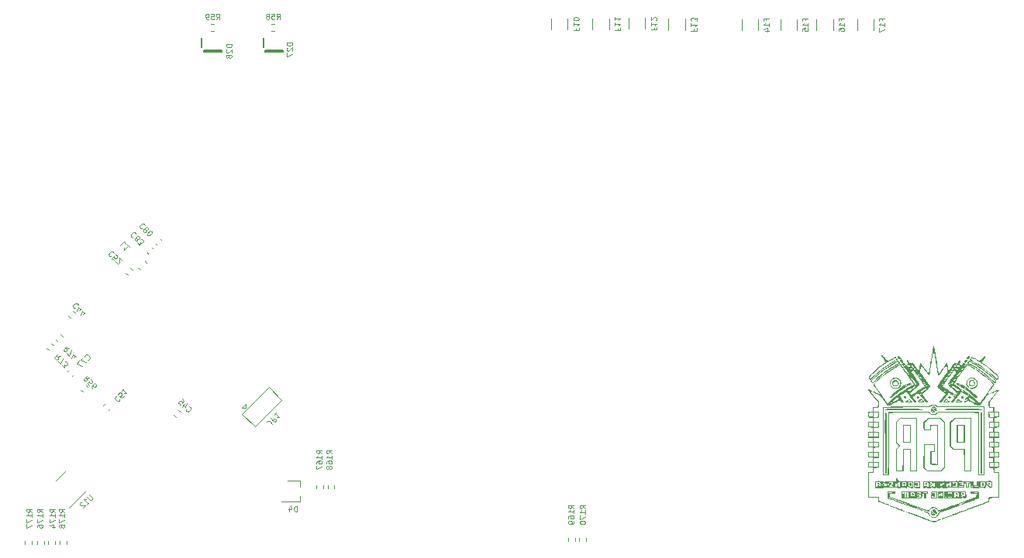
<source format=gbr>
%TF.GenerationSoftware,KiCad,Pcbnew,(6.0.8)*%
%TF.CreationDate,2023-06-01T04:18:13+02:00*%
%TF.ProjectId,pdms,70646d73-2e6b-4696-9361-645f70636258,rev?*%
%TF.SameCoordinates,Original*%
%TF.FileFunction,Legend,Bot*%
%TF.FilePolarity,Positive*%
%FSLAX46Y46*%
G04 Gerber Fmt 4.6, Leading zero omitted, Abs format (unit mm)*
G04 Created by KiCad (PCBNEW (6.0.8)) date 2023-06-01 04:18:13*
%MOMM*%
%LPD*%
G01*
G04 APERTURE LIST*
%ADD10C,0.100000*%
%ADD11C,0.120000*%
%ADD12C,0.200000*%
G04 APERTURE END LIST*
D10*
%TO.C,C45*%
X45887909Y-140786325D02*
X45887909Y-140826731D01*
X45928315Y-140907543D01*
X45968721Y-140947949D01*
X46049533Y-140988355D01*
X46130345Y-140988355D01*
X46190955Y-140968152D01*
X46291970Y-140907543D01*
X46352579Y-140846934D01*
X46413188Y-140745918D01*
X46433391Y-140685309D01*
X46433391Y-140604497D01*
X46392985Y-140523685D01*
X46352579Y-140483279D01*
X46271767Y-140442873D01*
X46231361Y-140442873D01*
X45766691Y-140180233D02*
X45483848Y-140463076D01*
X46029330Y-140119624D02*
X45827300Y-140523685D01*
X45564660Y-140261045D01*
X45483848Y-139614548D02*
X45685878Y-139816578D01*
X45504051Y-140038812D01*
X45504051Y-139998406D01*
X45483848Y-139937796D01*
X45382833Y-139836781D01*
X45322223Y-139816578D01*
X45281817Y-139816578D01*
X45221208Y-139836781D01*
X45120193Y-139937796D01*
X45099990Y-139998406D01*
X45099990Y-140038812D01*
X45120193Y-140099421D01*
X45221208Y-140200436D01*
X45281817Y-140220639D01*
X45322223Y-140220639D01*
%TO.C,R59*%
X49201114Y-98095828D02*
X49401114Y-97810114D01*
X49543971Y-98095828D02*
X49543971Y-97495828D01*
X49315400Y-97495828D01*
X49258257Y-97524400D01*
X49229685Y-97552971D01*
X49201114Y-97610114D01*
X49201114Y-97695828D01*
X49229685Y-97752971D01*
X49258257Y-97781542D01*
X49315400Y-97810114D01*
X49543971Y-97810114D01*
X48658257Y-97495828D02*
X48943971Y-97495828D01*
X48972542Y-97781542D01*
X48943971Y-97752971D01*
X48886828Y-97724400D01*
X48743971Y-97724400D01*
X48686828Y-97752971D01*
X48658257Y-97781542D01*
X48629685Y-97838685D01*
X48629685Y-97981542D01*
X48658257Y-98038685D01*
X48686828Y-98067257D01*
X48743971Y-98095828D01*
X48886828Y-98095828D01*
X48943971Y-98067257D01*
X48972542Y-98038685D01*
X48343971Y-98095828D02*
X48229685Y-98095828D01*
X48172542Y-98067257D01*
X48143971Y-98038685D01*
X48086828Y-97952971D01*
X48058257Y-97838685D01*
X48058257Y-97610114D01*
X48086828Y-97552971D01*
X48115400Y-97524400D01*
X48172542Y-97495828D01*
X48286828Y-97495828D01*
X48343971Y-97524400D01*
X48372542Y-97552971D01*
X48401114Y-97610114D01*
X48401114Y-97752971D01*
X48372542Y-97810114D01*
X48343971Y-97838685D01*
X48286828Y-97867257D01*
X48172542Y-97867257D01*
X48115400Y-97838685D01*
X48086828Y-97810114D01*
X48058257Y-97752971D01*
%TO.C,C44*%
X34111915Y-129323786D02*
X34111915Y-129283380D01*
X34071509Y-129202568D01*
X34031103Y-129162162D01*
X33950291Y-129121756D01*
X33869479Y-129121756D01*
X33808869Y-129141959D01*
X33707854Y-129202568D01*
X33647245Y-129263177D01*
X33586636Y-129364193D01*
X33566433Y-129424802D01*
X33566433Y-129505614D01*
X33606839Y-129586426D01*
X33647245Y-129626832D01*
X33728057Y-129667238D01*
X33768463Y-129667238D01*
X34233133Y-129929878D02*
X34515976Y-129647035D01*
X33970494Y-129990487D02*
X34172524Y-129586426D01*
X34435164Y-129849066D01*
X34637195Y-130333939D02*
X34920037Y-130051096D01*
X34374555Y-130394548D02*
X34576585Y-129990487D01*
X34839225Y-130253127D01*
%TO.C,C52*%
X38028781Y-123675735D02*
X38028781Y-123635329D01*
X37988375Y-123554517D01*
X37947969Y-123514111D01*
X37867157Y-123473705D01*
X37786345Y-123473705D01*
X37725735Y-123493908D01*
X37624720Y-123554517D01*
X37564111Y-123615126D01*
X37503502Y-123716142D01*
X37483299Y-123776751D01*
X37483299Y-123857563D01*
X37523705Y-123938375D01*
X37564111Y-123978781D01*
X37644923Y-124019187D01*
X37685329Y-124019187D01*
X38028781Y-124443451D02*
X37826751Y-124241421D01*
X38008578Y-124019187D01*
X38008578Y-124059593D01*
X38028781Y-124120203D01*
X38129796Y-124221218D01*
X38190406Y-124241421D01*
X38230812Y-124241421D01*
X38291421Y-124221218D01*
X38392436Y-124120203D01*
X38412639Y-124059593D01*
X38412639Y-124019187D01*
X38392436Y-123958578D01*
X38291421Y-123857563D01*
X38230812Y-123837360D01*
X38190406Y-123837360D01*
X38251015Y-124584873D02*
X38251015Y-124625279D01*
X38271218Y-124685888D01*
X38372233Y-124786903D01*
X38432842Y-124807106D01*
X38473248Y-124807106D01*
X38533857Y-124786903D01*
X38574264Y-124746497D01*
X38614670Y-124665685D01*
X38614670Y-124180812D01*
X38877309Y-124443451D01*
%TO.C,F12*%
X97019202Y-99021487D02*
X97019202Y-99221487D01*
X96704916Y-99221487D02*
X97304916Y-99221487D01*
X97304916Y-98935773D01*
X96704916Y-98392915D02*
X96704916Y-98735773D01*
X96704916Y-98564344D02*
X97304916Y-98564344D01*
X97219202Y-98621487D01*
X97162059Y-98678630D01*
X97133487Y-98735773D01*
X97247773Y-98164344D02*
X97276345Y-98135773D01*
X97304916Y-98078630D01*
X97304916Y-97935773D01*
X97276345Y-97878630D01*
X97247773Y-97850058D01*
X97190630Y-97821487D01*
X97133487Y-97821487D01*
X97047773Y-97850058D01*
X96704916Y-98192915D01*
X96704916Y-97821487D01*
%TO.C,R170*%
X89521428Y-151578571D02*
X89235714Y-151378571D01*
X89521428Y-151235714D02*
X88921428Y-151235714D01*
X88921428Y-151464285D01*
X88950000Y-151521428D01*
X88978571Y-151550000D01*
X89035714Y-151578571D01*
X89121428Y-151578571D01*
X89178571Y-151550000D01*
X89207142Y-151521428D01*
X89235714Y-151464285D01*
X89235714Y-151235714D01*
X89521428Y-152150000D02*
X89521428Y-151807142D01*
X89521428Y-151978571D02*
X88921428Y-151978571D01*
X89007142Y-151921428D01*
X89064285Y-151864285D01*
X89092857Y-151807142D01*
X88921428Y-152350000D02*
X88921428Y-152750000D01*
X89521428Y-152492857D01*
X88921428Y-153092857D02*
X88921428Y-153150000D01*
X88950000Y-153207142D01*
X88978571Y-153235714D01*
X89035714Y-153264285D01*
X89150000Y-153292857D01*
X89292857Y-153292857D01*
X89407142Y-153264285D01*
X89464285Y-153235714D01*
X89492857Y-153207142D01*
X89521428Y-153150000D01*
X89521428Y-153092857D01*
X89492857Y-153035714D01*
X89464285Y-153007142D01*
X89407142Y-152978571D01*
X89292857Y-152950000D01*
X89150000Y-152950000D01*
X89035714Y-152978571D01*
X88978571Y-153007142D01*
X88950000Y-153035714D01*
X88921428Y-153092857D01*
%TO.C,R73*%
X32219187Y-134935329D02*
X31875735Y-134995938D01*
X31976751Y-134692893D02*
X31552487Y-135117157D01*
X31714111Y-135278781D01*
X31774720Y-135298984D01*
X31815126Y-135298984D01*
X31875735Y-135278781D01*
X31936345Y-135218172D01*
X31956548Y-135157563D01*
X31956548Y-135117157D01*
X31936345Y-135056548D01*
X31774720Y-134894923D01*
X31936345Y-135501015D02*
X32219187Y-135783857D01*
X32461624Y-135177766D01*
X32340406Y-135905076D02*
X32603045Y-136167715D01*
X32623248Y-135864670D01*
X32683857Y-135925279D01*
X32744467Y-135945482D01*
X32784873Y-135945482D01*
X32845482Y-135925279D01*
X32946497Y-135824264D01*
X32966700Y-135763654D01*
X32966700Y-135723248D01*
X32946497Y-135662639D01*
X32825279Y-135541421D01*
X32764670Y-135521218D01*
X32724264Y-135521218D01*
%TO.C,R168*%
X61842228Y-145568571D02*
X61556514Y-145368571D01*
X61842228Y-145225714D02*
X61242228Y-145225714D01*
X61242228Y-145454285D01*
X61270800Y-145511428D01*
X61299371Y-145540000D01*
X61356514Y-145568571D01*
X61442228Y-145568571D01*
X61499371Y-145540000D01*
X61527942Y-145511428D01*
X61556514Y-145454285D01*
X61556514Y-145225714D01*
X61842228Y-146140000D02*
X61842228Y-145797142D01*
X61842228Y-145968571D02*
X61242228Y-145968571D01*
X61327942Y-145911428D01*
X61385085Y-145854285D01*
X61413657Y-145797142D01*
X61242228Y-146654285D02*
X61242228Y-146540000D01*
X61270800Y-146482857D01*
X61299371Y-146454285D01*
X61385085Y-146397142D01*
X61499371Y-146368571D01*
X61727942Y-146368571D01*
X61785085Y-146397142D01*
X61813657Y-146425714D01*
X61842228Y-146482857D01*
X61842228Y-146597142D01*
X61813657Y-146654285D01*
X61785085Y-146682857D01*
X61727942Y-146711428D01*
X61585085Y-146711428D01*
X61527942Y-146682857D01*
X61499371Y-146654285D01*
X61470800Y-146597142D01*
X61470800Y-146482857D01*
X61499371Y-146425714D01*
X61527942Y-146397142D01*
X61585085Y-146368571D01*
X61499371Y-147054285D02*
X61470800Y-146997142D01*
X61442228Y-146968571D01*
X61385085Y-146940000D01*
X61356514Y-146940000D01*
X61299371Y-146968571D01*
X61270800Y-146997142D01*
X61242228Y-147054285D01*
X61242228Y-147168571D01*
X61270800Y-147225714D01*
X61299371Y-147254285D01*
X61356514Y-147282857D01*
X61385085Y-147282857D01*
X61442228Y-147254285D01*
X61470800Y-147225714D01*
X61499371Y-147168571D01*
X61499371Y-147054285D01*
X61527942Y-146997142D01*
X61556514Y-146968571D01*
X61613657Y-146940000D01*
X61727942Y-146940000D01*
X61785085Y-146968571D01*
X61813657Y-146997142D01*
X61842228Y-147054285D01*
X61842228Y-147168571D01*
X61813657Y-147225714D01*
X61785085Y-147254285D01*
X61727942Y-147282857D01*
X61613657Y-147282857D01*
X61556514Y-147254285D01*
X61527942Y-147225714D01*
X61499371Y-147168571D01*
%TO.C,F11*%
X93056802Y-99063087D02*
X93056802Y-99263087D01*
X92742516Y-99263087D02*
X93342516Y-99263087D01*
X93342516Y-98977373D01*
X92742516Y-98434515D02*
X92742516Y-98777373D01*
X92742516Y-98605944D02*
X93342516Y-98605944D01*
X93256802Y-98663087D01*
X93199659Y-98720230D01*
X93171087Y-98777373D01*
X92742516Y-97863087D02*
X92742516Y-98205944D01*
X92742516Y-98034515D02*
X93342516Y-98034515D01*
X93256802Y-98091658D01*
X93199659Y-98148801D01*
X93171087Y-98205944D01*
%TO.C,R174*%
X31640428Y-151982571D02*
X31354714Y-151782571D01*
X31640428Y-151639714D02*
X31040428Y-151639714D01*
X31040428Y-151868285D01*
X31069000Y-151925428D01*
X31097571Y-151954000D01*
X31154714Y-151982571D01*
X31240428Y-151982571D01*
X31297571Y-151954000D01*
X31326142Y-151925428D01*
X31354714Y-151868285D01*
X31354714Y-151639714D01*
X31640428Y-152554000D02*
X31640428Y-152211142D01*
X31640428Y-152382571D02*
X31040428Y-152382571D01*
X31126142Y-152325428D01*
X31183285Y-152268285D01*
X31211857Y-152211142D01*
X31040428Y-152754000D02*
X31040428Y-153154000D01*
X31640428Y-152896857D01*
X31240428Y-153639714D02*
X31640428Y-153639714D01*
X31011857Y-153496857D02*
X31440428Y-153354000D01*
X31440428Y-153725428D01*
%TO.C,F14*%
X109269942Y-98193285D02*
X109269942Y-97993285D01*
X109584228Y-97993285D02*
X108984228Y-97993285D01*
X108984228Y-98279000D01*
X109584228Y-98821857D02*
X109584228Y-98479000D01*
X109584228Y-98650428D02*
X108984228Y-98650428D01*
X109069942Y-98593285D01*
X109127085Y-98536142D01*
X109155657Y-98479000D01*
X109184228Y-99336142D02*
X109584228Y-99336142D01*
X108955657Y-99193285D02*
X109384228Y-99050428D01*
X109384228Y-99421857D01*
%TO.C,C77*%
X35185905Y-135303303D02*
X35226311Y-135303303D01*
X35307123Y-135262897D01*
X35347529Y-135222491D01*
X35387935Y-135141679D01*
X35387935Y-135060867D01*
X35367732Y-135000257D01*
X35307123Y-134899242D01*
X35246514Y-134838633D01*
X35145498Y-134778024D01*
X35084889Y-134757821D01*
X35004077Y-134757821D01*
X34923265Y-134798227D01*
X34882859Y-134838633D01*
X34842453Y-134919445D01*
X34842453Y-134959851D01*
X34660625Y-135060867D02*
X34377783Y-135343709D01*
X34983874Y-135586146D01*
X34256564Y-135464928D02*
X33973722Y-135747770D01*
X34579813Y-135990207D01*
%TO.C,F15*%
X113537142Y-98193285D02*
X113537142Y-97993285D01*
X113851428Y-97993285D02*
X113251428Y-97993285D01*
X113251428Y-98279000D01*
X113851428Y-98821857D02*
X113851428Y-98479000D01*
X113851428Y-98650428D02*
X113251428Y-98650428D01*
X113337142Y-98593285D01*
X113394285Y-98536142D01*
X113422857Y-98479000D01*
X113251428Y-99364714D02*
X113251428Y-99079000D01*
X113537142Y-99050428D01*
X113508571Y-99079000D01*
X113480000Y-99136142D01*
X113480000Y-99279000D01*
X113508571Y-99336142D01*
X113537142Y-99364714D01*
X113594285Y-99393285D01*
X113737142Y-99393285D01*
X113794285Y-99364714D01*
X113822857Y-99336142D01*
X113851428Y-99279000D01*
X113851428Y-99136142D01*
X113822857Y-99079000D01*
X113794285Y-99050428D01*
%TO.C,F13*%
X101388002Y-99123087D02*
X101388002Y-99323087D01*
X101073716Y-99323087D02*
X101673716Y-99323087D01*
X101673716Y-99037373D01*
X101073716Y-98494515D02*
X101073716Y-98837373D01*
X101073716Y-98665944D02*
X101673716Y-98665944D01*
X101588002Y-98723087D01*
X101530859Y-98780230D01*
X101502287Y-98837373D01*
X101673716Y-98294515D02*
X101673716Y-97923087D01*
X101445145Y-98123087D01*
X101445145Y-98037373D01*
X101416573Y-97980230D01*
X101388002Y-97951658D01*
X101330859Y-97923087D01*
X101188002Y-97923087D01*
X101130859Y-97951658D01*
X101102287Y-97980230D01*
X101073716Y-98037373D01*
X101073716Y-98208801D01*
X101102287Y-98265944D01*
X101130859Y-98294515D01*
%TO.C,F17*%
X121919142Y-98190285D02*
X121919142Y-97990285D01*
X122233428Y-97990285D02*
X121633428Y-97990285D01*
X121633428Y-98276000D01*
X122233428Y-98818857D02*
X122233428Y-98476000D01*
X122233428Y-98647428D02*
X121633428Y-98647428D01*
X121719142Y-98590285D01*
X121776285Y-98533142D01*
X121804857Y-98476000D01*
X121633428Y-99018857D02*
X121633428Y-99418857D01*
X122233428Y-99161714D01*
%TO.C,D4*%
X58042857Y-151921428D02*
X58042857Y-151321428D01*
X57900000Y-151321428D01*
X57814285Y-151350000D01*
X57757142Y-151407142D01*
X57728571Y-151464285D01*
X57700000Y-151578571D01*
X57700000Y-151664285D01*
X57728571Y-151778571D01*
X57757142Y-151835714D01*
X57814285Y-151892857D01*
X57900000Y-151921428D01*
X58042857Y-151921428D01*
X57185714Y-151521428D02*
X57185714Y-151921428D01*
X57328571Y-151292857D02*
X57471428Y-151721428D01*
X57100000Y-151721428D01*
%TO.C,D28*%
X50896828Y-100815828D02*
X50296828Y-100815828D01*
X50296828Y-100958685D01*
X50325400Y-101044400D01*
X50382542Y-101101542D01*
X50439685Y-101130114D01*
X50553971Y-101158685D01*
X50639685Y-101158685D01*
X50753971Y-101130114D01*
X50811114Y-101101542D01*
X50868257Y-101044400D01*
X50896828Y-100958685D01*
X50896828Y-100815828D01*
X50353971Y-101387257D02*
X50325400Y-101415828D01*
X50296828Y-101472971D01*
X50296828Y-101615828D01*
X50325400Y-101672971D01*
X50353971Y-101701542D01*
X50411114Y-101730114D01*
X50468257Y-101730114D01*
X50553971Y-101701542D01*
X50896828Y-101358685D01*
X50896828Y-101730114D01*
X50553971Y-102072971D02*
X50525400Y-102015828D01*
X50496828Y-101987257D01*
X50439685Y-101958685D01*
X50411114Y-101958685D01*
X50353971Y-101987257D01*
X50325400Y-102015828D01*
X50296828Y-102072971D01*
X50296828Y-102187257D01*
X50325400Y-102244400D01*
X50353971Y-102272971D01*
X50411114Y-102301542D01*
X50439685Y-102301542D01*
X50496828Y-102272971D01*
X50525400Y-102244400D01*
X50553971Y-102187257D01*
X50553971Y-102072971D01*
X50582542Y-102015828D01*
X50611114Y-101987257D01*
X50668257Y-101958685D01*
X50782542Y-101958685D01*
X50839685Y-101987257D01*
X50868257Y-102015828D01*
X50896828Y-102072971D01*
X50896828Y-102187257D01*
X50868257Y-102244400D01*
X50839685Y-102272971D01*
X50782542Y-102301542D01*
X50668257Y-102301542D01*
X50611114Y-102272971D01*
X50582542Y-102244400D01*
X50553971Y-102187257D01*
%TO.C,U12*%
X35311915Y-150043024D02*
X35655367Y-150386476D01*
X35675570Y-150447085D01*
X35675570Y-150487491D01*
X35655367Y-150548100D01*
X35574554Y-150628913D01*
X35513945Y-150649116D01*
X35473539Y-150649116D01*
X35412930Y-150628913D01*
X35069478Y-150285461D01*
X35069478Y-151133989D02*
X35311915Y-150891552D01*
X35190696Y-151012771D02*
X34766432Y-150588506D01*
X34867448Y-150608710D01*
X34948260Y-150608710D01*
X35008869Y-150588506D01*
X34523996Y-150911755D02*
X34483590Y-150911755D01*
X34422980Y-150931958D01*
X34321965Y-151032974D01*
X34301762Y-151093583D01*
X34301762Y-151133989D01*
X34321965Y-151194598D01*
X34362371Y-151235004D01*
X34443184Y-151275410D01*
X34928057Y-151275410D01*
X34665417Y-151538050D01*
%TO.C,R167*%
X60771428Y-145568571D02*
X60485714Y-145368571D01*
X60771428Y-145225714D02*
X60171428Y-145225714D01*
X60171428Y-145454285D01*
X60200000Y-145511428D01*
X60228571Y-145540000D01*
X60285714Y-145568571D01*
X60371428Y-145568571D01*
X60428571Y-145540000D01*
X60457142Y-145511428D01*
X60485714Y-145454285D01*
X60485714Y-145225714D01*
X60771428Y-146140000D02*
X60771428Y-145797142D01*
X60771428Y-145968571D02*
X60171428Y-145968571D01*
X60257142Y-145911428D01*
X60314285Y-145854285D01*
X60342857Y-145797142D01*
X60171428Y-146654285D02*
X60171428Y-146540000D01*
X60200000Y-146482857D01*
X60228571Y-146454285D01*
X60314285Y-146397142D01*
X60428571Y-146368571D01*
X60657142Y-146368571D01*
X60714285Y-146397142D01*
X60742857Y-146425714D01*
X60771428Y-146482857D01*
X60771428Y-146597142D01*
X60742857Y-146654285D01*
X60714285Y-146682857D01*
X60657142Y-146711428D01*
X60514285Y-146711428D01*
X60457142Y-146682857D01*
X60428571Y-146654285D01*
X60400000Y-146597142D01*
X60400000Y-146482857D01*
X60428571Y-146425714D01*
X60457142Y-146397142D01*
X60514285Y-146368571D01*
X60171428Y-146911428D02*
X60171428Y-147311428D01*
X60771428Y-147054285D01*
%TO.C,R177*%
X29100428Y-151982571D02*
X28814714Y-151782571D01*
X29100428Y-151639714D02*
X28500428Y-151639714D01*
X28500428Y-151868285D01*
X28529000Y-151925428D01*
X28557571Y-151954000D01*
X28614714Y-151982571D01*
X28700428Y-151982571D01*
X28757571Y-151954000D01*
X28786142Y-151925428D01*
X28814714Y-151868285D01*
X28814714Y-151639714D01*
X29100428Y-152554000D02*
X29100428Y-152211142D01*
X29100428Y-152382571D02*
X28500428Y-152382571D01*
X28586142Y-152325428D01*
X28643285Y-152268285D01*
X28671857Y-152211142D01*
X28500428Y-152754000D02*
X28500428Y-153154000D01*
X29100428Y-152896857D01*
X28500428Y-153325428D02*
X28500428Y-153725428D01*
X29100428Y-153468285D01*
%TO.C,R58*%
X55801114Y-98065828D02*
X56001114Y-97780114D01*
X56143971Y-98065828D02*
X56143971Y-97465828D01*
X55915400Y-97465828D01*
X55858257Y-97494400D01*
X55829685Y-97522971D01*
X55801114Y-97580114D01*
X55801114Y-97665828D01*
X55829685Y-97722971D01*
X55858257Y-97751542D01*
X55915400Y-97780114D01*
X56143971Y-97780114D01*
X55258257Y-97465828D02*
X55543971Y-97465828D01*
X55572542Y-97751542D01*
X55543971Y-97722971D01*
X55486828Y-97694400D01*
X55343971Y-97694400D01*
X55286828Y-97722971D01*
X55258257Y-97751542D01*
X55229685Y-97808685D01*
X55229685Y-97951542D01*
X55258257Y-98008685D01*
X55286828Y-98037257D01*
X55343971Y-98065828D01*
X55486828Y-98065828D01*
X55543971Y-98037257D01*
X55572542Y-98008685D01*
X54886828Y-97722971D02*
X54943971Y-97694400D01*
X54972542Y-97665828D01*
X55001114Y-97608685D01*
X55001114Y-97580114D01*
X54972542Y-97522971D01*
X54943971Y-97494400D01*
X54886828Y-97465828D01*
X54772542Y-97465828D01*
X54715400Y-97494400D01*
X54686828Y-97522971D01*
X54658257Y-97580114D01*
X54658257Y-97608685D01*
X54686828Y-97665828D01*
X54715400Y-97694400D01*
X54772542Y-97722971D01*
X54886828Y-97722971D01*
X54943971Y-97751542D01*
X54972542Y-97780114D01*
X55001114Y-97837257D01*
X55001114Y-97951542D01*
X54972542Y-98008685D01*
X54943971Y-98037257D01*
X54886828Y-98065828D01*
X54772542Y-98065828D01*
X54715400Y-98037257D01*
X54686828Y-98008685D01*
X54658257Y-97951542D01*
X54658257Y-97837257D01*
X54686828Y-97780114D01*
X54715400Y-97751542D01*
X54772542Y-97722971D01*
%TO.C,R74*%
X33169188Y-134035329D02*
X32825736Y-134095938D01*
X32926752Y-133792893D02*
X32502488Y-134217157D01*
X32664112Y-134378781D01*
X32724721Y-134398984D01*
X32765127Y-134398984D01*
X32825736Y-134378781D01*
X32886346Y-134318172D01*
X32906549Y-134257563D01*
X32906549Y-134217157D01*
X32886346Y-134156548D01*
X32724721Y-133994923D01*
X32886346Y-134601015D02*
X33169188Y-134883857D01*
X33411625Y-134277766D01*
X33654062Y-135085888D02*
X33936904Y-134803045D01*
X33391422Y-135146497D02*
X33593452Y-134742436D01*
X33856092Y-135005076D01*
%TO.C,D27*%
X57524828Y-100615828D02*
X56924828Y-100615828D01*
X56924828Y-100758685D01*
X56953400Y-100844400D01*
X57010542Y-100901542D01*
X57067685Y-100930114D01*
X57181971Y-100958685D01*
X57267685Y-100958685D01*
X57381971Y-100930114D01*
X57439114Y-100901542D01*
X57496257Y-100844400D01*
X57524828Y-100758685D01*
X57524828Y-100615828D01*
X56981971Y-101187257D02*
X56953400Y-101215828D01*
X56924828Y-101272971D01*
X56924828Y-101415828D01*
X56953400Y-101472971D01*
X56981971Y-101501542D01*
X57039114Y-101530114D01*
X57096257Y-101530114D01*
X57181971Y-101501542D01*
X57524828Y-101158685D01*
X57524828Y-101530114D01*
X56924828Y-101730114D02*
X56924828Y-102130114D01*
X57524828Y-101872971D01*
%TO.C,R176*%
X30243428Y-151982571D02*
X29957714Y-151782571D01*
X30243428Y-151639714D02*
X29643428Y-151639714D01*
X29643428Y-151868285D01*
X29672000Y-151925428D01*
X29700571Y-151954000D01*
X29757714Y-151982571D01*
X29843428Y-151982571D01*
X29900571Y-151954000D01*
X29929142Y-151925428D01*
X29957714Y-151868285D01*
X29957714Y-151639714D01*
X30243428Y-152554000D02*
X30243428Y-152211142D01*
X30243428Y-152382571D02*
X29643428Y-152382571D01*
X29729142Y-152325428D01*
X29786285Y-152268285D01*
X29814857Y-152211142D01*
X29643428Y-152754000D02*
X29643428Y-153154000D01*
X30243428Y-152896857D01*
X29643428Y-153639714D02*
X29643428Y-153525428D01*
X29672000Y-153468285D01*
X29700571Y-153439714D01*
X29786285Y-153382571D01*
X29900571Y-153354000D01*
X30129142Y-153354000D01*
X30186285Y-153382571D01*
X30214857Y-153411142D01*
X30243428Y-153468285D01*
X30243428Y-153582571D01*
X30214857Y-153639714D01*
X30186285Y-153668285D01*
X30129142Y-153696857D01*
X29986285Y-153696857D01*
X29929142Y-153668285D01*
X29900571Y-153639714D01*
X29872000Y-153582571D01*
X29872000Y-153468285D01*
X29900571Y-153411142D01*
X29929142Y-153382571D01*
X29986285Y-153354000D01*
%TO.C,C80*%
X41403428Y-120626702D02*
X41403428Y-120586296D01*
X41363022Y-120505484D01*
X41322616Y-120465078D01*
X41241804Y-120424672D01*
X41160992Y-120424672D01*
X41100382Y-120444875D01*
X40999367Y-120505484D01*
X40938758Y-120566093D01*
X40878149Y-120667109D01*
X40857946Y-120727718D01*
X40857946Y-120808530D01*
X40898352Y-120889342D01*
X40938758Y-120929748D01*
X41019570Y-120970154D01*
X41059976Y-120970154D01*
X41443834Y-121071170D02*
X41383225Y-121050967D01*
X41342819Y-121050967D01*
X41282210Y-121071170D01*
X41262007Y-121091373D01*
X41241804Y-121151982D01*
X41241804Y-121192388D01*
X41262007Y-121252997D01*
X41342819Y-121333809D01*
X41403428Y-121354012D01*
X41443834Y-121354012D01*
X41504443Y-121333809D01*
X41524647Y-121313606D01*
X41544850Y-121252997D01*
X41544850Y-121212591D01*
X41524647Y-121151982D01*
X41443834Y-121071170D01*
X41423631Y-121010560D01*
X41423631Y-120970154D01*
X41443834Y-120909545D01*
X41524647Y-120828733D01*
X41585256Y-120808530D01*
X41625662Y-120808530D01*
X41686271Y-120828733D01*
X41767083Y-120909545D01*
X41787286Y-120970154D01*
X41787286Y-121010560D01*
X41767083Y-121071170D01*
X41686271Y-121151982D01*
X41625662Y-121172185D01*
X41585256Y-121172185D01*
X41524647Y-121151982D01*
X41686271Y-121677261D02*
X41726677Y-121717667D01*
X41787286Y-121737870D01*
X41827692Y-121737870D01*
X41888301Y-121717667D01*
X41989317Y-121657058D01*
X42090332Y-121556043D01*
X42150941Y-121455028D01*
X42171144Y-121394418D01*
X42171144Y-121354012D01*
X42150941Y-121293403D01*
X42110535Y-121252997D01*
X42049926Y-121232794D01*
X42009520Y-121232794D01*
X41948911Y-121252997D01*
X41847895Y-121313606D01*
X41746880Y-121414621D01*
X41686271Y-121515637D01*
X41666068Y-121576246D01*
X41666068Y-121616652D01*
X41686271Y-121677261D01*
%TO.C,F10*%
X88537602Y-99063087D02*
X88537602Y-99263087D01*
X88223316Y-99263087D02*
X88823316Y-99263087D01*
X88823316Y-98977373D01*
X88223316Y-98434515D02*
X88223316Y-98777373D01*
X88223316Y-98605944D02*
X88823316Y-98605944D01*
X88737602Y-98663087D01*
X88680459Y-98720230D01*
X88651887Y-98777373D01*
X88823316Y-98063087D02*
X88823316Y-98005944D01*
X88794745Y-97948801D01*
X88766173Y-97920230D01*
X88709030Y-97891658D01*
X88594745Y-97863087D01*
X88451887Y-97863087D01*
X88337602Y-97891658D01*
X88280459Y-97920230D01*
X88251887Y-97948801D01*
X88223316Y-98005944D01*
X88223316Y-98063087D01*
X88251887Y-98120230D01*
X88280459Y-98148801D01*
X88337602Y-98177373D01*
X88451887Y-98205944D01*
X88594745Y-98205944D01*
X88709030Y-98177373D01*
X88766173Y-98148801D01*
X88794745Y-98120230D01*
X88823316Y-98063087D01*
%TO.C,L1*%
X39337970Y-122611348D02*
X39135939Y-122409317D01*
X38711675Y-122833581D01*
X39701625Y-122975003D02*
X39459188Y-122732566D01*
X39580406Y-122853784D02*
X39156142Y-123278049D01*
X39176345Y-123177033D01*
X39176345Y-123096221D01*
X39156142Y-123035612D01*
%TO.C,JP1*%
X55350334Y-142350919D02*
X55047288Y-142047873D01*
X54966476Y-142007467D01*
X54885664Y-142007467D01*
X54804852Y-142047873D01*
X54764446Y-142088279D01*
X55128101Y-141724624D02*
X55552365Y-142148888D01*
X55713989Y-141987264D01*
X55734192Y-141926655D01*
X55734192Y-141886249D01*
X55713989Y-141825640D01*
X55653380Y-141765031D01*
X55592771Y-141744827D01*
X55552365Y-141744827D01*
X55491756Y-141765031D01*
X55330131Y-141926655D01*
X55774598Y-141078127D02*
X55532162Y-141320563D01*
X55653380Y-141199345D02*
X56077644Y-141623609D01*
X55976629Y-141603406D01*
X55895817Y-141603406D01*
X55835207Y-141623609D01*
%TO.C,F16*%
X117474142Y-98196285D02*
X117474142Y-97996285D01*
X117788428Y-97996285D02*
X117188428Y-97996285D01*
X117188428Y-98282000D01*
X117788428Y-98824857D02*
X117788428Y-98482000D01*
X117788428Y-98653428D02*
X117188428Y-98653428D01*
X117274142Y-98596285D01*
X117331285Y-98539142D01*
X117359857Y-98482000D01*
X117188428Y-99339142D02*
X117188428Y-99224857D01*
X117217000Y-99167714D01*
X117245571Y-99139142D01*
X117331285Y-99082000D01*
X117445571Y-99053428D01*
X117674142Y-99053428D01*
X117731285Y-99082000D01*
X117759857Y-99110571D01*
X117788428Y-99167714D01*
X117788428Y-99282000D01*
X117759857Y-99339142D01*
X117731285Y-99367714D01*
X117674142Y-99396285D01*
X117531285Y-99396285D01*
X117474142Y-99367714D01*
X117445571Y-99339142D01*
X117417000Y-99282000D01*
X117417000Y-99167714D01*
X117445571Y-99110571D01*
X117474142Y-99082000D01*
X117531285Y-99053428D01*
%TO.C,R178*%
X32656428Y-151982571D02*
X32370714Y-151782571D01*
X32656428Y-151639714D02*
X32056428Y-151639714D01*
X32056428Y-151868285D01*
X32085000Y-151925428D01*
X32113571Y-151954000D01*
X32170714Y-151982571D01*
X32256428Y-151982571D01*
X32313571Y-151954000D01*
X32342142Y-151925428D01*
X32370714Y-151868285D01*
X32370714Y-151639714D01*
X32656428Y-152554000D02*
X32656428Y-152211142D01*
X32656428Y-152382571D02*
X32056428Y-152382571D01*
X32142142Y-152325428D01*
X32199285Y-152268285D01*
X32227857Y-152211142D01*
X32056428Y-152754000D02*
X32056428Y-153154000D01*
X32656428Y-152896857D01*
X32313571Y-153468285D02*
X32285000Y-153411142D01*
X32256428Y-153382571D01*
X32199285Y-153354000D01*
X32170714Y-153354000D01*
X32113571Y-153382571D01*
X32085000Y-153411142D01*
X32056428Y-153468285D01*
X32056428Y-153582571D01*
X32085000Y-153639714D01*
X32113571Y-153668285D01*
X32170714Y-153696857D01*
X32199285Y-153696857D01*
X32256428Y-153668285D01*
X32285000Y-153639714D01*
X32313571Y-153582571D01*
X32313571Y-153468285D01*
X32342142Y-153411142D01*
X32370714Y-153382571D01*
X32427857Y-153354000D01*
X32542142Y-153354000D01*
X32599285Y-153382571D01*
X32627857Y-153411142D01*
X32656428Y-153468285D01*
X32656428Y-153582571D01*
X32627857Y-153639714D01*
X32599285Y-153668285D01*
X32542142Y-153696857D01*
X32427857Y-153696857D01*
X32370714Y-153668285D01*
X32342142Y-153639714D01*
X32313571Y-153582571D01*
%TO.C,R169*%
X88271428Y-151568571D02*
X87985714Y-151368571D01*
X88271428Y-151225714D02*
X87671428Y-151225714D01*
X87671428Y-151454285D01*
X87700000Y-151511428D01*
X87728571Y-151540000D01*
X87785714Y-151568571D01*
X87871428Y-151568571D01*
X87928571Y-151540000D01*
X87957142Y-151511428D01*
X87985714Y-151454285D01*
X87985714Y-151225714D01*
X88271428Y-152140000D02*
X88271428Y-151797142D01*
X88271428Y-151968571D02*
X87671428Y-151968571D01*
X87757142Y-151911428D01*
X87814285Y-151854285D01*
X87842857Y-151797142D01*
X87671428Y-152654285D02*
X87671428Y-152540000D01*
X87700000Y-152482857D01*
X87728571Y-152454285D01*
X87814285Y-152397142D01*
X87928571Y-152368571D01*
X88157142Y-152368571D01*
X88214285Y-152397142D01*
X88242857Y-152425714D01*
X88271428Y-152482857D01*
X88271428Y-152597142D01*
X88242857Y-152654285D01*
X88214285Y-152682857D01*
X88157142Y-152711428D01*
X88014285Y-152711428D01*
X87957142Y-152682857D01*
X87928571Y-152654285D01*
X87900000Y-152597142D01*
X87900000Y-152482857D01*
X87928571Y-152425714D01*
X87957142Y-152397142D01*
X88014285Y-152368571D01*
X88271428Y-152997142D02*
X88271428Y-153111428D01*
X88242857Y-153168571D01*
X88214285Y-153197142D01*
X88128571Y-153254285D01*
X88014285Y-153282857D01*
X87785714Y-153282857D01*
X87728571Y-153254285D01*
X87700000Y-153225714D01*
X87671428Y-153168571D01*
X87671428Y-153054285D01*
X87700000Y-152997142D01*
X87728571Y-152968571D01*
X87785714Y-152940000D01*
X87928571Y-152940000D01*
X87985714Y-152968571D01*
X88014285Y-152997142D01*
X88042857Y-153054285D01*
X88042857Y-153168571D01*
X88014285Y-153225714D01*
X87985714Y-153254285D01*
X87928571Y-153282857D01*
%TO.C,R56*%
X35369187Y-137285329D02*
X35025735Y-137345938D01*
X35126751Y-137042893D02*
X34702487Y-137467157D01*
X34864111Y-137628781D01*
X34924720Y-137648984D01*
X34965126Y-137648984D01*
X35025735Y-137628781D01*
X35086345Y-137568172D01*
X35106548Y-137507563D01*
X35106548Y-137467157D01*
X35086345Y-137406548D01*
X34924720Y-137244923D01*
X35328781Y-138093451D02*
X35126751Y-137891421D01*
X35308578Y-137669187D01*
X35308578Y-137709593D01*
X35328781Y-137770203D01*
X35429796Y-137871218D01*
X35490406Y-137891421D01*
X35530812Y-137891421D01*
X35591421Y-137871218D01*
X35692436Y-137770203D01*
X35712639Y-137709593D01*
X35712639Y-137669187D01*
X35692436Y-137608578D01*
X35591421Y-137507563D01*
X35530812Y-137487360D01*
X35490406Y-137487360D01*
X35712639Y-138477309D02*
X35631827Y-138396497D01*
X35611624Y-138335888D01*
X35611624Y-138295482D01*
X35631827Y-138194467D01*
X35692436Y-138093451D01*
X35854061Y-137931827D01*
X35914670Y-137911624D01*
X35955076Y-137911624D01*
X36015685Y-137931827D01*
X36096497Y-138012639D01*
X36116700Y-138073248D01*
X36116700Y-138113654D01*
X36096497Y-138174264D01*
X35995482Y-138275279D01*
X35934873Y-138295482D01*
X35894467Y-138295482D01*
X35833857Y-138275279D01*
X35753045Y-138194467D01*
X35732842Y-138133857D01*
X35732842Y-138093451D01*
X35753045Y-138032842D01*
%TO.C,C83*%
X40451521Y-121578610D02*
X40451521Y-121538204D01*
X40411115Y-121457392D01*
X40370709Y-121416986D01*
X40289897Y-121376580D01*
X40209085Y-121376580D01*
X40148475Y-121396783D01*
X40047460Y-121457392D01*
X39986851Y-121518001D01*
X39926242Y-121619017D01*
X39906039Y-121679626D01*
X39906039Y-121760438D01*
X39946445Y-121841250D01*
X39986851Y-121881656D01*
X40067663Y-121922062D01*
X40108069Y-121922062D01*
X40491927Y-122023078D02*
X40431318Y-122002875D01*
X40390912Y-122002875D01*
X40330303Y-122023078D01*
X40310100Y-122043281D01*
X40289897Y-122103890D01*
X40289897Y-122144296D01*
X40310100Y-122204905D01*
X40390912Y-122285717D01*
X40451521Y-122305920D01*
X40491927Y-122305920D01*
X40552536Y-122285717D01*
X40572740Y-122265514D01*
X40592943Y-122204905D01*
X40592943Y-122164499D01*
X40572740Y-122103890D01*
X40491927Y-122023078D01*
X40471724Y-121962468D01*
X40471724Y-121922062D01*
X40491927Y-121861453D01*
X40572740Y-121780641D01*
X40633349Y-121760438D01*
X40673755Y-121760438D01*
X40734364Y-121780641D01*
X40815176Y-121861453D01*
X40835379Y-121922062D01*
X40835379Y-121962468D01*
X40815176Y-122023078D01*
X40734364Y-122103890D01*
X40673755Y-122124093D01*
X40633349Y-122124093D01*
X40572740Y-122103890D01*
X40613146Y-122507951D02*
X40875785Y-122770590D01*
X40895988Y-122467545D01*
X40956597Y-122528154D01*
X41017207Y-122548357D01*
X41057613Y-122548357D01*
X41118222Y-122528154D01*
X41219237Y-122427139D01*
X41239440Y-122366529D01*
X41239440Y-122326123D01*
X41219237Y-122265514D01*
X41098019Y-122144296D01*
X41037410Y-122124093D01*
X40997004Y-122124093D01*
%TO.C,C51*%
X38334418Y-139292140D02*
X38294012Y-139292140D01*
X38213200Y-139332546D01*
X38172794Y-139372952D01*
X38132388Y-139453764D01*
X38132388Y-139534576D01*
X38152591Y-139595186D01*
X38213200Y-139696201D01*
X38273809Y-139756810D01*
X38374825Y-139817419D01*
X38435434Y-139837622D01*
X38516246Y-139837622D01*
X38597058Y-139797216D01*
X38637464Y-139756810D01*
X38677870Y-139675998D01*
X38677870Y-139635592D01*
X39102134Y-139292140D02*
X38900104Y-139494170D01*
X38677870Y-139312343D01*
X38718276Y-139312343D01*
X38778886Y-139292140D01*
X38879901Y-139191125D01*
X38900104Y-139130515D01*
X38900104Y-139090109D01*
X38879901Y-139029500D01*
X38778886Y-138928485D01*
X38718276Y-138908282D01*
X38677870Y-138908282D01*
X38617261Y-138928485D01*
X38516246Y-139029500D01*
X38496043Y-139090109D01*
X38496043Y-139130515D01*
X39102134Y-138443612D02*
X38859698Y-138686048D01*
X38980916Y-138564830D02*
X39405180Y-138989094D01*
X39304165Y-138968891D01*
X39223353Y-138968891D01*
X39162744Y-138989094D01*
%TO.C,G\u002A\u002A\u002A*%
G36*
X131020451Y-135805085D02*
G01*
X130973322Y-135874430D01*
X130902298Y-135976770D01*
X130811407Y-136106447D01*
X130704678Y-136257807D01*
X130586139Y-136425192D01*
X130459819Y-136602945D01*
X130329746Y-136785411D01*
X130199949Y-136966933D01*
X130074456Y-137141855D01*
X129957296Y-137304520D01*
X129852497Y-137449272D01*
X129764088Y-137570454D01*
X129696097Y-137662411D01*
X129492340Y-137934832D01*
X129375588Y-137934832D01*
X129331995Y-137936566D01*
X129276247Y-137952578D01*
X129267335Y-137987823D01*
X129303301Y-138045296D01*
X129331327Y-138062732D01*
X129361996Y-138035070D01*
X129378558Y-138017990D01*
X129426244Y-138001785D01*
X129507764Y-138004831D01*
X129622064Y-138017626D01*
X129641203Y-137989175D01*
X129772043Y-137989175D01*
X129788814Y-137999618D01*
X129843835Y-138032763D01*
X129897029Y-138064556D01*
X129930058Y-138084297D01*
X130040181Y-138149861D01*
X130071300Y-138168335D01*
X130166905Y-138225092D01*
X130177600Y-138231508D01*
X130202041Y-138246170D01*
X130224417Y-138259593D01*
X130303928Y-138309343D01*
X130412516Y-138377286D01*
X130625617Y-138517475D01*
X130866741Y-138682245D01*
X131138909Y-138873682D01*
X131445141Y-139093873D01*
X131788458Y-139344903D01*
X131911930Y-139439991D01*
X132067147Y-139567742D01*
X132219587Y-139700537D01*
X132349157Y-139821304D01*
X132611490Y-140078047D01*
X132986511Y-139551281D01*
X133028879Y-139491713D01*
X133153740Y-139315609D01*
X133282115Y-139133847D01*
X133405579Y-138958390D01*
X133515705Y-138801206D01*
X133604069Y-138674260D01*
X133647044Y-138612425D01*
X133740141Y-138479825D01*
X133829049Y-138354833D01*
X133905390Y-138249183D01*
X133960785Y-138174608D01*
X134007748Y-138109489D01*
X134052800Y-138028433D01*
X134059592Y-137976775D01*
X134040119Y-137941275D01*
X133980059Y-137868831D01*
X133886107Y-137773373D01*
X133763158Y-137659000D01*
X133616109Y-137529810D01*
X133449858Y-137389901D01*
X133269300Y-137243373D01*
X133079333Y-137094323D01*
X132884853Y-136946850D01*
X132690757Y-136805052D01*
X132501941Y-136673029D01*
X132332661Y-136558499D01*
X132089474Y-136397196D01*
X131869906Y-136255595D01*
X131678449Y-136136529D01*
X131519598Y-136042828D01*
X131397844Y-135977324D01*
X131353536Y-135955862D01*
X131277786Y-135924425D01*
X131230247Y-135916138D01*
X131199733Y-135928228D01*
X131183992Y-135946060D01*
X131140576Y-136002801D01*
X131074964Y-136092417D01*
X130990631Y-136209889D01*
X130891052Y-136350200D01*
X130779703Y-136508334D01*
X130660060Y-136679272D01*
X130535597Y-136857999D01*
X130409791Y-137039497D01*
X130286117Y-137218749D01*
X130168051Y-137390737D01*
X130059067Y-137550444D01*
X129962643Y-137692854D01*
X129882253Y-137812949D01*
X129821372Y-137905713D01*
X129783477Y-137966127D01*
X129772043Y-137989175D01*
X129641203Y-137989175D01*
X129942568Y-137541192D01*
X129975391Y-137492456D01*
X130117362Y-137282867D01*
X130262821Y-137069887D01*
X130408156Y-136858673D01*
X130549755Y-136654379D01*
X130684005Y-136462162D01*
X130807294Y-136287179D01*
X130916009Y-136134585D01*
X131006538Y-136009536D01*
X131075268Y-135917189D01*
X131118586Y-135862699D01*
X131205766Y-135762374D01*
X131450726Y-135887761D01*
X131467870Y-135896660D01*
X131600001Y-135970701D01*
X131764687Y-136070229D01*
X131954356Y-136190119D01*
X132161435Y-136325252D01*
X132378351Y-136470504D01*
X132597532Y-136620754D01*
X132811404Y-136770879D01*
X133012394Y-136915758D01*
X133192930Y-137050268D01*
X133345439Y-137169288D01*
X133367230Y-137186893D01*
X133545675Y-137334484D01*
X133711600Y-137477619D01*
X133860236Y-137611768D01*
X133986815Y-137732403D01*
X134086566Y-137834994D01*
X134154721Y-137915014D01*
X134186510Y-137967933D01*
X134187004Y-137976775D01*
X134188460Y-138002843D01*
X134169991Y-138052837D01*
X134125941Y-138124422D01*
X134051839Y-138226171D01*
X134031591Y-138253139D01*
X133953177Y-138360033D01*
X133858959Y-138491161D01*
X133759033Y-138632393D01*
X133663500Y-138769598D01*
X133427805Y-139111411D01*
X133535660Y-139064593D01*
X133547587Y-139059415D01*
X133778248Y-138959178D01*
X133967169Y-138876828D01*
X134120013Y-138809865D01*
X134242444Y-138755787D01*
X134340122Y-138712095D01*
X134418711Y-138676288D01*
X134483873Y-138645866D01*
X134521407Y-138628754D01*
X134618845Y-138594022D01*
X134676340Y-138592254D01*
X134693882Y-138623312D01*
X134671458Y-138687060D01*
X134609056Y-138783361D01*
X134506665Y-138912078D01*
X134422275Y-139015424D01*
X134328139Y-139136303D01*
X134247545Y-139245046D01*
X134244981Y-139248634D01*
X134180385Y-139337026D01*
X134095062Y-139451123D01*
X133999814Y-139576587D01*
X133905444Y-139699081D01*
X133683648Y-139984474D01*
X133683040Y-140223525D01*
X133682432Y-140462575D01*
X133935394Y-140470001D01*
X134188356Y-140477426D01*
X134203124Y-141007558D01*
X134759142Y-141022268D01*
X134759142Y-141644944D01*
X134201328Y-141659672D01*
X134201328Y-142123168D01*
X134759142Y-142137896D01*
X134759142Y-142734627D01*
X134201328Y-142749355D01*
X134201328Y-143212852D01*
X134480235Y-143220216D01*
X134759142Y-143227579D01*
X134759142Y-143850256D01*
X134201328Y-143864984D01*
X134201328Y-144302535D01*
X134759142Y-144317263D01*
X134759142Y-144913994D01*
X134201328Y-144928722D01*
X134201328Y-145392218D01*
X134759142Y-145406946D01*
X134759142Y-146029622D01*
X134201328Y-146044350D01*
X134201328Y-146507846D01*
X134759142Y-146522574D01*
X134766550Y-146805749D01*
X134766702Y-146819038D01*
X134767643Y-146901165D01*
X134765187Y-147004050D01*
X134759093Y-147078531D01*
X134749991Y-147112890D01*
X134732228Y-147120325D01*
X134670108Y-147132095D01*
X134576497Y-147142973D01*
X134463677Y-147151312D01*
X134201328Y-147165768D01*
X134201328Y-147597530D01*
X134759142Y-147612258D01*
X134765858Y-148998780D01*
X134766159Y-149065791D01*
X134766873Y-149342113D01*
X134766679Y-149595804D01*
X134765627Y-149822684D01*
X134763767Y-150018574D01*
X134761148Y-150179295D01*
X134757819Y-150300667D01*
X134756649Y-150323494D01*
X134753829Y-150378511D01*
X134749228Y-150408648D01*
X134747259Y-150409909D01*
X134707357Y-150417835D01*
X134625196Y-150426024D01*
X134509021Y-150433901D01*
X134367075Y-150440892D01*
X134207600Y-150446420D01*
X133689318Y-150460846D01*
X133674075Y-150642662D01*
X133673762Y-150646346D01*
X133663116Y-150739338D01*
X133649980Y-150811035D01*
X133637125Y-150846186D01*
X133617745Y-150855782D01*
X133552393Y-150883090D01*
X133444324Y-150926317D01*
X133296797Y-150984226D01*
X133113073Y-151055582D01*
X132896408Y-151139149D01*
X132650063Y-151233692D01*
X132377296Y-151337975D01*
X132081366Y-151450763D01*
X131765531Y-151570820D01*
X131433051Y-151696909D01*
X131087185Y-151827797D01*
X130731191Y-151962246D01*
X130368328Y-152099022D01*
X130001855Y-152236889D01*
X129635031Y-152374610D01*
X129271115Y-152510951D01*
X128913365Y-152644676D01*
X128565041Y-152774549D01*
X128229401Y-152899335D01*
X127909704Y-153017798D01*
X127800619Y-153058163D01*
X127708449Y-153092306D01*
X127645721Y-153115588D01*
X127622049Y-153124443D01*
X127621081Y-153124685D01*
X127587052Y-153117788D01*
X127514779Y-153096488D01*
X127413708Y-153064005D01*
X127293287Y-153023560D01*
X127162963Y-152978375D01*
X127032184Y-152931670D01*
X126910397Y-152886666D01*
X126807048Y-152846584D01*
X126806288Y-152846278D01*
X126706418Y-152807103D01*
X126565670Y-152753212D01*
X126391872Y-152687537D01*
X126192855Y-152613011D01*
X125976447Y-152532566D01*
X125750479Y-152449133D01*
X125522779Y-152365646D01*
X125294688Y-152282020D01*
X125067381Y-152198114D01*
X124849124Y-152117015D01*
X124647864Y-152041700D01*
X124471548Y-151975141D01*
X124328123Y-151920313D01*
X124225537Y-151880189D01*
X124145141Y-151848184D01*
X123895292Y-151749911D01*
X123613484Y-151640497D01*
X123312088Y-151524664D01*
X123003478Y-151407130D01*
X122700024Y-151292615D01*
X122414100Y-151185838D01*
X122158078Y-151091519D01*
X122131740Y-151081913D01*
X121939107Y-151012086D01*
X121788888Y-150957317D01*
X121675869Y-150914022D01*
X121594836Y-150878618D01*
X121540575Y-150847520D01*
X121507872Y-150817145D01*
X121491513Y-150783908D01*
X121486283Y-150744227D01*
X121486969Y-150694517D01*
X121488356Y-150631194D01*
X121488356Y-150428326D01*
X120950000Y-150421313D01*
X120411645Y-150414301D01*
X120411645Y-150322441D01*
X120502452Y-150322441D01*
X121040807Y-150329454D01*
X121579163Y-150336466D01*
X121592135Y-150556036D01*
X121605108Y-150775607D01*
X121864556Y-150872273D01*
X121894204Y-150883314D01*
X122010623Y-150926617D01*
X122160366Y-150982259D01*
X122331958Y-151045980D01*
X122513924Y-151113517D01*
X122694791Y-151180610D01*
X122826838Y-151229904D01*
X123039087Y-151310028D01*
X123274763Y-151399804D01*
X123519537Y-151493747D01*
X123759079Y-151586372D01*
X123979061Y-151672194D01*
X124105271Y-151721376D01*
X124330137Y-151807898D01*
X124584086Y-151904556D01*
X124855208Y-152006861D01*
X125131592Y-152110325D01*
X125401328Y-152210461D01*
X125652503Y-152302779D01*
X125654806Y-152303620D01*
X125882519Y-152387099D01*
X126108421Y-152470450D01*
X126324685Y-152550748D01*
X126523480Y-152625065D01*
X126696979Y-152690475D01*
X126837353Y-152744051D01*
X126936773Y-152782867D01*
X126944600Y-152785987D01*
X127079842Y-152838719D01*
X127210895Y-152887890D01*
X127323151Y-152928125D01*
X127402003Y-152954048D01*
X127463416Y-152971233D01*
X127556943Y-152989145D01*
X127641390Y-152988430D01*
X127735450Y-152967965D01*
X127857815Y-152926625D01*
X127964229Y-152887597D01*
X128145215Y-152820767D01*
X128357133Y-152742095D01*
X128596368Y-152652949D01*
X128859307Y-152554694D01*
X129142335Y-152448696D01*
X129441836Y-152336322D01*
X129754198Y-152218939D01*
X130075804Y-152097912D01*
X130403042Y-151974608D01*
X130732296Y-151850393D01*
X131059951Y-151726633D01*
X131382394Y-151604695D01*
X131696009Y-151485946D01*
X131997183Y-151371750D01*
X132282300Y-151263476D01*
X132547747Y-151162488D01*
X132789908Y-151070154D01*
X133005170Y-150987839D01*
X133189918Y-150916910D01*
X133340537Y-150858733D01*
X133453413Y-150814675D01*
X133524931Y-150786101D01*
X133551476Y-150774379D01*
X133552801Y-150772015D01*
X133560511Y-150733232D01*
X133569267Y-150658923D01*
X133577421Y-150562552D01*
X133591625Y-150362411D01*
X134071604Y-150346264D01*
X134217521Y-150341294D01*
X134360417Y-150336298D01*
X134479742Y-150331990D01*
X134566066Y-150328713D01*
X134609960Y-150326806D01*
X134668335Y-150323494D01*
X134668335Y-147704820D01*
X134110521Y-147690092D01*
X134103138Y-147425086D01*
X134095754Y-147160080D01*
X133843689Y-147152665D01*
X133591625Y-147145251D01*
X133591625Y-147054444D01*
X133682432Y-147054444D01*
X134123494Y-147054444D01*
X134227273Y-147054444D01*
X134402401Y-147051434D01*
X134496855Y-147049683D01*
X134583452Y-147043536D01*
X134634575Y-147025546D01*
X134659547Y-146987565D01*
X134667692Y-146921445D01*
X134668335Y-146819038D01*
X134668335Y-146613381D01*
X134227273Y-146613381D01*
X134227273Y-147054444D01*
X134123494Y-147054444D01*
X134123494Y-146587436D01*
X133682432Y-146587436D01*
X133682432Y-147054444D01*
X133591625Y-147054444D01*
X133591625Y-146496630D01*
X134097549Y-146481778D01*
X134097549Y-146070419D01*
X133591625Y-146055567D01*
X133591625Y-145964760D01*
X133682432Y-145964760D01*
X134123494Y-145964760D01*
X134123494Y-145938815D01*
X134227273Y-145938815D01*
X134668335Y-145938815D01*
X134668335Y-145497753D01*
X134227273Y-145497753D01*
X134227273Y-145938815D01*
X134123494Y-145938815D01*
X134123494Y-145497753D01*
X133682432Y-145497753D01*
X133682432Y-145964760D01*
X133591625Y-145964760D01*
X133591625Y-145406946D01*
X133844587Y-145399520D01*
X134097549Y-145392095D01*
X134097549Y-144954790D01*
X133844587Y-144947365D01*
X133591625Y-144939939D01*
X133591625Y-144849132D01*
X133682432Y-144849132D01*
X134123494Y-144849132D01*
X134123494Y-144823187D01*
X134227273Y-144823187D01*
X134668335Y-144823187D01*
X134668335Y-144408070D01*
X134227273Y-144408070D01*
X134227273Y-144823187D01*
X134123494Y-144823187D01*
X134123494Y-144408070D01*
X133682432Y-144408070D01*
X133682432Y-144849132D01*
X133591625Y-144849132D01*
X133591625Y-144317263D01*
X134097549Y-144302411D01*
X134097549Y-143865107D01*
X133844587Y-143857681D01*
X133591625Y-143850256D01*
X133591625Y-143759449D01*
X133682432Y-143759449D01*
X134668335Y-143759449D01*
X134668335Y-143318386D01*
X134227273Y-143318386D01*
X134227273Y-143759449D01*
X134123494Y-143759449D01*
X134123494Y-143292442D01*
X133682432Y-143292442D01*
X133682432Y-143759449D01*
X133591625Y-143759449D01*
X133591625Y-143201635D01*
X134097549Y-143186783D01*
X134097549Y-142775424D01*
X133591625Y-142760572D01*
X133591625Y-142669765D01*
X133682432Y-142669765D01*
X134123494Y-142669765D01*
X134123494Y-142643821D01*
X134227273Y-142643821D01*
X134668335Y-142643821D01*
X134668335Y-142228703D01*
X134227273Y-142228703D01*
X134227273Y-142643821D01*
X134123494Y-142643821D01*
X134123494Y-142202758D01*
X133682432Y-142202758D01*
X133682432Y-142669765D01*
X133591625Y-142669765D01*
X133591625Y-142111951D01*
X133844587Y-142104526D01*
X134097549Y-142097100D01*
X134097549Y-141691542D01*
X133860298Y-141676171D01*
X133807095Y-141672233D01*
X133708686Y-141662072D01*
X133636600Y-141650694D01*
X133603593Y-141639900D01*
X133595892Y-141611818D01*
X133587504Y-141541475D01*
X133580173Y-141440674D01*
X133574909Y-141320634D01*
X133568489Y-141113075D01*
X133665068Y-141113075D01*
X133676942Y-141327120D01*
X133678918Y-141360328D01*
X133686158Y-141454966D01*
X133693860Y-141523891D01*
X133700660Y-141554039D01*
X133703745Y-141555719D01*
X133744352Y-141563058D01*
X133820203Y-141570352D01*
X133917998Y-141576244D01*
X134123494Y-141585576D01*
X134123494Y-141554137D01*
X134227273Y-141554137D01*
X134668335Y-141554137D01*
X134668335Y-141113075D01*
X134227273Y-141113075D01*
X134227273Y-141554137D01*
X134123494Y-141554137D01*
X134123494Y-141113075D01*
X133665068Y-141113075D01*
X133568489Y-141113075D01*
X133565680Y-141022268D01*
X133831614Y-141014874D01*
X134097549Y-141007480D01*
X134097549Y-140570112D01*
X133844587Y-140562687D01*
X133591625Y-140555261D01*
X133584351Y-140254609D01*
X133577078Y-139953957D01*
X133805812Y-139657878D01*
X133811577Y-139650412D01*
X133911379Y-139520250D01*
X134015012Y-139383645D01*
X134110559Y-139256380D01*
X134186102Y-139154239D01*
X134220613Y-139107530D01*
X134297101Y-139007306D01*
X134367035Y-138919626D01*
X134418676Y-138859376D01*
X134453526Y-138821451D01*
X134479150Y-138789180D01*
X134472297Y-138781810D01*
X134434832Y-138791515D01*
X134431232Y-138792669D01*
X134381809Y-138811657D01*
X134294589Y-138847628D01*
X134177955Y-138897035D01*
X134040294Y-138956332D01*
X133889990Y-139021971D01*
X133410011Y-139232982D01*
X133188581Y-139556839D01*
X133176753Y-139574117D01*
X133079030Y-139715581D01*
X132975340Y-139863811D01*
X132877348Y-140002214D01*
X132796720Y-140114198D01*
X132714567Y-140226753D01*
X132626288Y-140347702D01*
X132499252Y-140344247D01*
X132467295Y-140342222D01*
X132408666Y-140331653D01*
X132339546Y-140309160D01*
X132251317Y-140271253D01*
X132135356Y-140214443D01*
X131983044Y-140135237D01*
X131903263Y-140092757D01*
X131760294Y-140015089D01*
X131627257Y-139941014D01*
X131516203Y-139877282D01*
X131439185Y-139830641D01*
X131284497Y-139731601D01*
X131244598Y-139792562D01*
X131235794Y-139805506D01*
X131186957Y-139870329D01*
X131129490Y-139939794D01*
X131080656Y-139989409D01*
X131028397Y-140016271D01*
X130960849Y-140018241D01*
X130915178Y-140012276D01*
X130877577Y-139993439D01*
X130869198Y-139954628D01*
X130880780Y-139917205D01*
X130996689Y-139917205D01*
X131015623Y-139909890D01*
X131054066Y-139872656D01*
X131107651Y-139808805D01*
X131172010Y-139721635D01*
X131175730Y-139716297D01*
X131240936Y-139617931D01*
X131274543Y-139562073D01*
X131399456Y-139562073D01*
X131399465Y-139562344D01*
X131422305Y-139587168D01*
X131486407Y-139634504D01*
X131587771Y-139701698D01*
X131722399Y-139786098D01*
X131886291Y-139885051D01*
X131905776Y-139896545D01*
X132007996Y-139954375D01*
X132102743Y-140004442D01*
X132171684Y-140036988D01*
X132176816Y-140039085D01*
X132213702Y-140052129D01*
X132224628Y-140048656D01*
X132206382Y-140024183D01*
X132155756Y-139974224D01*
X132069538Y-139894297D01*
X132033206Y-139861238D01*
X131914351Y-139755651D01*
X131789899Y-139648064D01*
X131681511Y-139557289D01*
X131492384Y-139402757D01*
X131485336Y-139413445D01*
X131446006Y-139473085D01*
X131444136Y-139475935D01*
X131412585Y-139529416D01*
X131399456Y-139562073D01*
X131274543Y-139562073D01*
X131295682Y-139526937D01*
X131333368Y-139454911D01*
X131347396Y-139413445D01*
X131340591Y-139404339D01*
X131311321Y-139426960D01*
X131262569Y-139485280D01*
X131198268Y-139574088D01*
X131122354Y-139688171D01*
X131038760Y-139822319D01*
X131034822Y-139828877D01*
X131001633Y-139891301D01*
X130996689Y-139917205D01*
X130880780Y-139917205D01*
X130883332Y-139908961D01*
X130921278Y-139831166D01*
X130976243Y-139733202D01*
X131041443Y-139626189D01*
X131110098Y-139521245D01*
X131175426Y-139429488D01*
X131230644Y-139362038D01*
X131308478Y-139278211D01*
X131100920Y-139134197D01*
X131065729Y-139109730D01*
X130950858Y-139029329D01*
X130838766Y-138950207D01*
X130749429Y-138886443D01*
X130605497Y-138782703D01*
X130588513Y-138806497D01*
X130477008Y-138962714D01*
X130475328Y-138965067D01*
X130357660Y-139129700D01*
X130263885Y-139260251D01*
X130187988Y-139364882D01*
X130123954Y-139451757D01*
X130065767Y-139529037D01*
X130007411Y-139604884D01*
X129942871Y-139687462D01*
X129926937Y-139707718D01*
X129828773Y-139830059D01*
X129753704Y-139916786D01*
X129695200Y-139973460D01*
X129646729Y-140005640D01*
X129601762Y-140018887D01*
X129553767Y-140018761D01*
X129490433Y-140003024D01*
X129458893Y-139968517D01*
X129458733Y-139966812D01*
X129473126Y-139927738D01*
X129513107Y-139857925D01*
X129572913Y-139766728D01*
X129646781Y-139663503D01*
X129656092Y-139650979D01*
X129728863Y-139552242D01*
X129788126Y-139470347D01*
X129827997Y-139413509D01*
X129842595Y-139389949D01*
X129825773Y-139371251D01*
X129775958Y-139328521D01*
X129702610Y-139269598D01*
X129615301Y-139201895D01*
X129523600Y-139132826D01*
X129437077Y-139069803D01*
X129365303Y-139020240D01*
X129359211Y-139016223D01*
X129550643Y-139016223D01*
X129561660Y-139027484D01*
X129611790Y-139069922D01*
X129687669Y-139128751D01*
X129777660Y-139194816D01*
X129822093Y-139227427D01*
X129899192Y-139288669D01*
X129952447Y-139337489D01*
X129972319Y-139365522D01*
X129972215Y-139366694D01*
X129955155Y-139401484D01*
X129913070Y-139467713D01*
X129851968Y-139556337D01*
X129777853Y-139658313D01*
X129768221Y-139671270D01*
X129696948Y-139768190D01*
X129640244Y-139847100D01*
X129603648Y-139900181D01*
X129592702Y-139919612D01*
X129604047Y-139913313D01*
X129644812Y-139873474D01*
X129707635Y-139802509D01*
X129787522Y-139706898D01*
X129879480Y-139593122D01*
X129978515Y-139467659D01*
X130079635Y-139336990D01*
X130177845Y-139207593D01*
X130268152Y-139085949D01*
X130345564Y-138978538D01*
X130405086Y-138891839D01*
X130441725Y-138832332D01*
X130450488Y-138806497D01*
X130429565Y-138813257D01*
X130387544Y-138845703D01*
X130339524Y-138890843D01*
X130300048Y-138934931D01*
X130283965Y-138963666D01*
X130283657Y-138964217D01*
X130279958Y-138976081D01*
X130252086Y-139022608D01*
X130205041Y-139088398D01*
X130148599Y-139161089D01*
X130092532Y-139228317D01*
X130046615Y-139277721D01*
X130020622Y-139296936D01*
X130013100Y-139295424D01*
X129969136Y-139272932D01*
X129909763Y-139232074D01*
X129890501Y-139217766D01*
X129836084Y-139181670D01*
X129804327Y-139167212D01*
X129779312Y-139156114D01*
X129723404Y-139121677D01*
X129651107Y-139072028D01*
X129650222Y-139071395D01*
X129588230Y-139029222D01*
X129552464Y-139009403D01*
X129550643Y-139016223D01*
X129359211Y-139016223D01*
X129238267Y-138936469D01*
X129164778Y-139032382D01*
X129140607Y-139064322D01*
X129080715Y-139144823D01*
X129045010Y-139193354D01*
X129007377Y-139244506D01*
X128946945Y-139327398D01*
X128931323Y-139348826D01*
X128898379Y-139394050D01*
X128737033Y-139608871D01*
X128595808Y-139784478D01*
X128470534Y-139926098D01*
X128424858Y-139970761D01*
X128360756Y-140011864D01*
X128292797Y-140023392D01*
X128269107Y-140022344D01*
X128206485Y-140000597D01*
X128188346Y-139954019D01*
X128217113Y-139886981D01*
X128226120Y-139874444D01*
X128231164Y-139867722D01*
X128375903Y-139867722D01*
X128382227Y-139864637D01*
X128416720Y-139831850D01*
X128471210Y-139770965D01*
X128537717Y-139691642D01*
X128608262Y-139603539D01*
X128674865Y-139516316D01*
X128729546Y-139439633D01*
X128740029Y-139424090D01*
X128784913Y-139356239D01*
X128801309Y-139327398D01*
X128790296Y-139334574D01*
X128752956Y-139374771D01*
X128733620Y-139396887D01*
X128671381Y-139471985D01*
X128595651Y-139566995D01*
X128518683Y-139666650D01*
X128476868Y-139722274D01*
X128421990Y-139797210D01*
X128386251Y-139848627D01*
X128375903Y-139867722D01*
X128231164Y-139867722D01*
X128271057Y-139814562D01*
X128339965Y-139724745D01*
X128426707Y-139612887D01*
X128525143Y-139486883D01*
X128629135Y-139354630D01*
X128703112Y-139261196D01*
X128830746Y-139261196D01*
X128831172Y-139265748D01*
X128848076Y-139265924D01*
X128885945Y-139225588D01*
X128900439Y-139206789D01*
X128906881Y-139193354D01*
X128876150Y-139215792D01*
X128848476Y-139239538D01*
X128830746Y-139261196D01*
X128703112Y-139261196D01*
X128732546Y-139224021D01*
X128798326Y-139141267D01*
X128942141Y-139141267D01*
X128945956Y-139139787D01*
X128975127Y-139112238D01*
X129018767Y-139061436D01*
X129064839Y-139002582D01*
X129101308Y-138950875D01*
X129109127Y-138935397D01*
X129459783Y-138935397D01*
X129466395Y-138959653D01*
X129471725Y-138967333D01*
X129495402Y-138985598D01*
X129498951Y-138983909D01*
X129492340Y-138959653D01*
X129487009Y-138951973D01*
X129463332Y-138933708D01*
X129459783Y-138935397D01*
X129109127Y-138935397D01*
X129116139Y-138921515D01*
X129114828Y-138919272D01*
X129089368Y-138929647D01*
X129041677Y-138964166D01*
X129029663Y-138974309D01*
X128989304Y-139017202D01*
X128979049Y-139045110D01*
X128980407Y-139062434D01*
X128959527Y-139103486D01*
X128944093Y-139125145D01*
X128942141Y-139141267D01*
X128798326Y-139141267D01*
X128854876Y-139070124D01*
X128587227Y-138845988D01*
X128472018Y-138747749D01*
X128309876Y-138602018D01*
X128178805Y-138474070D01*
X128140042Y-138431315D01*
X128405156Y-138431315D01*
X128428385Y-138455678D01*
X128479545Y-138503259D01*
X128562233Y-138577832D01*
X128680044Y-138683175D01*
X128696549Y-138697877D01*
X128790442Y-138779922D01*
X128869710Y-138846598D01*
X128926438Y-138891385D01*
X128952710Y-138907763D01*
X128971914Y-138897605D01*
X129004751Y-138858416D01*
X129012352Y-138839004D01*
X129297753Y-138839004D01*
X129297790Y-138839389D01*
X129318495Y-138860412D01*
X129365810Y-138894498D01*
X129373048Y-138899142D01*
X129410440Y-138918134D01*
X129416255Y-138910594D01*
X129394302Y-138887708D01*
X129353481Y-138858619D01*
X129314889Y-138838513D01*
X129297753Y-138839004D01*
X129012352Y-138839004D01*
X129014200Y-138834284D01*
X129007252Y-138806796D01*
X128976944Y-138773426D01*
X128917721Y-138729444D01*
X128824027Y-138670121D01*
X128690307Y-138590729D01*
X128636907Y-138559468D01*
X128543187Y-138504506D01*
X128467518Y-138460019D01*
X128467099Y-138459772D01*
X128428109Y-138437138D01*
X128406263Y-138426394D01*
X128405156Y-138431315D01*
X128140042Y-138431315D01*
X128081653Y-138366912D01*
X128067938Y-138347978D01*
X128500589Y-138347978D01*
X128511626Y-138357855D01*
X128546329Y-138381106D01*
X128609826Y-138421193D01*
X128707247Y-138481576D01*
X128843719Y-138565715D01*
X128850263Y-138569748D01*
X128964871Y-138640636D01*
X129068923Y-138705440D01*
X129151194Y-138757143D01*
X129200460Y-138788728D01*
X129207621Y-138793391D01*
X129253182Y-138818976D01*
X129271808Y-138821852D01*
X129265459Y-138814735D01*
X129224235Y-138784007D01*
X129152255Y-138735156D01*
X129058390Y-138673776D01*
X128951511Y-138605461D01*
X128840488Y-138535804D01*
X128734192Y-138470399D01*
X128641495Y-138414838D01*
X128571267Y-138374715D01*
X128532380Y-138355624D01*
X128529004Y-138354506D01*
X128508092Y-138348015D01*
X128500589Y-138347978D01*
X128067938Y-138347978D01*
X128021272Y-138283552D01*
X128000511Y-138226996D01*
X128001047Y-138220163D01*
X128010566Y-138189121D01*
X128033593Y-138141629D01*
X128063560Y-138089529D01*
X128263649Y-138089529D01*
X128269281Y-138084061D01*
X128300365Y-138044168D01*
X128355065Y-137970360D01*
X128429465Y-137868159D01*
X128519645Y-137743087D01*
X128621689Y-137600666D01*
X128731678Y-137446416D01*
X128845694Y-137285860D01*
X128959821Y-137124519D01*
X129070140Y-136967916D01*
X129172733Y-136821571D01*
X129263683Y-136691006D01*
X129339072Y-136581743D01*
X129394982Y-136499304D01*
X129427496Y-136449210D01*
X129437525Y-136432086D01*
X129459964Y-136384837D01*
X129459527Y-136366535D01*
X129451458Y-136373312D01*
X129416014Y-136416394D01*
X129356405Y-136495321D01*
X129275854Y-136605557D01*
X129177583Y-136742566D01*
X129064814Y-136901811D01*
X128940771Y-137078755D01*
X128808677Y-137268863D01*
X128671753Y-137467599D01*
X128533223Y-137670425D01*
X128526209Y-137680747D01*
X128440806Y-137807656D01*
X128367524Y-137918711D01*
X128310687Y-138007190D01*
X128274621Y-138066370D01*
X128263649Y-138089529D01*
X128063560Y-138089529D01*
X128072221Y-138074472D01*
X128128543Y-137984437D01*
X128204653Y-137868312D01*
X128302646Y-137722884D01*
X128424615Y-137544940D01*
X128572653Y-137331267D01*
X128748856Y-137078652D01*
X129039091Y-136663535D01*
X129022262Y-136248417D01*
X129018421Y-136156307D01*
X129012637Y-136027251D01*
X129007490Y-135923533D01*
X129003428Y-135853992D01*
X129000901Y-135827466D01*
X128987825Y-135842784D01*
X128949764Y-135894524D01*
X128891475Y-135976351D01*
X128817691Y-136081615D01*
X128733145Y-136203666D01*
X128605768Y-136387595D01*
X128465772Y-136586699D01*
X128351257Y-136745422D01*
X128260811Y-136865629D01*
X128193022Y-136949183D01*
X128146480Y-136997949D01*
X128119774Y-137013790D01*
X128109703Y-137013618D01*
X128089605Y-137010461D01*
X128071898Y-136999890D01*
X128055591Y-136977512D01*
X128039694Y-136938934D01*
X128023220Y-136879763D01*
X128005178Y-136795606D01*
X127984578Y-136682069D01*
X127960432Y-136534761D01*
X127931749Y-136349287D01*
X127897542Y-136121255D01*
X127856819Y-135846272D01*
X127829597Y-135662877D01*
X127777133Y-135315074D01*
X127730379Y-135013251D01*
X127689468Y-134758191D01*
X127654534Y-134550677D01*
X127625712Y-134391492D01*
X127603134Y-134281420D01*
X127586936Y-134221244D01*
X127577251Y-134211747D01*
X127575595Y-134216826D01*
X127564495Y-134266545D01*
X127548081Y-134354284D01*
X127528287Y-134469317D01*
X127507047Y-134600920D01*
X127485811Y-134734730D01*
X127457663Y-134908948D01*
X127425751Y-135104141D01*
X127392586Y-135304951D01*
X127360680Y-135496017D01*
X127333080Y-135662276D01*
X127297089Y-135883825D01*
X127260955Y-136110679D01*
X127227670Y-136324026D01*
X127200224Y-136505054D01*
X127181652Y-136627609D01*
X127158410Y-136768976D01*
X127138613Y-136870024D01*
X127120691Y-136937428D01*
X127103071Y-136977864D01*
X127084182Y-136998006D01*
X127069944Y-137006685D01*
X127053353Y-137012654D01*
X127034913Y-137007617D01*
X127009813Y-136986439D01*
X126973240Y-136943984D01*
X126920386Y-136875114D01*
X126846438Y-136774695D01*
X126746586Y-136637590D01*
X126703547Y-136578414D01*
X126559626Y-136379502D01*
X126443553Y-136217155D01*
X126352630Y-136087535D01*
X126284156Y-135986807D01*
X126235431Y-135911134D01*
X126171400Y-135807355D01*
X126155332Y-136001941D01*
X126153993Y-136018819D01*
X126145971Y-136147248D01*
X126139499Y-136294393D01*
X126135874Y-136431649D01*
X126132483Y-136666771D01*
X126438662Y-137119187D01*
X126539850Y-137267707D01*
X126654852Y-137434597D01*
X126767975Y-137597040D01*
X126870234Y-137742140D01*
X126952644Y-137856997D01*
X126971401Y-137882782D01*
X127047564Y-137987987D01*
X127090201Y-138047402D01*
X127112020Y-138077807D01*
X127158459Y-138143409D01*
X127180570Y-138175963D01*
X127184159Y-138185405D01*
X127173123Y-138238966D01*
X127126902Y-138316292D01*
X127099910Y-138349949D01*
X127079103Y-138375894D01*
X127060969Y-138398506D01*
X127050503Y-138411556D01*
X126948931Y-138518929D01*
X126827194Y-138632584D01*
X126690297Y-138746693D01*
X126667663Y-138764619D01*
X126569990Y-138844117D01*
X126479244Y-138920940D01*
X126412559Y-138980653D01*
X126316435Y-139071680D01*
X126433364Y-139216739D01*
X126461140Y-139251811D01*
X126538091Y-139352576D01*
X126624221Y-139468994D01*
X126705578Y-139582329D01*
X126749158Y-139643926D01*
X126807993Y-139726114D01*
X126818619Y-139740958D01*
X126877141Y-139821364D01*
X126910720Y-139866033D01*
X126915343Y-139872183D01*
X126935412Y-139901268D01*
X126955129Y-139964849D01*
X126931001Y-140007690D01*
X126865154Y-140023392D01*
X126814961Y-140011623D01*
X126746393Y-139967574D01*
X126662582Y-139887808D01*
X126601961Y-139817522D01*
X126735575Y-139817522D01*
X126742186Y-139841778D01*
X126747517Y-139849458D01*
X126771194Y-139867722D01*
X126774742Y-139866033D01*
X126768131Y-139841778D01*
X126762801Y-139834097D01*
X126739124Y-139815833D01*
X126735575Y-139817522D01*
X126601961Y-139817522D01*
X126560207Y-139769112D01*
X126435945Y-139608274D01*
X126405638Y-139567757D01*
X126313966Y-139446431D01*
X126213767Y-139315138D01*
X126121865Y-139195966D01*
X126068330Y-139126251D01*
X126006463Y-139043353D01*
X125962501Y-138981579D01*
X125943570Y-138950729D01*
X125937991Y-138949135D01*
X125898578Y-138965512D01*
X125828164Y-139005800D01*
X125734368Y-139065477D01*
X125624809Y-139140019D01*
X125576616Y-139173768D01*
X125472779Y-139246482D01*
X125388497Y-139305497D01*
X125331421Y-139345457D01*
X125309200Y-139361007D01*
X125309666Y-139362889D01*
X125329332Y-139393760D01*
X125373163Y-139456410D01*
X125435690Y-139543125D01*
X125511444Y-139646193D01*
X125529706Y-139671035D01*
X125603337Y-139775678D01*
X125661949Y-139866166D01*
X125699972Y-139933532D01*
X125711835Y-139968808D01*
X125684227Y-140000702D01*
X125610180Y-140018275D01*
X125595016Y-140019351D01*
X125547130Y-140016725D01*
X125504542Y-139997565D01*
X125454548Y-139953981D01*
X125384448Y-139878086D01*
X125373017Y-139865029D01*
X125310688Y-139789913D01*
X125226267Y-139684016D01*
X125126639Y-139556154D01*
X125018690Y-139415141D01*
X124909306Y-139269793D01*
X124566114Y-138809544D01*
X124222274Y-139039671D01*
X123878434Y-139269799D01*
X123984729Y-139432550D01*
X124050732Y-139533069D01*
X124132300Y-139656407D01*
X124207109Y-139768739D01*
X124266462Y-139863487D01*
X124287212Y-139909439D01*
X124301530Y-139941146D01*
X124300797Y-139990261D01*
X124263929Y-140015964D01*
X124190593Y-140023392D01*
X124186292Y-140023383D01*
X124130395Y-140019196D01*
X124088395Y-140000592D01*
X124046490Y-139957712D01*
X123990880Y-139880695D01*
X123940105Y-139809239D01*
X123900443Y-139757677D01*
X123881058Y-139737998D01*
X123871309Y-139742102D01*
X123825069Y-139767186D01*
X123750639Y-139810016D01*
X123658353Y-139864711D01*
X123602033Y-139898182D01*
X123429650Y-139997006D01*
X123256689Y-140091333D01*
X123090653Y-140177451D01*
X122939049Y-140251647D01*
X122809380Y-140310208D01*
X122709151Y-140349422D01*
X122645867Y-140365576D01*
X122545054Y-140373647D01*
X122451091Y-140236352D01*
X122578039Y-140236352D01*
X122578204Y-140237647D01*
X122604190Y-140251284D01*
X122661063Y-140256895D01*
X122693026Y-140256021D01*
X122723700Y-140247257D01*
X122712952Y-140225761D01*
X122695037Y-140205700D01*
X122685155Y-140175151D01*
X122702746Y-140135016D01*
X122729134Y-140100187D01*
X122868030Y-140100187D01*
X122884494Y-140093907D01*
X122943859Y-140063036D01*
X123045027Y-140006090D01*
X123188757Y-139922638D01*
X123375812Y-139812248D01*
X123441405Y-139773588D01*
X123554671Y-139708158D01*
X123648389Y-139655731D01*
X123714262Y-139620904D01*
X123743994Y-139608274D01*
X123773778Y-139598632D01*
X123774716Y-139560719D01*
X123734999Y-139497208D01*
X123682419Y-139431267D01*
X123823392Y-139431267D01*
X123829203Y-139457540D01*
X123862309Y-139504495D01*
X123883529Y-139525611D01*
X123901226Y-139558318D01*
X123901786Y-139560719D01*
X123902177Y-139562398D01*
X123922638Y-139601240D01*
X123964322Y-139667576D01*
X124019984Y-139749728D01*
X124084742Y-139840465D01*
X124129416Y-139897551D01*
X124153482Y-139919130D01*
X124160675Y-139909439D01*
X124153042Y-139893201D01*
X124123101Y-139841741D01*
X124076972Y-139766268D01*
X124021637Y-139677819D01*
X123964077Y-139587430D01*
X123911274Y-139506137D01*
X123870211Y-139444977D01*
X123847869Y-139414985D01*
X123833212Y-139406528D01*
X123823392Y-139431267D01*
X123682419Y-139431267D01*
X123677490Y-139425085D01*
X123344947Y-139670501D01*
X123285198Y-139715162D01*
X123167715Y-139806229D01*
X123146802Y-139823270D01*
X123064035Y-139890714D01*
X122983644Y-139960775D01*
X122936029Y-140008571D01*
X122920793Y-140027362D01*
X122911905Y-140038324D01*
X122877748Y-140083044D01*
X122868030Y-140100187D01*
X122729134Y-140100187D01*
X122751409Y-140070786D01*
X122772481Y-140043869D01*
X122781636Y-140027362D01*
X122757908Y-140045784D01*
X122699519Y-140100142D01*
X122641053Y-140158363D01*
X122595489Y-140209163D01*
X122578039Y-140236352D01*
X122451091Y-140236352D01*
X122163294Y-139815833D01*
X122034385Y-139629310D01*
X121929613Y-139482112D01*
X121846247Y-139370801D01*
X121781161Y-139291359D01*
X121731228Y-139239768D01*
X121693321Y-139212013D01*
X121645550Y-139188907D01*
X121558174Y-139148577D01*
X121441376Y-139095644D01*
X121304398Y-139034231D01*
X121156479Y-138968463D01*
X121006858Y-138902463D01*
X120864776Y-138840356D01*
X120739472Y-138786266D01*
X120652181Y-138748916D01*
X120778389Y-138909652D01*
X120785944Y-138919236D01*
X120846640Y-138994978D01*
X120931945Y-139100041D01*
X121034530Y-139225458D01*
X121147064Y-139362262D01*
X121262216Y-139501486D01*
X121619836Y-139932585D01*
X121602790Y-140140143D01*
X121601843Y-140151528D01*
X121591090Y-140266775D01*
X121579285Y-140374058D01*
X121568817Y-140451481D01*
X121551891Y-140555261D01*
X121299592Y-140562687D01*
X121047294Y-140570112D01*
X121047294Y-141007540D01*
X121605108Y-141022268D01*
X121601439Y-141140885D01*
X121595878Y-141320634D01*
X121591163Y-141430425D01*
X121583884Y-141533546D01*
X121575406Y-141607264D01*
X121566754Y-141640340D01*
X121553310Y-141646302D01*
X121496088Y-141657428D01*
X121406544Y-141668077D01*
X121297076Y-141676583D01*
X121047294Y-141691485D01*
X121047294Y-142097164D01*
X121313228Y-142104557D01*
X121579163Y-142111951D01*
X121586539Y-142408130D01*
X121586672Y-142421485D01*
X121587611Y-142515851D01*
X121585074Y-142619384D01*
X121579141Y-142693840D01*
X121570387Y-142727836D01*
X121556207Y-142734299D01*
X121497659Y-142746281D01*
X121407072Y-142757529D01*
X121297076Y-142766266D01*
X121047294Y-142781169D01*
X121047294Y-143186847D01*
X121313228Y-143194241D01*
X121579163Y-143201635D01*
X121579163Y-143850256D01*
X121313228Y-143857650D01*
X121047294Y-143865043D01*
X121047294Y-144275994D01*
X121131614Y-144290285D01*
X121193864Y-144297865D01*
X121291394Y-144305566D01*
X121397549Y-144310920D01*
X121579163Y-144317263D01*
X121579163Y-144939939D01*
X121313228Y-144947333D01*
X121047294Y-144954727D01*
X121047294Y-145393974D01*
X121320529Y-145393974D01*
X121413343Y-145394860D01*
X121518804Y-145400039D01*
X121580948Y-145410359D01*
X121604896Y-145426405D01*
X121607660Y-145458148D01*
X121607463Y-145525563D01*
X121607444Y-145532253D01*
X121604003Y-145635849D01*
X121597596Y-145757202D01*
X121579163Y-146055567D01*
X121313228Y-146062961D01*
X121047294Y-146070355D01*
X121047294Y-146476033D01*
X121292788Y-146490680D01*
X121352635Y-146494693D01*
X121453691Y-146503669D01*
X121528876Y-146513257D01*
X121565209Y-146521968D01*
X121575589Y-146546400D01*
X121584608Y-146612110D01*
X121590127Y-146705219D01*
X121592145Y-146812531D01*
X121592010Y-146822379D01*
X121590662Y-146920851D01*
X121585678Y-147016985D01*
X121577194Y-147087737D01*
X121565209Y-147119913D01*
X121551737Y-147124297D01*
X121493355Y-147133663D01*
X121402990Y-147143113D01*
X121293654Y-147151149D01*
X121049026Y-147165744D01*
X121041674Y-147427918D01*
X121034321Y-147690092D01*
X120768387Y-147697486D01*
X120502452Y-147704880D01*
X120502452Y-150322441D01*
X120411645Y-150322441D01*
X120411645Y-147612258D01*
X120677580Y-147604864D01*
X120943514Y-147597470D01*
X120943514Y-147134093D01*
X120677580Y-147126700D01*
X120411645Y-147119306D01*
X120411645Y-147054444D01*
X121014863Y-147054444D01*
X121193233Y-147050910D01*
X121209658Y-147050594D01*
X121331650Y-147047669D01*
X121411638Y-147039827D01*
X121458463Y-147020222D01*
X121480964Y-146982010D01*
X121487981Y-146918344D01*
X121488356Y-146822379D01*
X121488356Y-146619868D01*
X121407278Y-146603652D01*
X121373717Y-146598432D01*
X121284105Y-146590542D01*
X121186747Y-146587436D01*
X121047294Y-146587436D01*
X121047294Y-146739862D01*
X121046074Y-146803801D01*
X121040191Y-146901270D01*
X121031078Y-146973366D01*
X121014863Y-147054444D01*
X120411645Y-147054444D01*
X120411645Y-146613381D01*
X120502452Y-146613381D01*
X120502452Y-147028499D01*
X120706985Y-147028499D01*
X120768826Y-147028246D01*
X120853474Y-147022745D01*
X120904921Y-147002783D01*
X120931477Y-146959004D01*
X120941453Y-146882050D01*
X120943160Y-146762564D01*
X120943514Y-146613381D01*
X120502452Y-146613381D01*
X120411645Y-146613381D01*
X120411645Y-146522574D01*
X120677580Y-146515181D01*
X120943514Y-146507787D01*
X120943514Y-146044410D01*
X120677580Y-146037016D01*
X120411645Y-146029622D01*
X120411645Y-145964760D01*
X121047294Y-145964760D01*
X121488356Y-145964760D01*
X121488710Y-145789633D01*
X121490762Y-145699533D01*
X121496551Y-145611892D01*
X121504709Y-145556129D01*
X121505965Y-145551388D01*
X121509838Y-145525563D01*
X121498807Y-145509731D01*
X121463625Y-145501448D01*
X121395046Y-145498269D01*
X121283823Y-145497753D01*
X121047294Y-145497753D01*
X121047294Y-145964760D01*
X120411645Y-145964760D01*
X120411645Y-145938815D01*
X120502452Y-145938815D01*
X120943514Y-145938815D01*
X120943514Y-145497753D01*
X120502452Y-145497753D01*
X120502452Y-145938815D01*
X120411645Y-145938815D01*
X120411645Y-145406946D01*
X120677580Y-145399552D01*
X120943514Y-145392159D01*
X120943514Y-144928782D01*
X120677580Y-144921388D01*
X120411645Y-144913994D01*
X120411645Y-144849132D01*
X121047294Y-144849132D01*
X121488356Y-144849132D01*
X121488356Y-144408070D01*
X121326201Y-144407716D01*
X121250019Y-144406003D01*
X121162609Y-144400179D01*
X121105670Y-144391717D01*
X121100928Y-144390461D01*
X121075104Y-144386587D01*
X121059271Y-144397619D01*
X121050988Y-144432801D01*
X121047810Y-144501380D01*
X121047294Y-144612603D01*
X121047294Y-144849132D01*
X120411645Y-144849132D01*
X120411645Y-144823187D01*
X120502452Y-144823187D01*
X120943514Y-144823187D01*
X120943514Y-144408070D01*
X120502452Y-144408070D01*
X120502452Y-144823187D01*
X120411645Y-144823187D01*
X120411645Y-144317263D01*
X120677580Y-144309869D01*
X120943514Y-144302475D01*
X120943514Y-143865043D01*
X120677580Y-143857650D01*
X120411645Y-143850256D01*
X120411645Y-143759449D01*
X120502452Y-143759449D01*
X120943514Y-143759449D01*
X121047294Y-143759449D01*
X121488356Y-143759449D01*
X121488356Y-143292442D01*
X121047294Y-143292442D01*
X121047294Y-143759449D01*
X120943514Y-143759449D01*
X120943514Y-143318386D01*
X120502452Y-143318386D01*
X120502452Y-143759449D01*
X120411645Y-143759449D01*
X120411645Y-143227579D01*
X120677580Y-143220186D01*
X120943514Y-143212792D01*
X120943514Y-142749415D01*
X120677580Y-142742021D01*
X120411645Y-142734627D01*
X120411645Y-142669765D01*
X121047294Y-142669765D01*
X121209449Y-142666232D01*
X121327904Y-142663422D01*
X121409893Y-142655951D01*
X121457848Y-142635994D01*
X121480853Y-142595578D01*
X121487994Y-142526733D01*
X121488356Y-142421485D01*
X121488356Y-142202758D01*
X121047294Y-142202758D01*
X121047294Y-142669765D01*
X120411645Y-142669765D01*
X120411645Y-142643821D01*
X120502452Y-142643821D01*
X120943514Y-142643821D01*
X120943514Y-142228703D01*
X120502452Y-142228703D01*
X120502452Y-142643821D01*
X120411645Y-142643821D01*
X120411645Y-142137896D01*
X120677580Y-142130502D01*
X120943514Y-142123108D01*
X120943514Y-141659732D01*
X120677580Y-141652338D01*
X120411645Y-141644944D01*
X120409949Y-141580082D01*
X121047294Y-141580082D01*
X121209449Y-141576549D01*
X121309174Y-141574084D01*
X121398010Y-141567804D01*
X121451243Y-141552373D01*
X121478011Y-141521691D01*
X121487453Y-141469659D01*
X121488710Y-141390177D01*
X121490375Y-141315934D01*
X121496201Y-141228565D01*
X121504709Y-141171451D01*
X121505965Y-141166710D01*
X121509838Y-141140885D01*
X121498807Y-141125053D01*
X121463625Y-141116769D01*
X121395046Y-141113591D01*
X121283823Y-141113075D01*
X121047294Y-141113075D01*
X121047294Y-141580082D01*
X120409949Y-141580082D01*
X120409270Y-141554137D01*
X120502452Y-141554137D01*
X120945613Y-141554137D01*
X120938077Y-141340092D01*
X120930542Y-141126047D01*
X120800887Y-141117877D01*
X120762782Y-141116263D01*
X120665089Y-141117606D01*
X120586842Y-141125539D01*
X120502452Y-141141371D01*
X120502452Y-141554137D01*
X120409270Y-141554137D01*
X120404238Y-141361769D01*
X120403121Y-141266325D01*
X120405493Y-141163548D01*
X120411455Y-141089221D01*
X120420389Y-141055035D01*
X120434345Y-141048629D01*
X120492664Y-141036625D01*
X120583057Y-141025362D01*
X120692865Y-141016626D01*
X120941782Y-141001775D01*
X120949134Y-140739601D01*
X120956487Y-140477426D01*
X121207997Y-140470018D01*
X121459508Y-140462610D01*
X121472810Y-140353266D01*
X121477242Y-140316298D01*
X121489476Y-140211155D01*
X121501337Y-140105927D01*
X121516562Y-139967931D01*
X121273538Y-139677837D01*
X121169494Y-139552858D01*
X121053813Y-139412480D01*
X120934894Y-139266978D01*
X120817924Y-139122798D01*
X120708090Y-138986382D01*
X120610580Y-138864175D01*
X120530582Y-138762620D01*
X120473283Y-138688160D01*
X120443870Y-138647240D01*
X120424466Y-138598134D01*
X120440543Y-138567792D01*
X120490815Y-138566342D01*
X120569055Y-138596316D01*
X120616713Y-138619649D01*
X120705064Y-138660729D01*
X120819555Y-138712634D01*
X120952022Y-138771794D01*
X121094303Y-138834643D01*
X121238237Y-138897612D01*
X121375660Y-138957133D01*
X121498410Y-139009638D01*
X121598326Y-139051559D01*
X121667244Y-139079328D01*
X121697003Y-139089377D01*
X121697626Y-139089242D01*
X121689742Y-139066174D01*
X121655770Y-139007744D01*
X121599827Y-138920051D01*
X121526030Y-138809195D01*
X121438498Y-138681278D01*
X121341346Y-138542400D01*
X121238692Y-138398660D01*
X121134654Y-138256160D01*
X121082603Y-138183504D01*
X121024132Y-138095359D01*
X120984224Y-138026998D01*
X120975668Y-138005014D01*
X121078352Y-138005014D01*
X121279105Y-138281261D01*
X121303841Y-138315465D01*
X121380266Y-138422231D01*
X121478423Y-138560423D01*
X121592789Y-138722218D01*
X121717841Y-138899793D01*
X121848054Y-139085325D01*
X121977907Y-139270991D01*
X122058727Y-139386696D01*
X122174663Y-139552406D01*
X122280221Y-139702970D01*
X122371545Y-139832903D01*
X122444777Y-139936720D01*
X122496060Y-140008934D01*
X122521535Y-140044060D01*
X122567114Y-140103645D01*
X122740781Y-139910370D01*
X122792870Y-139856281D01*
X122915322Y-139856281D01*
X122915575Y-139859908D01*
X122930593Y-139865622D01*
X122956717Y-139837769D01*
X122963030Y-139823270D01*
X122945276Y-139826328D01*
X122933750Y-139834337D01*
X122915322Y-139856281D01*
X122792870Y-139856281D01*
X122804863Y-139843828D01*
X122898605Y-139754341D01*
X123045046Y-139754341D01*
X123045586Y-139758897D01*
X123050697Y-139758881D01*
X123065661Y-139750389D01*
X123095760Y-139729650D01*
X123146275Y-139692896D01*
X123222488Y-139636359D01*
X123329681Y-139556268D01*
X123473136Y-139448855D01*
X123490829Y-139435652D01*
X123627926Y-139335449D01*
X123796780Y-139214851D01*
X123987342Y-139080884D01*
X124189560Y-138940574D01*
X124383935Y-138807419D01*
X124706218Y-138807419D01*
X124712050Y-138818640D01*
X124743767Y-138865757D01*
X124798442Y-138942601D01*
X124870824Y-139042098D01*
X124955661Y-139157178D01*
X125047703Y-139280768D01*
X125141698Y-139405795D01*
X125232395Y-139525187D01*
X125314543Y-139631872D01*
X125382892Y-139718778D01*
X125426841Y-139772776D01*
X125493638Y-139849388D01*
X125531737Y-139885269D01*
X125540868Y-139882266D01*
X125520759Y-139842227D01*
X125471140Y-139766999D01*
X125391741Y-139658429D01*
X125382966Y-139646811D01*
X125308052Y-139544922D01*
X125246580Y-139456647D01*
X125204698Y-139391093D01*
X125188553Y-139357370D01*
X125192761Y-139343905D01*
X125216060Y-139316357D01*
X125262676Y-139275604D01*
X125335991Y-139219159D01*
X125439384Y-139144533D01*
X125576237Y-139049237D01*
X125739713Y-138937751D01*
X126075682Y-138937751D01*
X126092202Y-138972062D01*
X126132428Y-139033809D01*
X126190593Y-139113803D01*
X126209332Y-139138533D01*
X126296387Y-139253463D01*
X126392607Y-139380536D01*
X126480375Y-139496490D01*
X126520930Y-139549921D01*
X126595875Y-139647152D01*
X126642973Y-139705219D01*
X126664066Y-139726114D01*
X126660996Y-139711832D01*
X126635607Y-139664364D01*
X126607660Y-139620888D01*
X126551011Y-139541513D01*
X126477756Y-139444182D01*
X126396838Y-139341006D01*
X126358428Y-139292289D01*
X126277368Y-139181424D01*
X126230525Y-139102560D01*
X126219282Y-139057898D01*
X126218633Y-139025184D01*
X126181129Y-139011543D01*
X126151241Y-139005187D01*
X126115920Y-138972625D01*
X126106153Y-138954362D01*
X126077552Y-138933708D01*
X126075682Y-138937751D01*
X125739713Y-138937751D01*
X125749929Y-138930784D01*
X125956509Y-138791624D01*
X126137171Y-138791624D01*
X126140022Y-138809586D01*
X126162871Y-138853347D01*
X126188014Y-138888170D01*
X126210072Y-138906171D01*
X126218740Y-138902709D01*
X126262098Y-138874316D01*
X126330809Y-138823056D01*
X126416582Y-138755769D01*
X126511129Y-138679294D01*
X126606161Y-138600472D01*
X126693386Y-138526142D01*
X126764517Y-138463145D01*
X126811263Y-138418319D01*
X126825336Y-138398506D01*
X126811388Y-138401839D01*
X126805935Y-138403142D01*
X126753104Y-138427784D01*
X126750012Y-138429226D01*
X126667301Y-138472517D01*
X126654308Y-138479673D01*
X126607200Y-138505618D01*
X126567244Y-138527624D01*
X126565870Y-138528407D01*
X126459280Y-138589152D01*
X126352850Y-138651709D01*
X126257396Y-138709902D01*
X126182356Y-138758338D01*
X126137171Y-138791624D01*
X125956509Y-138791624D01*
X125963841Y-138786685D01*
X125995840Y-138765193D01*
X126140485Y-138667199D01*
X126245109Y-138594712D01*
X126309006Y-138548269D01*
X126331464Y-138528407D01*
X126311777Y-138535663D01*
X126249234Y-138570573D01*
X126240120Y-138575927D01*
X126163559Y-138623226D01*
X126058308Y-138690827D01*
X125933400Y-138772667D01*
X125797864Y-138862684D01*
X125660733Y-138954817D01*
X125531037Y-139043003D01*
X125417809Y-139121180D01*
X125330078Y-139183286D01*
X125276878Y-139223258D01*
X125251306Y-139243312D01*
X125194822Y-139281696D01*
X125159943Y-139296936D01*
X125156064Y-139295917D01*
X125122111Y-139269320D01*
X125068064Y-139213990D01*
X125003699Y-139139760D01*
X124959966Y-139086866D01*
X124871074Y-138981053D01*
X125023665Y-138981053D01*
X125030695Y-139016657D01*
X125058819Y-139056701D01*
X125104466Y-139108836D01*
X125135816Y-139143123D01*
X125167599Y-139162093D01*
X125204089Y-139149721D01*
X125263330Y-139105644D01*
X125264441Y-139104775D01*
X125352686Y-139039543D01*
X125474914Y-138954351D01*
X125620830Y-138855913D01*
X125780141Y-138750940D01*
X125942556Y-138646145D01*
X126097780Y-138548240D01*
X126167419Y-138505618D01*
X126365986Y-138505618D01*
X126378959Y-138518591D01*
X126391931Y-138505618D01*
X126378959Y-138492646D01*
X126365986Y-138505618D01*
X126167419Y-138505618D01*
X126209810Y-138479673D01*
X126417876Y-138479673D01*
X126430848Y-138492646D01*
X126443821Y-138479673D01*
X126430848Y-138466701D01*
X126417876Y-138479673D01*
X126209810Y-138479673D01*
X126235521Y-138463937D01*
X126297651Y-138427784D01*
X126495710Y-138427784D01*
X126508683Y-138440756D01*
X126521655Y-138427784D01*
X126508683Y-138414811D01*
X126495710Y-138427784D01*
X126297651Y-138427784D01*
X126342238Y-138401839D01*
X126547600Y-138401839D01*
X126560572Y-138414811D01*
X126573545Y-138401839D01*
X126560572Y-138388867D01*
X126547600Y-138401839D01*
X126342238Y-138401839D01*
X126345486Y-138399949D01*
X126388567Y-138375894D01*
X126599490Y-138375894D01*
X126612462Y-138388867D01*
X126625435Y-138375894D01*
X126612462Y-138362922D01*
X126599490Y-138375894D01*
X126388567Y-138375894D01*
X126435034Y-138349949D01*
X126651379Y-138349949D01*
X126664352Y-138362922D01*
X126677324Y-138349949D01*
X126664352Y-138336977D01*
X126651379Y-138349949D01*
X126435034Y-138349949D01*
X126447764Y-138342841D01*
X126535475Y-138293568D01*
X126596284Y-138259069D01*
X126620957Y-138244550D01*
X126615662Y-138229858D01*
X126584895Y-138177433D01*
X126530559Y-138092327D01*
X126456376Y-137979939D01*
X126366067Y-137845670D01*
X126263354Y-137694920D01*
X126151957Y-137533089D01*
X126035599Y-137365578D01*
X125918000Y-137197786D01*
X125802882Y-137035115D01*
X125693966Y-136882964D01*
X125594973Y-136746734D01*
X125509626Y-136631825D01*
X125407416Y-136496337D01*
X125276854Y-136561914D01*
X125248610Y-136576392D01*
X125187715Y-136613014D01*
X125164366Y-136641887D01*
X125170349Y-136671458D01*
X125187108Y-136698789D01*
X125231805Y-136767340D01*
X125298875Y-136868059D01*
X125384320Y-136995029D01*
X125484141Y-137142336D01*
X125594339Y-137304065D01*
X125710916Y-137474299D01*
X125829874Y-137647125D01*
X125945303Y-137814367D01*
X126033190Y-137941705D01*
X125991207Y-138022891D01*
X125943768Y-138092485D01*
X125911789Y-138129535D01*
X125860154Y-138189357D01*
X125746629Y-138306720D01*
X125608865Y-138438944D01*
X125452533Y-138580402D01*
X125283303Y-138725465D01*
X125277862Y-138730003D01*
X125164827Y-138824362D01*
X125087162Y-138892556D01*
X125041298Y-138942236D01*
X125023665Y-138981053D01*
X124871074Y-138981053D01*
X124849396Y-138955248D01*
X124770229Y-138864780D01*
X124722494Y-138815493D01*
X124706218Y-138807419D01*
X124383935Y-138807419D01*
X124393384Y-138800946D01*
X124577505Y-138676626D01*
X124756768Y-138676626D01*
X124802491Y-138739490D01*
X124839461Y-138783792D01*
X124865261Y-138803169D01*
X124879830Y-138795686D01*
X124929110Y-138760419D01*
X125004956Y-138701767D01*
X125099798Y-138625882D01*
X125206065Y-138538917D01*
X125316184Y-138447022D01*
X125422585Y-138356351D01*
X125517695Y-138273054D01*
X125546629Y-138246818D01*
X125608589Y-138186882D01*
X125645552Y-138145196D01*
X125650330Y-138129535D01*
X125628232Y-138137607D01*
X125568812Y-138168335D01*
X125567578Y-138168973D01*
X125478604Y-138219171D01*
X125369937Y-138283039D01*
X125250202Y-138355416D01*
X125128028Y-138431140D01*
X125012040Y-138505048D01*
X124910867Y-138571980D01*
X124756768Y-138676626D01*
X124577505Y-138676626D01*
X124588764Y-138669024D01*
X124693108Y-138599116D01*
X124854886Y-138490489D01*
X124999490Y-138393101D01*
X125121723Y-138310470D01*
X125216391Y-138246109D01*
X125278298Y-138203534D01*
X125302248Y-138186262D01*
X125303485Y-138177725D01*
X125267757Y-138193571D01*
X125198832Y-138231945D01*
X125101832Y-138289585D01*
X124981877Y-138363227D01*
X124844088Y-138449608D01*
X124693587Y-138545464D01*
X124535496Y-138647533D01*
X124374934Y-138752551D01*
X124217025Y-138857255D01*
X124066888Y-138958382D01*
X123929646Y-139052668D01*
X123810419Y-139136851D01*
X123784242Y-139156055D01*
X123709371Y-139213023D01*
X123615125Y-139286535D01*
X123509030Y-139370518D01*
X123398612Y-139458902D01*
X123291396Y-139545615D01*
X123194906Y-139624587D01*
X123116667Y-139689746D01*
X123064206Y-139735021D01*
X123045046Y-139754341D01*
X122898605Y-139754341D01*
X122909322Y-139744110D01*
X123035375Y-139630061D01*
X123172548Y-139511126D01*
X123310367Y-139396750D01*
X123408445Y-139319330D01*
X123567994Y-139198692D01*
X123750420Y-139065416D01*
X123948570Y-138924366D01*
X124155293Y-138780410D01*
X124363434Y-138638413D01*
X124565843Y-138503240D01*
X124755366Y-138379759D01*
X124924852Y-138272836D01*
X125067146Y-138187335D01*
X125101786Y-138168335D01*
X125328192Y-138168335D01*
X125341165Y-138181308D01*
X125354137Y-138168335D01*
X125341165Y-138155363D01*
X125328192Y-138168335D01*
X125101786Y-138168335D01*
X125175097Y-138128124D01*
X125211958Y-138109320D01*
X125298721Y-138062706D01*
X125362190Y-138025199D01*
X125390665Y-138003561D01*
X125389161Y-137984449D01*
X125364079Y-137933151D01*
X125318925Y-137866654D01*
X125290711Y-137828476D01*
X125227118Y-137738822D01*
X125152597Y-137630678D01*
X125078027Y-137519714D01*
X125033003Y-137452662D01*
X124937505Y-137314121D01*
X124835053Y-137169067D01*
X124741247Y-137039735D01*
X124669694Y-136941332D01*
X124575712Y-136809637D01*
X124469078Y-136658421D01*
X124358142Y-136499529D01*
X124251254Y-136344801D01*
X124191965Y-136258930D01*
X124093363Y-136119432D01*
X124018021Y-136018526D01*
X123963069Y-135952642D01*
X123925635Y-135918211D01*
X123902848Y-135911665D01*
X123874494Y-135925938D01*
X123807242Y-135963156D01*
X123710432Y-136018317D01*
X123592071Y-136086854D01*
X123460164Y-136164201D01*
X123263481Y-136283052D01*
X123015095Y-136440325D01*
X122763109Y-136606995D01*
X122512320Y-136779432D01*
X122267526Y-136954006D01*
X122033524Y-137127088D01*
X121815112Y-137295049D01*
X121617086Y-137454260D01*
X121444245Y-137601090D01*
X121301386Y-137731911D01*
X121193306Y-137843093D01*
X121124802Y-137931006D01*
X121078352Y-138005014D01*
X120975668Y-138005014D01*
X120969459Y-137989061D01*
X120970845Y-137980961D01*
X120999547Y-137931340D01*
X121060993Y-137855912D01*
X121149404Y-137760354D01*
X121259001Y-137650345D01*
X121384004Y-137531561D01*
X121518635Y-137409681D01*
X121657114Y-137290382D01*
X121793661Y-137179343D01*
X121912847Y-137087218D01*
X122149849Y-136911126D01*
X122406208Y-136728402D01*
X122673405Y-136544665D01*
X122942919Y-136365535D01*
X123206229Y-136196632D01*
X123454815Y-136043575D01*
X123680157Y-135911983D01*
X123873733Y-135807477D01*
X123877385Y-135805589D01*
X123904931Y-135790317D01*
X123927686Y-135780007D01*
X123949503Y-135778821D01*
X123974233Y-135790922D01*
X124005728Y-135820473D01*
X124047840Y-135871637D01*
X124104420Y-135948576D01*
X124179321Y-136055453D01*
X124276394Y-136196430D01*
X124399490Y-136375671D01*
X124435201Y-136427490D01*
X124543597Y-136583662D01*
X124649758Y-136735106D01*
X124746939Y-136872283D01*
X124828395Y-136985654D01*
X124887381Y-137065680D01*
X124924075Y-137114963D01*
X125013303Y-137238786D01*
X125107978Y-137374312D01*
X125192925Y-137499970D01*
X125240326Y-137570967D01*
X125317982Y-137684693D01*
X125389378Y-137786448D01*
X125443538Y-137860443D01*
X125482511Y-137914739D01*
X125520899Y-137977550D01*
X125531017Y-138003561D01*
X125535751Y-138015731D01*
X125535536Y-138018411D01*
X125510929Y-138053786D01*
X125457917Y-138090501D01*
X125450732Y-138094270D01*
X125400604Y-138124261D01*
X125380082Y-138143430D01*
X125380088Y-138143539D01*
X125401750Y-138138940D01*
X125457343Y-138115389D01*
X125535011Y-138077902D01*
X125629285Y-138034110D01*
X125721556Y-138004985D01*
X125781403Y-138007884D01*
X125813159Y-138042251D01*
X125819950Y-138058346D01*
X125836193Y-138069078D01*
X125864234Y-138037292D01*
X125885072Y-138001593D01*
X125896107Y-137929780D01*
X125863231Y-137872600D01*
X125861232Y-137870965D01*
X125831469Y-137860056D01*
X125813770Y-137895368D01*
X125794511Y-137929017D01*
X125735865Y-137947804D01*
X125714486Y-137944000D01*
X125681216Y-137924421D01*
X125637984Y-137883373D01*
X125579947Y-137815525D01*
X125502263Y-137715541D01*
X125400085Y-137578090D01*
X125311926Y-137457958D01*
X125161541Y-137252219D01*
X125034065Y-137076390D01*
X124924075Y-136922809D01*
X124826146Y-136783814D01*
X124734857Y-136651741D01*
X124644784Y-136518929D01*
X124550503Y-136377715D01*
X124506135Y-136311157D01*
X124419293Y-136182465D01*
X124338587Y-136064771D01*
X124271454Y-135968876D01*
X124225332Y-135905579D01*
X124188618Y-135853419D01*
X124149796Y-135785415D01*
X124137929Y-135749388D01*
X124259680Y-135749388D01*
X124270646Y-135784586D01*
X124317095Y-135852758D01*
X124355106Y-135905089D01*
X124419584Y-135997392D01*
X124494914Y-136107832D01*
X124571505Y-136222472D01*
X124739583Y-136473587D01*
X124935927Y-136758672D01*
X125149499Y-137060280D01*
X125388401Y-137389990D01*
X125418475Y-137431096D01*
X125520104Y-137569742D01*
X125595886Y-137672421D01*
X125649544Y-137743934D01*
X125684799Y-137789084D01*
X125705372Y-137812672D01*
X125714987Y-137819499D01*
X125717365Y-137814367D01*
X125708979Y-137797427D01*
X125674912Y-137742063D01*
X125618343Y-137654484D01*
X125543263Y-137540595D01*
X125453667Y-137406303D01*
X125353545Y-137257515D01*
X125246890Y-137100136D01*
X125137694Y-136940074D01*
X125029950Y-136783234D01*
X124927650Y-136635523D01*
X124834785Y-136502848D01*
X124755350Y-136391114D01*
X124723987Y-136347283D01*
X124944062Y-136347283D01*
X124954157Y-136374428D01*
X124968617Y-136400501D01*
X125000422Y-136413786D01*
X125053995Y-136397740D01*
X125138971Y-136351149D01*
X125159172Y-136338584D01*
X125221402Y-136287548D01*
X125233488Y-136247616D01*
X125220152Y-136223253D01*
X125192842Y-136212387D01*
X125143655Y-136225789D01*
X125061224Y-136264579D01*
X125031496Y-136279517D01*
X124972989Y-136309822D01*
X124947092Y-136329079D01*
X124944062Y-136347283D01*
X124723987Y-136347283D01*
X124687167Y-136295825D01*
X124594165Y-136164460D01*
X124510183Y-136044313D01*
X124461333Y-135973227D01*
X124680396Y-135973227D01*
X124725387Y-136052282D01*
X124735141Y-136069125D01*
X124766117Y-136111203D01*
X124800299Y-136123649D01*
X124851250Y-136107119D01*
X124932534Y-136062264D01*
X125001180Y-136019483D01*
X125034932Y-135984648D01*
X125032007Y-135949286D01*
X124997396Y-135900990D01*
X124951992Y-135846181D01*
X124680396Y-135973227D01*
X124461333Y-135973227D01*
X124442377Y-135945642D01*
X124397901Y-135878703D01*
X124353619Y-135816124D01*
X124305734Y-135762939D01*
X124272477Y-135742493D01*
X124259680Y-135749388D01*
X124137929Y-135749388D01*
X124134730Y-135739675D01*
X124157782Y-135687736D01*
X124221379Y-135651924D01*
X124315280Y-135638713D01*
X124332222Y-135639142D01*
X124388748Y-135655987D01*
X124421411Y-135706964D01*
X124453862Y-135774580D01*
X124498906Y-135847605D01*
X124550453Y-135919995D01*
X124653377Y-135876647D01*
X124663304Y-135872358D01*
X124729856Y-135832363D01*
X124745007Y-135794382D01*
X124735544Y-135752254D01*
X124720680Y-135674837D01*
X124712783Y-135630153D01*
X124813938Y-135630153D01*
X124824433Y-135673917D01*
X124836131Y-135695746D01*
X124864181Y-135716548D01*
X124871749Y-135704488D01*
X124855901Y-135665838D01*
X124828151Y-135629685D01*
X124813938Y-135630153D01*
X124712783Y-135630153D01*
X124703944Y-135580136D01*
X124693523Y-135511274D01*
X124686443Y-135407069D01*
X124698271Y-135346789D01*
X124729315Y-135327375D01*
X124731200Y-135327809D01*
X124758218Y-135353164D01*
X124803379Y-135409231D01*
X124858555Y-135484317D01*
X124915619Y-135566729D01*
X124966442Y-135644775D01*
X125001559Y-135704488D01*
X125002897Y-135706764D01*
X125016854Y-135741003D01*
X125017631Y-135745591D01*
X125038851Y-135784895D01*
X125080032Y-135839538D01*
X125085165Y-135845786D01*
X125131527Y-135915326D01*
X125159465Y-135979387D01*
X125160639Y-135984648D01*
X125162143Y-135991386D01*
X125161557Y-136023874D01*
X125140144Y-136053155D01*
X125089242Y-136087759D01*
X125000188Y-136136216D01*
X124984378Y-136144598D01*
X124901838Y-136191518D01*
X124841564Y-136231006D01*
X124815666Y-136255250D01*
X124817134Y-136258458D01*
X124848275Y-136251239D01*
X124911208Y-136224308D01*
X124996086Y-136181681D01*
X125023597Y-136167244D01*
X125111840Y-136123232D01*
X125180641Y-136092316D01*
X125216992Y-136080458D01*
X125241378Y-136093569D01*
X125284096Y-136138331D01*
X125329437Y-136199289D01*
X125358076Y-136247616D01*
X125365425Y-136260018D01*
X125380082Y-136304096D01*
X125379165Y-136307741D01*
X125350038Y-136337832D01*
X125288230Y-136381843D01*
X125204954Y-136431611D01*
X125189691Y-136440053D01*
X125099557Y-136490175D01*
X125045635Y-136521515D01*
X125019806Y-136539642D01*
X125013953Y-136550126D01*
X125019958Y-136558535D01*
X125023134Y-136559664D01*
X125059873Y-136550640D01*
X125123987Y-136524828D01*
X125201096Y-136489137D01*
X125276824Y-136450478D01*
X125336791Y-136415764D01*
X125366621Y-136391905D01*
X125391027Y-136368864D01*
X125429667Y-136375709D01*
X125482504Y-136423239D01*
X125553971Y-136514352D01*
X125708184Y-136728859D01*
X125873027Y-136960219D01*
X126035153Y-137189709D01*
X126188963Y-137409336D01*
X126328863Y-137611108D01*
X126449256Y-137787032D01*
X126544545Y-137929115D01*
X126622850Y-138048794D01*
X126682162Y-138143359D01*
X126718685Y-138208956D01*
X126732673Y-138244550D01*
X126735883Y-138252719D01*
X126737220Y-138281786D01*
X126726159Y-138303291D01*
X126712874Y-138325224D01*
X126731833Y-138321790D01*
X126789073Y-138290625D01*
X126884304Y-138246154D01*
X126958215Y-138235019D01*
X127001896Y-138259566D01*
X127021978Y-138274429D01*
X127052039Y-138261783D01*
X127066497Y-138221163D01*
X127065146Y-138212472D01*
X127037768Y-138195778D01*
X126969204Y-138198043D01*
X126924624Y-138201580D01*
X126885707Y-138194647D01*
X126846996Y-138169219D01*
X126797646Y-138117932D01*
X126726812Y-138033419D01*
X126668642Y-137959817D01*
X126580282Y-137841721D01*
X126486422Y-137710906D01*
X126399604Y-137584576D01*
X126344014Y-137502108D01*
X126250854Y-137365572D01*
X126143941Y-137210262D01*
X126032530Y-137049607D01*
X125925873Y-136897038D01*
X125912299Y-136877711D01*
X125798600Y-136715131D01*
X125711829Y-136588878D01*
X125649018Y-136493640D01*
X125607202Y-136424107D01*
X125583414Y-136374968D01*
X125583022Y-136373439D01*
X125700419Y-136373439D01*
X125715243Y-136401960D01*
X125748810Y-136455118D01*
X125803996Y-136537295D01*
X125883677Y-136652872D01*
X125990728Y-136806231D01*
X126032480Y-136866032D01*
X126132203Y-137009895D01*
X126244564Y-137173032D01*
X126358666Y-137339604D01*
X126463614Y-137493769D01*
X126535511Y-137598615D01*
X126625958Y-137727351D01*
X126708320Y-137841260D01*
X126775726Y-137930873D01*
X126821306Y-137986721D01*
X126848684Y-138016662D01*
X126873015Y-138041584D01*
X126882482Y-138047402D01*
X126874961Y-138030769D01*
X126848327Y-137988341D01*
X126800455Y-137916773D01*
X126729219Y-137812718D01*
X126632494Y-137672832D01*
X126508155Y-137493769D01*
X126462050Y-137427490D01*
X126308633Y-137207700D01*
X126166767Y-137005618D01*
X126039009Y-136824819D01*
X125927913Y-136668877D01*
X125836035Y-136541366D01*
X125765930Y-136445862D01*
X125720155Y-136385938D01*
X125701265Y-136365169D01*
X125700419Y-136373439D01*
X125583022Y-136373439D01*
X125574685Y-136340913D01*
X125578050Y-136316631D01*
X125590542Y-136296812D01*
X125603378Y-136279759D01*
X125600123Y-136266914D01*
X125555068Y-136275088D01*
X125539245Y-136278541D01*
X125499122Y-136276411D01*
X125463190Y-136247135D01*
X125417514Y-136181202D01*
X125380464Y-136115859D01*
X125513883Y-136115859D01*
X125520076Y-136150583D01*
X125528933Y-136150182D01*
X125533703Y-136116531D01*
X125529548Y-136091028D01*
X125518028Y-136100856D01*
X125513883Y-136115859D01*
X125380464Y-136115859D01*
X125376649Y-136109130D01*
X125364288Y-136061290D01*
X125377003Y-136023175D01*
X125387575Y-136004619D01*
X125386526Y-135981193D01*
X125342573Y-135975996D01*
X125313242Y-135971068D01*
X125255484Y-135933781D01*
X125186045Y-135854676D01*
X125146809Y-135799330D01*
X125137494Y-135783231D01*
X125264493Y-135783231D01*
X125289275Y-135820327D01*
X125323485Y-135855270D01*
X125346099Y-135872217D01*
X125346061Y-135860524D01*
X125328192Y-135820327D01*
X125305297Y-135788795D01*
X125271369Y-135768438D01*
X125264493Y-135783231D01*
X125137494Y-135783231D01*
X125112261Y-135739624D01*
X125102552Y-135705493D01*
X125107171Y-135699153D01*
X125148911Y-135680922D01*
X125217098Y-135669792D01*
X125268148Y-135668046D01*
X125316243Y-135678722D01*
X125360579Y-135712577D01*
X125418371Y-135778948D01*
X125458429Y-135832241D01*
X125481955Y-135872217D01*
X125491922Y-135889152D01*
X125498674Y-135921130D01*
X125500459Y-135940293D01*
X125536184Y-135963161D01*
X125576074Y-135994283D01*
X125619475Y-136054183D01*
X125652389Y-136116531D01*
X125657184Y-136125614D01*
X125680119Y-136191365D01*
X125679201Y-136234226D01*
X125679157Y-136250803D01*
X125714066Y-136261390D01*
X125751151Y-136277279D01*
X125814053Y-136339104D01*
X125897211Y-136448026D01*
X126028703Y-136634663D01*
X126029834Y-136428567D01*
X126031856Y-136318111D01*
X126038269Y-136168931D01*
X126048099Y-136022245D01*
X126060409Y-135887927D01*
X126074264Y-135775855D01*
X126088728Y-135695905D01*
X126102865Y-135657953D01*
X126107945Y-135653328D01*
X126126758Y-135645421D01*
X126150630Y-135653431D01*
X126183560Y-135681869D01*
X126229548Y-135735249D01*
X126292592Y-135818084D01*
X126376691Y-135934886D01*
X126485843Y-136090169D01*
X126555509Y-136189567D01*
X126656670Y-136333007D01*
X126753222Y-136468973D01*
X126836837Y-136585750D01*
X126899184Y-136671621D01*
X126946246Y-136735497D01*
X126997972Y-136800242D01*
X127030509Y-136822435D01*
X127050477Y-136799870D01*
X127064496Y-136730342D01*
X127079185Y-136611645D01*
X127081051Y-136597182D01*
X127091749Y-136523350D01*
X127109318Y-136408500D01*
X127132562Y-136260216D01*
X127160286Y-136086082D01*
X127191295Y-135893683D01*
X127224392Y-135690603D01*
X127225830Y-135681827D01*
X127283630Y-135329176D01*
X127333698Y-135024188D01*
X127376699Y-134763404D01*
X127413300Y-134543364D01*
X127444165Y-134360608D01*
X127469961Y-134211677D01*
X127491353Y-134093111D01*
X127509007Y-134001450D01*
X127523589Y-133933236D01*
X127535764Y-133885008D01*
X127546198Y-133853306D01*
X127555557Y-133834671D01*
X127564506Y-133825644D01*
X127573711Y-133822765D01*
X127583839Y-133822574D01*
X127602540Y-133830564D01*
X127634097Y-133868510D01*
X127639569Y-133885967D01*
X127653971Y-133952077D01*
X127674643Y-134060605D01*
X127700691Y-134206105D01*
X127731222Y-134383131D01*
X127765344Y-134586239D01*
X127802164Y-134809982D01*
X127840788Y-135048915D01*
X127880323Y-135297594D01*
X127919877Y-135550572D01*
X127958555Y-135802404D01*
X127995467Y-136047644D01*
X128029717Y-136280848D01*
X128042347Y-136366942D01*
X128066379Y-136524389D01*
X128088223Y-136659458D01*
X128106641Y-136764895D01*
X128120394Y-136833445D01*
X128128242Y-136857853D01*
X128131992Y-136855403D01*
X128161172Y-136821677D01*
X128214178Y-136752848D01*
X128286874Y-136654655D01*
X128375125Y-136532837D01*
X128474796Y-136393134D01*
X128581752Y-136241285D01*
X128691859Y-136083030D01*
X128800980Y-135924107D01*
X128824844Y-135889456D01*
X128899402Y-135785840D01*
X128964445Y-135702122D01*
X129013675Y-135646143D01*
X129040789Y-135625741D01*
X129056132Y-135634330D01*
X129070000Y-135664296D01*
X129082665Y-135720719D01*
X129094823Y-135808676D01*
X129107172Y-135933243D01*
X129120412Y-136099496D01*
X129135239Y-136312513D01*
X129155057Y-136610112D01*
X129268370Y-136435751D01*
X129321951Y-136358300D01*
X129385743Y-136285591D01*
X129432056Y-136261390D01*
X129458958Y-136256465D01*
X129466996Y-136236417D01*
X129466863Y-136213195D01*
X129484630Y-136155562D01*
X129616392Y-136155562D01*
X129616425Y-136155550D01*
X129671297Y-136129850D01*
X129686926Y-136103558D01*
X129677908Y-136082526D01*
X129650920Y-136085936D01*
X129625654Y-136118693D01*
X129618990Y-136137752D01*
X129616392Y-136155562D01*
X129484630Y-136155562D01*
X129484994Y-136154381D01*
X129519150Y-136078067D01*
X129537102Y-136043537D01*
X129575009Y-135982804D01*
X129608009Y-135956896D01*
X129646257Y-135956067D01*
X129654153Y-135957472D01*
X129692165Y-135954806D01*
X129694118Y-135922861D01*
X129694447Y-135881335D01*
X129703122Y-135856443D01*
X129804561Y-135856443D01*
X129809452Y-135872217D01*
X129822044Y-135869381D01*
X129858063Y-135843684D01*
X129886331Y-135807423D01*
X129889374Y-135780624D01*
X129868125Y-135786158D01*
X129829766Y-135820168D01*
X129804561Y-135856443D01*
X129703122Y-135856443D01*
X129719809Y-135808558D01*
X129763851Y-135737998D01*
X129815213Y-135691372D01*
X129865241Y-135672902D01*
X129940436Y-135665030D01*
X130005668Y-135676142D01*
X130041338Y-135705052D01*
X130040239Y-135732146D01*
X130017799Y-135780624D01*
X130013185Y-135790591D01*
X129965738Y-135858456D01*
X129908740Y-135920885D01*
X129853035Y-135963024D01*
X129826319Y-135985619D01*
X129811500Y-136043767D01*
X129812121Y-136054346D01*
X129796827Y-136103558D01*
X129792068Y-136118870D01*
X129743910Y-136186466D01*
X129682667Y-136239763D01*
X129623355Y-136261390D01*
X129605314Y-136262111D01*
X129575462Y-136278013D01*
X129576825Y-136326403D01*
X129577691Y-136331660D01*
X129577972Y-136353149D01*
X129571789Y-136380209D01*
X129569876Y-136384837D01*
X129556786Y-136416513D01*
X129530606Y-136465737D01*
X129490890Y-136531553D01*
X129435283Y-136617637D01*
X129361427Y-136727664D01*
X129266965Y-136865307D01*
X129149540Y-137034241D01*
X129006794Y-137238140D01*
X128836372Y-137480679D01*
X128753232Y-137598910D01*
X128631406Y-137771868D01*
X128533949Y-137908914D01*
X128457278Y-138014104D01*
X128397810Y-138091494D01*
X128351962Y-138145139D01*
X128316148Y-138179095D01*
X128286788Y-138197418D01*
X128260295Y-138204164D01*
X128233089Y-138203389D01*
X128201584Y-138199148D01*
X128188951Y-138197601D01*
X128124804Y-138197799D01*
X128104291Y-138218370D01*
X128106743Y-138241888D01*
X128132493Y-138269034D01*
X128183958Y-138251977D01*
X128184526Y-138251624D01*
X128224063Y-138238218D01*
X128276112Y-138247340D01*
X128356288Y-138281683D01*
X128406350Y-138304048D01*
X128445778Y-138316570D01*
X128448060Y-138308078D01*
X128432100Y-138287867D01*
X128415629Y-138245635D01*
X128428552Y-138220039D01*
X128429086Y-138219190D01*
X128567535Y-138219190D01*
X128572293Y-138238694D01*
X128587258Y-138252978D01*
X128612079Y-138269759D01*
X128677622Y-138312066D01*
X128767429Y-138368824D01*
X128869663Y-138432509D01*
X128962223Y-138490732D01*
X129089887Y-138572555D01*
X129237787Y-138668435D01*
X129394244Y-138770800D01*
X129471539Y-138821852D01*
X129490362Y-138834284D01*
X129547582Y-138872077D01*
X129583540Y-138895935D01*
X129605736Y-138910594D01*
X129622272Y-138921515D01*
X129714165Y-138982206D01*
X129716765Y-138983909D01*
X129827836Y-139056674D01*
X129918002Y-139115088D01*
X129978113Y-139153195D01*
X130001617Y-139166744D01*
X130010827Y-139159674D01*
X130045696Y-139122772D01*
X130095338Y-139064971D01*
X130179439Y-138963666D01*
X130069393Y-138878188D01*
X130011146Y-138831819D01*
X129894911Y-138735258D01*
X129763330Y-138622310D01*
X129627521Y-138502804D01*
X129498601Y-138386570D01*
X129387688Y-138283435D01*
X129305901Y-138203229D01*
X129258640Y-138154090D01*
X129226953Y-138117625D01*
X129501698Y-138117625D01*
X129529243Y-138160721D01*
X129597094Y-138235001D01*
X129599626Y-138237574D01*
X129672314Y-138306166D01*
X129772879Y-138394373D01*
X129888373Y-138491101D01*
X130005849Y-138585256D01*
X130036636Y-138609257D01*
X130135593Y-138685718D01*
X130216947Y-138747540D01*
X130272977Y-138788903D01*
X130295962Y-138803984D01*
X130297297Y-138803589D01*
X130320454Y-138780094D01*
X130357712Y-138731457D01*
X130409356Y-138658930D01*
X129988001Y-138381202D01*
X129973810Y-138371860D01*
X129897089Y-138322378D01*
X130115302Y-138322378D01*
X130118549Y-138330339D01*
X130163886Y-138365185D01*
X130251677Y-138427250D01*
X130382286Y-138516866D01*
X130556078Y-138634367D01*
X130592344Y-138658930D01*
X130770464Y-138779570D01*
X131095029Y-139003849D01*
X131378505Y-139206000D01*
X131623550Y-139387974D01*
X131832825Y-139551719D01*
X132008989Y-139699185D01*
X132103626Y-139782277D01*
X132233583Y-139899506D01*
X132329374Y-139991531D01*
X132381925Y-140048656D01*
X132394999Y-140062868D01*
X132434460Y-140118031D01*
X132451759Y-140161538D01*
X132450896Y-140197905D01*
X132447013Y-140216043D01*
X132454122Y-140249106D01*
X132499916Y-140256895D01*
X132544423Y-140250083D01*
X132582370Y-140226753D01*
X132579997Y-140208169D01*
X132545846Y-140157500D01*
X132480268Y-140083437D01*
X132388795Y-139991143D01*
X132276956Y-139885784D01*
X132150283Y-139772523D01*
X132014307Y-139656526D01*
X131874559Y-139542956D01*
X131736568Y-139436978D01*
X131655430Y-139376932D01*
X131489944Y-139255539D01*
X131315414Y-139128706D01*
X131138197Y-139000955D01*
X130964649Y-138876807D01*
X130801129Y-138760781D01*
X130653993Y-138657400D01*
X130529599Y-138571184D01*
X130434304Y-138506653D01*
X130374464Y-138468330D01*
X130354456Y-138456480D01*
X130233620Y-138385782D01*
X130153780Y-138340970D01*
X130115302Y-138322378D01*
X129897089Y-138322378D01*
X129801662Y-138260832D01*
X130030570Y-138260832D01*
X130037181Y-138285087D01*
X130042512Y-138292767D01*
X130066188Y-138311032D01*
X130069737Y-138309343D01*
X130063126Y-138285087D01*
X130057796Y-138277407D01*
X130034119Y-138259142D01*
X130030570Y-138260832D01*
X129801662Y-138260832D01*
X129797576Y-138258197D01*
X129777797Y-138246170D01*
X129972319Y-138246170D01*
X129985292Y-138259142D01*
X129998264Y-138246170D01*
X129985292Y-138233197D01*
X129972319Y-138246170D01*
X129777797Y-138246170D01*
X129673906Y-138182997D01*
X129900846Y-138182997D01*
X129907457Y-138207253D01*
X129912787Y-138214933D01*
X129936464Y-138233197D01*
X129940013Y-138231508D01*
X129933402Y-138207253D01*
X129928072Y-138199572D01*
X129904395Y-138181308D01*
X129900846Y-138182997D01*
X129673906Y-138182997D01*
X129662398Y-138175999D01*
X129648173Y-138168335D01*
X129842595Y-138168335D01*
X129855567Y-138181308D01*
X129868540Y-138168335D01*
X129855567Y-138155363D01*
X129842595Y-138168335D01*
X129648173Y-138168335D01*
X129568125Y-138125208D01*
X129514609Y-138105769D01*
X129501698Y-138117625D01*
X129226953Y-138117625D01*
X129203203Y-138090294D01*
X129188169Y-138064556D01*
X129686926Y-138064556D01*
X129699898Y-138077528D01*
X129712871Y-138064556D01*
X129699898Y-138051584D01*
X129686926Y-138064556D01*
X129188169Y-138064556D01*
X129170410Y-138034152D01*
X129161278Y-137977188D01*
X129176824Y-137910926D01*
X129209657Y-137844025D01*
X129408405Y-137844025D01*
X129423644Y-137834098D01*
X129470096Y-137783554D01*
X129544871Y-137690601D01*
X129647653Y-137555667D01*
X129778127Y-137379180D01*
X129935977Y-137161568D01*
X130120887Y-136903261D01*
X130332542Y-136604685D01*
X130570626Y-136266270D01*
X130581440Y-136250850D01*
X130674207Y-136118588D01*
X130758190Y-135998878D01*
X130828139Y-135899204D01*
X130878801Y-135827049D01*
X130904924Y-135789897D01*
X130921122Y-135765952D01*
X130927573Y-135744207D01*
X130899639Y-135746099D01*
X130899481Y-135746134D01*
X130864273Y-135773435D01*
X130802486Y-135845104D01*
X130714221Y-135961004D01*
X130704156Y-135975051D01*
X130599579Y-136120999D01*
X130458659Y-136324953D01*
X130423380Y-136377266D01*
X130291563Y-136572728D01*
X130261024Y-136618144D01*
X130163851Y-136760240D01*
X130051879Y-136921334D01*
X129936661Y-137084878D01*
X129829750Y-137234321D01*
X129769116Y-137318403D01*
X129677293Y-137446355D01*
X129594190Y-137562857D01*
X129527061Y-137657728D01*
X129483160Y-137720787D01*
X129447279Y-137774747D01*
X129416557Y-137824735D01*
X129408405Y-137844025D01*
X129209657Y-137844025D01*
X129218065Y-137826892D01*
X129286018Y-137716610D01*
X129381701Y-137571604D01*
X129420948Y-137512925D01*
X129520457Y-137366438D01*
X129621105Y-137221014D01*
X129713058Y-137090783D01*
X129786485Y-136989876D01*
X129833665Y-136925814D01*
X129901670Y-136830304D01*
X129955530Y-136750839D01*
X129986556Y-136700006D01*
X130004991Y-136659926D01*
X130003658Y-136630230D01*
X129972556Y-136601892D01*
X129903816Y-136561765D01*
X129857590Y-136536779D01*
X129796107Y-136506650D01*
X129763275Y-136494893D01*
X129760729Y-136496234D01*
X129733965Y-136526533D01*
X129684119Y-136591943D01*
X129615843Y-136686080D01*
X129533787Y-136802561D01*
X129442603Y-136935003D01*
X129366780Y-137045737D01*
X129235577Y-137235470D01*
X129095814Y-137435760D01*
X128959988Y-137628729D01*
X128840591Y-137796496D01*
X128810648Y-137838271D01*
X128715600Y-137971771D01*
X128647016Y-138070754D01*
X128601645Y-138141079D01*
X128576235Y-138188604D01*
X128567535Y-138219190D01*
X128429086Y-138219190D01*
X128467926Y-138157432D01*
X128529843Y-138064073D01*
X128610346Y-137945834D01*
X128705479Y-137808589D01*
X128811287Y-137658212D01*
X128876312Y-137566268D01*
X129003608Y-137385386D01*
X129132258Y-137201574D01*
X129254389Y-137026126D01*
X129362128Y-136870333D01*
X129447602Y-136745488D01*
X129453286Y-136737124D01*
X129548623Y-136599465D01*
X129621278Y-136500945D01*
X129675362Y-136436654D01*
X129714986Y-136401680D01*
X129744262Y-136391114D01*
X129764419Y-136393031D01*
X129841076Y-136415164D01*
X129934100Y-136455048D01*
X130024384Y-136503829D01*
X130092820Y-136552650D01*
X130136068Y-136580839D01*
X130164108Y-136577253D01*
X130162931Y-136569384D01*
X130131326Y-136537639D01*
X130067453Y-136491860D01*
X129980667Y-136439092D01*
X129941915Y-136416649D01*
X129857869Y-136364284D01*
X129797370Y-136321287D01*
X129771490Y-136295271D01*
X129774162Y-136277065D01*
X129781380Y-136264424D01*
X129903544Y-136264424D01*
X129941222Y-136297647D01*
X130021573Y-136345710D01*
X130028022Y-136349325D01*
X130113697Y-136394463D01*
X130166704Y-136413058D01*
X130197250Y-136406773D01*
X130215541Y-136377266D01*
X130215348Y-136357274D01*
X130184655Y-136313627D01*
X130127317Y-136268249D01*
X130058074Y-136230107D01*
X129991668Y-136208165D01*
X129942839Y-136211392D01*
X129939142Y-136213393D01*
X129904272Y-136238766D01*
X129903544Y-136264424D01*
X129781380Y-136264424D01*
X129802656Y-136227160D01*
X129852747Y-136165547D01*
X129944091Y-136066803D01*
X130152556Y-136172980D01*
X130198992Y-136196224D01*
X130284328Y-136236538D01*
X130345588Y-136262152D01*
X130371857Y-136268320D01*
X130371340Y-136265530D01*
X130342892Y-136243453D01*
X130281397Y-136206185D01*
X130196965Y-136159989D01*
X130095974Y-136102240D01*
X130027938Y-136046416D01*
X130002787Y-135991398D01*
X130004943Y-135982045D01*
X130102620Y-135982045D01*
X130113850Y-135995677D01*
X130160410Y-136027467D01*
X130230905Y-136066366D01*
X130284651Y-136093064D01*
X130343923Y-136120878D01*
X130371835Y-136131665D01*
X130374471Y-136130665D01*
X130400457Y-136104313D01*
X130439663Y-136053358D01*
X130495422Y-135975051D01*
X130346951Y-135907079D01*
X130198479Y-135839106D01*
X130150838Y-135901065D01*
X130117391Y-135949794D01*
X130102620Y-135982045D01*
X130004943Y-135982045D01*
X130017142Y-135929125D01*
X130067621Y-135851536D01*
X130082219Y-135831813D01*
X130139006Y-135744756D01*
X130165502Y-135695562D01*
X130283657Y-135695562D01*
X130293578Y-135715449D01*
X130320754Y-135709037D01*
X130345744Y-135675509D01*
X130348812Y-135667236D01*
X130360876Y-135614993D01*
X130350773Y-135598340D01*
X130321749Y-135624213D01*
X130297821Y-135660537D01*
X130283657Y-135695562D01*
X130165502Y-135695562D01*
X130182951Y-135663166D01*
X130212983Y-135606879D01*
X130268489Y-135525843D01*
X130330305Y-135452653D01*
X130387678Y-135399673D01*
X130429856Y-135379265D01*
X130436922Y-135379559D01*
X130467954Y-135395002D01*
X130480690Y-135438899D01*
X130475767Y-135518178D01*
X130458292Y-135614993D01*
X130453821Y-135639764D01*
X130445092Y-135683281D01*
X130431261Y-135778271D01*
X130435705Y-135835534D01*
X130460443Y-135863804D01*
X130507498Y-135871820D01*
X130528676Y-135878413D01*
X130569554Y-135911741D01*
X130572015Y-135914648D01*
X130596207Y-135931380D01*
X130622948Y-135915523D01*
X130663807Y-135860831D01*
X130673348Y-135846445D01*
X130719296Y-135768634D01*
X130751549Y-135701250D01*
X130759942Y-135680642D01*
X130782686Y-135649436D01*
X130822415Y-135639904D01*
X130896232Y-135645448D01*
X130972532Y-135657720D01*
X131037440Y-135683963D01*
X131057277Y-135724045D01*
X131049699Y-135744207D01*
X131035678Y-135781512D01*
X131020451Y-135805085D01*
G37*
G36*
X134377366Y-137756443D02*
G01*
X134310930Y-137850511D01*
X134281571Y-137878394D01*
X134247971Y-137895915D01*
X134239137Y-137891251D01*
X134197950Y-137857295D01*
X134130959Y-137795838D01*
X134045058Y-137713295D01*
X133947140Y-137616078D01*
X133822762Y-137495002D01*
X133559124Y-137258935D01*
X133261711Y-137014756D01*
X132940031Y-136769365D01*
X132603593Y-136529661D01*
X132261909Y-136302545D01*
X131924487Y-136094916D01*
X131600837Y-135913674D01*
X131554932Y-135889238D01*
X131441002Y-135826985D01*
X131347053Y-135773366D01*
X131281795Y-135733437D01*
X131253936Y-135712255D01*
X131252665Y-135709558D01*
X131259245Y-135672544D01*
X131371610Y-135672544D01*
X131729217Y-135864604D01*
X131866773Y-135940631D01*
X132173844Y-136123653D01*
X132493431Y-136330237D01*
X132815484Y-136553085D01*
X133129952Y-136784897D01*
X133426787Y-137018375D01*
X133695938Y-137246218D01*
X133927357Y-137461129D01*
X134005567Y-137537919D01*
X134098829Y-137628822D01*
X134173839Y-137701153D01*
X134224389Y-137748935D01*
X134244268Y-137766190D01*
X134253017Y-137759994D01*
X134275211Y-137722123D01*
X134295947Y-137669685D01*
X134305108Y-137625995D01*
X134304571Y-137622407D01*
X134278955Y-137583001D01*
X134218954Y-137517260D01*
X134130124Y-137430059D01*
X134018021Y-137326272D01*
X133888203Y-137210775D01*
X133746226Y-137088441D01*
X133597645Y-136964147D01*
X133448018Y-136842766D01*
X133302901Y-136729174D01*
X133167850Y-136628244D01*
X133026646Y-136526819D01*
X132822176Y-136383066D01*
X132614853Y-136240542D01*
X132410294Y-136102889D01*
X132214116Y-135973746D01*
X132031936Y-135856757D01*
X131869371Y-135755560D01*
X131732038Y-135673797D01*
X131625554Y-135615110D01*
X131555537Y-135583139D01*
X131498415Y-135566948D01*
X131458401Y-135574052D01*
X131420084Y-135612681D01*
X131371610Y-135672544D01*
X131259245Y-135672544D01*
X131259660Y-135670212D01*
X131292604Y-135616665D01*
X131338359Y-135551955D01*
X131372929Y-135489530D01*
X131396544Y-135452469D01*
X131431074Y-135431770D01*
X131498618Y-135447820D01*
X131604536Y-135493532D01*
X131744990Y-135566869D01*
X131916677Y-135665801D01*
X132116291Y-135788300D01*
X132340526Y-135932338D01*
X132586077Y-136095884D01*
X132849639Y-136276910D01*
X133127906Y-136473387D01*
X133145435Y-136485971D01*
X133296502Y-136597657D01*
X133457295Y-136721535D01*
X133622140Y-136852763D01*
X133785366Y-136986501D01*
X133941301Y-137117906D01*
X134084273Y-137242136D01*
X134208611Y-137354349D01*
X134308641Y-137449704D01*
X134378692Y-137523359D01*
X134413092Y-137570471D01*
X134418614Y-137587003D01*
X134416747Y-137625995D01*
X134414925Y-137664044D01*
X134377366Y-137756443D01*
G37*
G36*
X123886331Y-135708684D02*
G01*
X123854844Y-135742161D01*
X123794418Y-135783894D01*
X123699353Y-135839105D01*
X123563943Y-135913016D01*
X123344327Y-136033977D01*
X123113123Y-136168260D01*
X122892174Y-136305415D01*
X122669224Y-136453345D01*
X122432017Y-136619955D01*
X122168297Y-136813150D01*
X121973377Y-136961393D01*
X121778131Y-137116300D01*
X121594658Y-137268137D01*
X121428036Y-137412393D01*
X121283341Y-137544555D01*
X121165650Y-137660110D01*
X121080042Y-137754548D01*
X121031594Y-137823354D01*
X121031460Y-137823612D01*
X120990836Y-137874701D01*
X120945867Y-137895915D01*
X120942104Y-137895659D01*
X120894962Y-137872475D01*
X120834527Y-137821796D01*
X120774454Y-137757964D01*
X120728397Y-137695318D01*
X120711470Y-137651939D01*
X120812271Y-137651939D01*
X120872434Y-137708459D01*
X120932596Y-137764979D01*
X121229935Y-137465221D01*
X121393532Y-137308500D01*
X121641483Y-137092295D01*
X121921796Y-136867239D01*
X122225715Y-136639634D01*
X122544482Y-136415781D01*
X122869340Y-136201985D01*
X123191533Y-136004547D01*
X123502303Y-135829770D01*
X123604887Y-135773662D01*
X123691298Y-135723774D01*
X123749640Y-135687042D01*
X123770925Y-135668850D01*
X123758172Y-135641042D01*
X123725050Y-135592833D01*
X123679752Y-135533980D01*
X123308240Y-135755930D01*
X123023671Y-135929264D01*
X122615206Y-136190454D01*
X122232701Y-136450202D01*
X121880694Y-136705184D01*
X121563720Y-136952074D01*
X121286316Y-137187550D01*
X121053020Y-137408286D01*
X120812271Y-137651939D01*
X120711470Y-137651939D01*
X120710011Y-137648199D01*
X120711210Y-137641812D01*
X120738342Y-137596847D01*
X120796411Y-137525678D01*
X120879024Y-137434790D01*
X120979787Y-137330666D01*
X121092306Y-137219790D01*
X121210188Y-137108646D01*
X121327039Y-137003718D01*
X121436466Y-136911489D01*
X121449529Y-136900964D01*
X121654498Y-136742089D01*
X121895308Y-136565284D01*
X122162784Y-136376799D01*
X122447752Y-136182885D01*
X122741037Y-135989793D01*
X123033465Y-135803772D01*
X123315861Y-135631074D01*
X123704721Y-135398665D01*
X123773024Y-135480481D01*
X123782069Y-135491508D01*
X123835848Y-135563609D01*
X123876071Y-135627216D01*
X123885304Y-135645611D01*
X123891912Y-135668850D01*
X123894583Y-135678242D01*
X123886331Y-135708684D01*
G37*
G36*
X134627708Y-137404382D02*
G01*
X134589374Y-137447697D01*
X134549207Y-137511338D01*
X134547871Y-137513895D01*
X134515049Y-137563902D01*
X134488489Y-137584576D01*
X134469374Y-137571902D01*
X134427634Y-137526695D01*
X134376146Y-137460001D01*
X134371575Y-137453717D01*
X134280839Y-137346511D01*
X134147878Y-137213532D01*
X133974424Y-137056296D01*
X133762205Y-136876320D01*
X133512953Y-136675120D01*
X133228397Y-136454211D01*
X133219303Y-136447269D01*
X133039368Y-136310274D01*
X132890989Y-136198685D01*
X132765055Y-136106485D01*
X132652454Y-136027656D01*
X132544076Y-135956181D01*
X132430808Y-135886042D01*
X132303540Y-135811222D01*
X132153161Y-135725702D01*
X131970558Y-135623466D01*
X131970436Y-135623398D01*
X131834415Y-135546173D01*
X131713573Y-135475093D01*
X131615507Y-135414825D01*
X131547816Y-135370038D01*
X131518095Y-135345403D01*
X131515370Y-135340311D01*
X131515249Y-135312284D01*
X131635657Y-135312284D01*
X131658677Y-135326328D01*
X131720088Y-135361761D01*
X131812471Y-135414314D01*
X131928507Y-135479825D01*
X132060879Y-135554131D01*
X132221459Y-135644426D01*
X132369304Y-135729092D01*
X132497165Y-135805003D01*
X132613749Y-135877962D01*
X132727759Y-135953772D01*
X132847902Y-136038236D01*
X132982882Y-136137156D01*
X133141405Y-136256336D01*
X133332176Y-136401578D01*
X133457634Y-136498654D01*
X133668955Y-136667846D01*
X133866155Y-136832710D01*
X134039559Y-136985078D01*
X134179492Y-137116786D01*
X134286012Y-137221843D01*
X134368683Y-137301590D01*
X134426136Y-137352976D01*
X134464345Y-137380214D01*
X134489285Y-137387516D01*
X134506932Y-137379095D01*
X134523261Y-137359165D01*
X134549712Y-137311366D01*
X134564556Y-137253434D01*
X134563105Y-137239240D01*
X134532049Y-137167696D01*
X134463862Y-137071627D01*
X134362939Y-136954990D01*
X134233670Y-136821747D01*
X134080449Y-136675856D01*
X133907667Y-136521277D01*
X133719717Y-136361968D01*
X133520992Y-136201891D01*
X133315883Y-136045003D01*
X133108784Y-135895265D01*
X132904086Y-135756636D01*
X132768191Y-135670661D01*
X132609793Y-135574789D01*
X132440771Y-135475848D01*
X132373882Y-135437866D01*
X132733190Y-135437866D01*
X132748514Y-135457708D01*
X132766621Y-135468789D01*
X132792913Y-135477460D01*
X132817009Y-135463876D01*
X132848349Y-135420510D01*
X132896373Y-135339836D01*
X132934421Y-135270509D01*
X132958254Y-135217810D01*
X132960151Y-135197651D01*
X132937109Y-135211803D01*
X132887992Y-135254364D01*
X132825264Y-135315409D01*
X132787468Y-135354817D01*
X132744561Y-135406562D01*
X132733190Y-135437866D01*
X132373882Y-135437866D01*
X132272010Y-135380019D01*
X132114392Y-135293479D01*
X131978802Y-135222410D01*
X131876125Y-135172990D01*
X131762824Y-135122872D01*
X131694188Y-135212857D01*
X131675542Y-135238198D01*
X131643628Y-135288105D01*
X131635657Y-135312284D01*
X131515249Y-135312284D01*
X131515211Y-135303345D01*
X131543800Y-135246368D01*
X131605085Y-135161015D01*
X131607657Y-135157694D01*
X131668504Y-135086203D01*
X131721859Y-135035381D01*
X131756433Y-135016037D01*
X131774911Y-135021008D01*
X131835630Y-135046112D01*
X131927880Y-135088789D01*
X132042985Y-135144979D01*
X132172271Y-135210623D01*
X132259300Y-135255310D01*
X132377435Y-135314874D01*
X132474277Y-135362387D01*
X132541604Y-135393835D01*
X132571193Y-135405210D01*
X132577982Y-135402095D01*
X132617521Y-135371921D01*
X132684177Y-135314796D01*
X132770694Y-135237041D01*
X132869819Y-135144978D01*
X132913097Y-135104626D01*
X133008337Y-135019114D01*
X133088510Y-134951607D01*
X133146241Y-134908165D01*
X133174157Y-134894849D01*
X133194046Y-134912535D01*
X133196401Y-134962208D01*
X133170136Y-135044325D01*
X133114247Y-135161782D01*
X133094315Y-135197651D01*
X133027731Y-135317476D01*
X132861290Y-135603845D01*
X133051939Y-135728602D01*
X133122812Y-135775878D01*
X133321895Y-135916860D01*
X133529619Y-136074374D01*
X133738534Y-136242017D01*
X133941193Y-136413385D01*
X134130146Y-136582075D01*
X134297945Y-136741685D01*
X134437142Y-136885811D01*
X134540288Y-137008050D01*
X134623525Y-137136606D01*
X134666808Y-137248508D01*
X134666898Y-137253434D01*
X134668469Y-137338980D01*
X134627708Y-137404382D01*
G37*
G36*
X123614139Y-135380855D02*
G01*
X123557551Y-135420093D01*
X123486345Y-135462416D01*
X123328023Y-135547445D01*
X123069463Y-135695274D01*
X122794791Y-135861346D01*
X122516624Y-136037605D01*
X122247581Y-136215996D01*
X122000281Y-136388465D01*
X121787343Y-136546956D01*
X121770141Y-136560410D01*
X121663895Y-136646503D01*
X121543551Y-136748114D01*
X121415064Y-136859779D01*
X121284388Y-136976035D01*
X121157478Y-137091417D01*
X121040290Y-137200464D01*
X120938778Y-137297710D01*
X120858896Y-137377692D01*
X120806600Y-137434946D01*
X120787845Y-137464009D01*
X120784346Y-137482367D01*
X120756711Y-137527498D01*
X120738611Y-137543062D01*
X120693383Y-137555485D01*
X120643452Y-137526271D01*
X120581362Y-137452220D01*
X120554700Y-137414682D01*
X120506284Y-137334151D01*
X120489692Y-137268994D01*
X120492439Y-137255238D01*
X120611452Y-137255238D01*
X120621536Y-137318951D01*
X120624166Y-137325989D01*
X120654971Y-137377566D01*
X120689085Y-137399862D01*
X120713902Y-137383998D01*
X120733009Y-137359499D01*
X120785998Y-137304398D01*
X120865896Y-137226320D01*
X120966183Y-137131262D01*
X121080341Y-137025221D01*
X121201852Y-136914195D01*
X121324197Y-136804180D01*
X121440858Y-136701175D01*
X121545316Y-136611176D01*
X121631053Y-136540180D01*
X121665373Y-136512917D01*
X121866793Y-136360451D01*
X122099732Y-136194364D01*
X122352289Y-136022457D01*
X122612563Y-135852531D01*
X122868652Y-135692388D01*
X123108655Y-135549828D01*
X123320670Y-135432653D01*
X123531430Y-135322000D01*
X123466084Y-135222191D01*
X123400737Y-135122382D01*
X123320185Y-135163579D01*
X122856546Y-135413157D01*
X122813891Y-135438908D01*
X122307095Y-135744865D01*
X121798285Y-136094237D01*
X121333500Y-136458919D01*
X120916127Y-136836553D01*
X120870476Y-136881636D01*
X120753780Y-137004370D01*
X120674056Y-137103708D01*
X120627786Y-137185410D01*
X120611452Y-137255238D01*
X120492439Y-137255238D01*
X120503047Y-137202128D01*
X120544472Y-137116470D01*
X120575540Y-137067086D01*
X120661019Y-136959411D01*
X120780246Y-136830634D01*
X120927361Y-136685925D01*
X121096503Y-136530456D01*
X121281814Y-136369395D01*
X121477432Y-136207914D01*
X121677499Y-136051183D01*
X121876154Y-135904372D01*
X122067537Y-135772651D01*
X122332328Y-135598133D01*
X122232830Y-135456268D01*
X122221606Y-135440222D01*
X122097767Y-135256321D01*
X122084563Y-135234803D01*
X122212819Y-135234803D01*
X122242627Y-135284195D01*
X122302580Y-135373271D01*
X122333446Y-135417277D01*
X122375146Y-135466744D01*
X122404754Y-135480802D01*
X122431019Y-135465748D01*
X122435183Y-135461343D01*
X122445402Y-135438908D01*
X122432718Y-135410327D01*
X122391098Y-135367045D01*
X122314513Y-135300509D01*
X122308996Y-135295859D01*
X122245530Y-135243522D01*
X122213629Y-135222207D01*
X122212819Y-135234803D01*
X122084563Y-135234803D01*
X122002423Y-135100941D01*
X121936610Y-134976276D01*
X121901363Y-134884516D01*
X121897718Y-134827853D01*
X121926711Y-134808478D01*
X121943558Y-134817489D01*
X121992280Y-134856222D01*
X122062350Y-134918479D01*
X122144859Y-134996578D01*
X122188711Y-135038892D01*
X122293311Y-135137615D01*
X122394976Y-135231025D01*
X122476784Y-135303477D01*
X122615427Y-135422274D01*
X122940502Y-135254090D01*
X122976992Y-135235126D01*
X123094802Y-135172707D01*
X123195468Y-135117617D01*
X123269283Y-135075243D01*
X123306538Y-135050972D01*
X123335297Y-135032026D01*
X123388171Y-135016037D01*
X123393149Y-135016568D01*
X123438621Y-135042414D01*
X123500676Y-135099584D01*
X123569074Y-135177640D01*
X123633572Y-135266146D01*
X123660264Y-135312511D01*
X123659050Y-135322000D01*
X123656218Y-135344145D01*
X123614139Y-135380855D01*
G37*
G36*
X131262328Y-135463716D02*
G01*
X131217509Y-135531041D01*
X131216754Y-135532082D01*
X131161803Y-135598791D01*
X131113172Y-135630600D01*
X131053826Y-135638713D01*
X130979775Y-135628455D01*
X130919439Y-135603102D01*
X130916103Y-135600646D01*
X130892834Y-135578646D01*
X130889870Y-135552236D01*
X130901670Y-135526617D01*
X131024592Y-135526617D01*
X131044642Y-135534934D01*
X131054217Y-135534226D01*
X131100638Y-135507707D01*
X131150301Y-135437641D01*
X131153381Y-135431871D01*
X131155320Y-135406829D01*
X131130758Y-135407996D01*
X131092737Y-135430855D01*
X131054305Y-135470887D01*
X131037652Y-135494901D01*
X131024592Y-135526617D01*
X130901670Y-135526617D01*
X130910022Y-135508485D01*
X130956102Y-135434460D01*
X130997763Y-135372313D01*
X131039013Y-135325874D01*
X131080734Y-135305776D01*
X131137353Y-135301430D01*
X131207508Y-135309101D01*
X131272144Y-135341073D01*
X131295506Y-135393534D01*
X131291689Y-135406829D01*
X131290532Y-135410859D01*
X131262328Y-135463716D01*
G37*
G36*
X124248558Y-135581884D02*
G01*
X124223068Y-135604810D01*
X124209844Y-135613776D01*
X124124847Y-135640257D01*
X124038735Y-135616056D01*
X123955005Y-135541995D01*
X123918774Y-135494605D01*
X123886733Y-135430928D01*
X124007885Y-135430928D01*
X124031863Y-135484750D01*
X124044072Y-135501935D01*
X124082008Y-135529212D01*
X124118440Y-135535679D01*
X124133905Y-135515475D01*
X124133473Y-135511419D01*
X124111623Y-135467635D01*
X124071802Y-135424621D01*
X124034576Y-135405210D01*
X124014445Y-135408344D01*
X124007885Y-135430928D01*
X123886733Y-135430928D01*
X123881801Y-135421126D01*
X123887017Y-135363807D01*
X123933657Y-135314522D01*
X123950931Y-135302031D01*
X123971969Y-135282307D01*
X123953891Y-135276815D01*
X123890402Y-135280620D01*
X123848925Y-135282501D01*
X123799374Y-135273671D01*
X123756425Y-135241519D01*
X123702302Y-135176175D01*
X123669911Y-135130531D01*
X123631010Y-135062262D01*
X123616619Y-135017384D01*
X123732971Y-135017384D01*
X123740547Y-135043972D01*
X123771502Y-135093872D01*
X123781862Y-135107870D01*
X123827877Y-135156638D01*
X123861959Y-135172376D01*
X123875281Y-135150284D01*
X123875279Y-135150064D01*
X123857012Y-135117931D01*
X123815394Y-135073103D01*
X123768808Y-135033248D01*
X123735632Y-135016037D01*
X123732971Y-135017384D01*
X123616619Y-135017384D01*
X123615833Y-135014933D01*
X123617279Y-135001492D01*
X123649596Y-134952606D01*
X123710533Y-134922733D01*
X123781632Y-134922198D01*
X123826090Y-134947873D01*
X123884794Y-135001455D01*
X123946396Y-135070185D01*
X124000577Y-135141545D01*
X124005757Y-135150284D01*
X124037017Y-135203019D01*
X124045394Y-135242091D01*
X124049949Y-135270064D01*
X124092462Y-135300156D01*
X124110442Y-135310120D01*
X124162381Y-135364395D01*
X124211207Y-135447036D01*
X124238631Y-135507171D01*
X124241357Y-135515475D01*
X124254123Y-135554360D01*
X124248558Y-135581884D01*
G37*
G36*
X131450572Y-135169376D02*
G01*
X131379170Y-135250384D01*
X131318686Y-135291827D01*
X131261514Y-135294153D01*
X131197500Y-135261042D01*
X131179822Y-135247905D01*
X131148833Y-135212109D01*
X131148914Y-135191733D01*
X131277319Y-135191733D01*
X131292876Y-135186455D01*
X131339013Y-135139275D01*
X131348607Y-135128511D01*
X131398991Y-135065563D01*
X131414209Y-135031760D01*
X131392774Y-135030120D01*
X131390499Y-135031108D01*
X131352915Y-135064160D01*
X131312125Y-135120630D01*
X131292516Y-135155229D01*
X131277319Y-135191733D01*
X131148914Y-135191733D01*
X131148995Y-135171324D01*
X131182731Y-135115585D01*
X131252463Y-135034930D01*
X131291069Y-134995579D01*
X131381844Y-134928466D01*
X131459582Y-134911018D01*
X131523821Y-134943392D01*
X131526867Y-134946503D01*
X131549617Y-134982206D01*
X131546731Y-135024319D01*
X131542704Y-135031760D01*
X131514840Y-135083242D01*
X131450572Y-135169376D01*
G37*
G36*
X132482483Y-150472658D02*
G01*
X132464680Y-150482503D01*
X132403567Y-150510253D01*
X132309267Y-150550361D01*
X132190948Y-150599163D01*
X132057780Y-150652995D01*
X131918931Y-150708190D01*
X131783568Y-150761085D01*
X131660862Y-150808015D01*
X131559981Y-150845315D01*
X131490092Y-150869321D01*
X131430975Y-150889462D01*
X131333350Y-150924868D01*
X131214350Y-150969396D01*
X131087947Y-151017884D01*
X131060709Y-151028397D01*
X130933719Y-151076336D01*
X130773581Y-151135573D01*
X130592747Y-151201556D01*
X130403668Y-151269736D01*
X130218795Y-151335561D01*
X130010599Y-151410198D01*
X129714699Y-151518928D01*
X129387755Y-151641556D01*
X129039061Y-151774559D01*
X128677914Y-151914413D01*
X128313608Y-152057597D01*
X128241194Y-152092218D01*
X128194820Y-152137487D01*
X128163180Y-152209441D01*
X128135953Y-152270622D01*
X128064916Y-152375081D01*
X127972705Y-152473702D01*
X127873124Y-152552506D01*
X127779980Y-152597511D01*
X127658892Y-152623306D01*
X127541860Y-152625330D01*
X127412538Y-152600154D01*
X127326639Y-152567064D01*
X127199646Y-152481223D01*
X127092275Y-152364728D01*
X127018239Y-152230440D01*
X126968930Y-152100715D01*
X126686917Y-151989336D01*
X126565255Y-151942524D01*
X126399382Y-151881045D01*
X126226062Y-151818758D01*
X126067620Y-151763795D01*
X125911820Y-151710705D01*
X125676712Y-151629517D01*
X125431137Y-151543646D01*
X125185035Y-151456631D01*
X124948348Y-151372012D01*
X124731015Y-151293328D01*
X124542978Y-151224121D01*
X124394178Y-151167929D01*
X124284736Y-151126281D01*
X124109704Y-151060963D01*
X123909915Y-150987472D01*
X123697587Y-150910226D01*
X123484935Y-150833642D01*
X123284177Y-150762135D01*
X123107531Y-150700124D01*
X122967212Y-150652024D01*
X122964030Y-150650952D01*
X122850944Y-150609688D01*
X122740533Y-150564342D01*
X122656271Y-150524539D01*
X122632618Y-150511624D01*
X122570623Y-150469356D01*
X122537651Y-150421177D01*
X122518498Y-150347556D01*
X122514482Y-150321139D01*
X122508119Y-150226963D01*
X122508251Y-150141762D01*
X122608475Y-150141762D01*
X122615228Y-150253783D01*
X122624360Y-150311710D01*
X122641377Y-150363629D01*
X122672333Y-150406083D01*
X122724331Y-150444114D01*
X122804470Y-150482764D01*
X122919851Y-150527076D01*
X123077575Y-150582090D01*
X123103708Y-150591045D01*
X123339988Y-150672833D01*
X123574355Y-150755321D01*
X123797343Y-150835097D01*
X123999485Y-150908749D01*
X124171316Y-150972863D01*
X124303371Y-151024027D01*
X124360881Y-151046639D01*
X124473781Y-151089559D01*
X124614518Y-151141496D01*
X124786642Y-151203721D01*
X124993706Y-151277504D01*
X125239263Y-151364115D01*
X125526864Y-151464827D01*
X125860062Y-151580909D01*
X125929351Y-151605067D01*
X126151976Y-151683578D01*
X126362645Y-151759174D01*
X126555165Y-151829550D01*
X126723343Y-151892401D01*
X126860987Y-151945420D01*
X126961903Y-151986302D01*
X127019900Y-152012741D01*
X127046094Y-152032752D01*
X127066497Y-152072093D01*
X127066624Y-152075440D01*
X127083713Y-152131625D01*
X127122761Y-152210418D01*
X127174008Y-152295494D01*
X127227694Y-152370530D01*
X127274056Y-152419202D01*
X127345412Y-152462752D01*
X127427110Y-152498708D01*
X127457228Y-152507971D01*
X127608203Y-152524736D01*
X127752102Y-152493981D01*
X127882122Y-152419347D01*
X127991460Y-152304473D01*
X128073312Y-152152998D01*
X128086343Y-152120437D01*
X128114771Y-152063589D01*
X128151145Y-152024676D01*
X128209072Y-151991814D01*
X128302161Y-151953116D01*
X128501289Y-151874496D01*
X128892736Y-151720995D01*
X129245370Y-151584220D01*
X129557390Y-151464857D01*
X129826997Y-151363593D01*
X130052390Y-151281112D01*
X130231768Y-151218102D01*
X130266536Y-151206206D01*
X130446030Y-151143490D01*
X130639530Y-151074134D01*
X130825942Y-151005769D01*
X130984168Y-150946022D01*
X130993353Y-150942481D01*
X131147355Y-150883847D01*
X131309058Y-150823427D01*
X131459795Y-150768136D01*
X131580899Y-150724893D01*
X131658085Y-150697265D01*
X131808052Y-150641186D01*
X131967500Y-150579278D01*
X132112769Y-150520627D01*
X132398162Y-150402360D01*
X132398162Y-149843514D01*
X132034934Y-149841938D01*
X131671706Y-149840361D01*
X132346272Y-149869459D01*
X132337151Y-150115935D01*
X132334348Y-150177536D01*
X132327377Y-150276572D01*
X132319035Y-150348610D01*
X132310569Y-150381210D01*
X132291197Y-150390621D01*
X132227822Y-150416741D01*
X132125936Y-150457035D01*
X131991091Y-150509406D01*
X131828839Y-150571758D01*
X131644732Y-150641997D01*
X131444323Y-150718027D01*
X131233164Y-150797753D01*
X131016807Y-150879078D01*
X130800804Y-150959908D01*
X130590707Y-151038147D01*
X130392069Y-151111699D01*
X130210442Y-151178469D01*
X130051378Y-151236362D01*
X129920429Y-151283282D01*
X129873090Y-151300123D01*
X129707019Y-151360026D01*
X129518842Y-151428845D01*
X129328280Y-151499342D01*
X129155057Y-151564276D01*
X129035531Y-151609283D01*
X128841836Y-151681434D01*
X128658917Y-151748652D01*
X128493062Y-151808689D01*
X128350562Y-151859298D01*
X128237705Y-151898230D01*
X128160780Y-151923238D01*
X128126077Y-151932074D01*
X128108726Y-151919763D01*
X128069740Y-151874126D01*
X128021511Y-151806375D01*
X127915780Y-151680239D01*
X127783049Y-151589603D01*
X127633370Y-151547142D01*
X127469320Y-151554035D01*
X127421714Y-151568297D01*
X127318130Y-151628031D01*
X127215811Y-151720098D01*
X127127957Y-151833683D01*
X127109528Y-151861020D01*
X127066865Y-151911894D01*
X127036180Y-151932074D01*
X127010669Y-151924675D01*
X126940551Y-151901281D01*
X126830873Y-151863559D01*
X126686422Y-151813219D01*
X126511988Y-151751973D01*
X126312359Y-151681532D01*
X126092322Y-151603605D01*
X125856667Y-151519904D01*
X125610180Y-151432139D01*
X125357652Y-151342022D01*
X125103869Y-151251262D01*
X124853621Y-151161571D01*
X124611696Y-151074660D01*
X124382881Y-150992238D01*
X124171965Y-150916017D01*
X123983737Y-150847707D01*
X123822984Y-150789020D01*
X123694496Y-150741665D01*
X123603059Y-150707354D01*
X123553464Y-150687798D01*
X123545962Y-150684623D01*
X123467275Y-150653419D01*
X123355239Y-150611276D01*
X123223688Y-150563321D01*
X123086457Y-150514682D01*
X123050734Y-150502133D01*
X122927924Y-150457677D01*
X122824234Y-150418168D01*
X122749673Y-150387508D01*
X122714250Y-150369598D01*
X122698886Y-150340470D01*
X122686151Y-150271964D01*
X122680151Y-150181316D01*
X122680710Y-150083267D01*
X122687651Y-149992555D01*
X122700797Y-149923922D01*
X122719971Y-149892107D01*
X122751256Y-149885834D01*
X122825881Y-149876728D01*
X122929781Y-149866969D01*
X123050768Y-149857820D01*
X123343412Y-149838173D01*
X122988537Y-149834357D01*
X122633663Y-149830542D01*
X122615834Y-149973238D01*
X122611480Y-150019500D01*
X122608475Y-150141762D01*
X122508251Y-150141762D01*
X122508294Y-150114346D01*
X122514103Y-149997347D01*
X122524640Y-149890023D01*
X122539001Y-149806433D01*
X122556281Y-149760635D01*
X122558409Y-149758346D01*
X122584362Y-149745364D01*
X122635062Y-149736725D01*
X122717280Y-149732004D01*
X122837782Y-149730779D01*
X123003338Y-149732624D01*
X123421247Y-149739735D01*
X123421247Y-149947293D01*
X123135853Y-149963451D01*
X123038925Y-149969023D01*
X122933635Y-149975291D01*
X122855973Y-149980167D01*
X122818029Y-149982910D01*
X122806467Y-149989821D01*
X122790761Y-150039715D01*
X122785598Y-150138924D01*
X122785598Y-150140905D01*
X122787431Y-150226475D01*
X122797490Y-150276199D01*
X122822683Y-150305820D01*
X122869919Y-150331082D01*
X122899681Y-150344044D01*
X122988968Y-150377734D01*
X123083964Y-150408560D01*
X123142555Y-150427302D01*
X123247221Y-150463838D01*
X123371386Y-150509413D01*
X123499081Y-150558267D01*
X123512587Y-150563503D01*
X123598054Y-150595716D01*
X123726162Y-150643065D01*
X123891865Y-150703722D01*
X124090117Y-150775857D01*
X124315875Y-150857642D01*
X124564092Y-150947249D01*
X124829725Y-151042850D01*
X125107727Y-151142615D01*
X125393055Y-151244717D01*
X127001635Y-151819491D01*
X127042898Y-151752545D01*
X127102350Y-151675227D01*
X127199990Y-151583572D01*
X127308194Y-151508270D01*
X127408796Y-151463665D01*
X127469740Y-151450685D01*
X127638674Y-151447745D01*
X127801739Y-151489383D01*
X127947448Y-151571626D01*
X128064318Y-151690499D01*
X128094951Y-151729748D01*
X128143151Y-151780309D01*
X128176114Y-151800764D01*
X128179727Y-151800409D01*
X128223069Y-151788442D01*
X128305383Y-151761513D01*
X128418852Y-151722312D01*
X128555658Y-151673527D01*
X128707983Y-151617847D01*
X128851787Y-151564786D01*
X129051249Y-151491473D01*
X129253141Y-151417537D01*
X129440438Y-151349208D01*
X129596119Y-151292720D01*
X129653735Y-151271797D01*
X129786546Y-151223175D01*
X129956430Y-151160638D01*
X130156114Y-151086877D01*
X130378326Y-151004583D01*
X130615793Y-150916449D01*
X130861244Y-150825166D01*
X131107406Y-150733424D01*
X132229520Y-150314750D01*
X132229520Y-150178547D01*
X132230497Y-150128464D01*
X132236080Y-150050213D01*
X132244964Y-150002099D01*
X132246773Y-149995873D01*
X132241526Y-149980845D01*
X132214456Y-149970324D01*
X132158046Y-149963188D01*
X132064779Y-149958313D01*
X131927140Y-149954573D01*
X131593872Y-149947293D01*
X131593872Y-149739735D01*
X132028851Y-149732619D01*
X132463830Y-149725504D01*
X132489372Y-149792684D01*
X132499086Y-149832358D01*
X132508699Y-149916718D01*
X132514105Y-150024274D01*
X132515433Y-150142530D01*
X132512808Y-150258992D01*
X132506356Y-150361164D01*
X132500809Y-150402360D01*
X132496206Y-150436551D01*
X132482483Y-150472658D01*
G37*
G36*
X131128492Y-150445360D02*
G01*
X131122035Y-150454237D01*
X131069726Y-150472859D01*
X130969581Y-150479163D01*
X130935964Y-150478895D01*
X130864178Y-150473643D01*
X130826755Y-150458559D01*
X130810674Y-150429578D01*
X130808135Y-150420120D01*
X130795873Y-150395299D01*
X130770305Y-150397824D01*
X130715810Y-150427323D01*
X130689121Y-150440809D01*
X130621838Y-150461095D01*
X130528560Y-150472223D01*
X130396473Y-150476153D01*
X130275506Y-150474935D01*
X130192795Y-150466785D01*
X130141870Y-150447861D01*
X130112604Y-150414342D01*
X130094872Y-150362411D01*
X130089183Y-150339992D01*
X130082470Y-150327499D01*
X130079108Y-150365720D01*
X130077726Y-150380090D01*
X130049804Y-150439360D01*
X129984297Y-150469979D01*
X129877042Y-150474180D01*
X129751788Y-150466190D01*
X129751788Y-150102963D01*
X129842595Y-150102963D01*
X129842677Y-150180092D01*
X129844092Y-150275051D01*
X129848962Y-150332814D01*
X129859431Y-150362627D01*
X129877640Y-150373735D01*
X129905734Y-150375383D01*
X129918181Y-150375002D01*
X129960354Y-150357663D01*
X129977082Y-150304035D01*
X129977876Y-150297478D01*
X129989885Y-150254688D01*
X130021618Y-150236488D01*
X130089071Y-150232687D01*
X130098611Y-150232714D01*
X130161412Y-150237585D01*
X130190229Y-150257962D01*
X130201060Y-150304035D01*
X130203010Y-150318051D01*
X130223578Y-150363453D01*
X130272408Y-150375383D01*
X130274885Y-150375381D01*
X130304111Y-150372849D01*
X130322020Y-150358704D01*
X130331382Y-150322877D01*
X130334967Y-150255299D01*
X130335460Y-150162265D01*
X130439326Y-150162265D01*
X130439425Y-150180568D01*
X130443863Y-150232773D01*
X130459422Y-150239380D01*
X130492297Y-150205440D01*
X130497670Y-150198704D01*
X130510694Y-150162074D01*
X130482501Y-150122046D01*
X130454105Y-150097600D01*
X130441675Y-150107768D01*
X130440031Y-150145901D01*
X130439326Y-150162265D01*
X130335460Y-150162265D01*
X130335547Y-150145901D01*
X130334425Y-150053084D01*
X130324822Y-149950288D01*
X130315238Y-149926415D01*
X130543106Y-149926415D01*
X130557593Y-150012817D01*
X130613465Y-150095728D01*
X130677028Y-150162074D01*
X130683824Y-150169167D01*
X130613465Y-150234408D01*
X130586485Y-150262452D01*
X130550900Y-150317244D01*
X130544453Y-150358861D01*
X130570756Y-150375383D01*
X130621891Y-150361915D01*
X130699408Y-150317969D01*
X130780987Y-150252627D01*
X130808179Y-150229649D01*
X130862067Y-150205573D01*
X130895106Y-150228836D01*
X130906333Y-150299080D01*
X130907711Y-150330463D01*
X130924513Y-150366775D01*
X130971196Y-150375383D01*
X131036058Y-150375383D01*
X131036058Y-149830542D01*
X130543106Y-149830542D01*
X130543106Y-149926415D01*
X130315238Y-149926415D01*
X130298667Y-149885141D01*
X130248034Y-149849138D01*
X130164996Y-149833773D01*
X130041625Y-149830542D01*
X129842595Y-149830542D01*
X129842595Y-150102963D01*
X129751788Y-150102963D01*
X129751788Y-149739735D01*
X130018799Y-149732329D01*
X130084130Y-149730591D01*
X130183314Y-149729449D01*
X130248595Y-149733463D01*
X130291989Y-149745017D01*
X130325509Y-149766496D01*
X130361172Y-149800286D01*
X130436534Y-149875648D01*
X130444416Y-149807691D01*
X130452299Y-149739735D01*
X131126865Y-149739735D01*
X131134164Y-150075646D01*
X131134536Y-150093642D01*
X131136027Y-150220926D01*
X131135404Y-150329296D01*
X131133896Y-150375383D01*
X131132836Y-150407768D01*
X131128492Y-150445360D01*
G37*
G36*
X129701308Y-150445927D02*
G01*
X129692828Y-150455015D01*
X129661863Y-150464808D01*
X129603254Y-150471197D01*
X129510951Y-150474512D01*
X129378902Y-150475084D01*
X129201057Y-150473244D01*
X128713994Y-150466190D01*
X128713994Y-150375383D01*
X128804801Y-150375383D01*
X129609091Y-150375383D01*
X129609091Y-149830542D01*
X129142084Y-149830542D01*
X129142084Y-149917328D01*
X129151601Y-149980975D01*
X129193974Y-150051073D01*
X129226235Y-150078525D01*
X129243153Y-150077996D01*
X129245864Y-150034338D01*
X129253682Y-149981476D01*
X129297149Y-149926856D01*
X129377600Y-149908376D01*
X129432642Y-149915958D01*
X129477473Y-149950932D01*
X129498680Y-150020949D01*
X129499780Y-150102963D01*
X129500186Y-150133205D01*
X129492340Y-150284576D01*
X129317212Y-150292248D01*
X129290977Y-150293533D01*
X129202648Y-150301796D01*
X129155822Y-150315775D01*
X129142084Y-150337652D01*
X129142094Y-150338400D01*
X129152825Y-150356663D01*
X129189588Y-150367989D01*
X129260977Y-150373766D01*
X129375588Y-150375383D01*
X128936341Y-150375383D01*
X128929827Y-150141103D01*
X129038305Y-150141103D01*
X129038307Y-150143101D01*
X129040265Y-150196351D01*
X129044791Y-150216645D01*
X129070194Y-150209866D01*
X129125016Y-150197186D01*
X129198754Y-150180797D01*
X129173460Y-150162147D01*
X129318203Y-150162147D01*
X129322039Y-150180797D01*
X129323565Y-150188214D01*
X129353514Y-150193769D01*
X129371889Y-150191483D01*
X129395243Y-150166289D01*
X129401533Y-150102963D01*
X129401365Y-150091103D01*
X129394893Y-150034982D01*
X129381936Y-150012156D01*
X129378571Y-150013244D01*
X129357242Y-150043707D01*
X129333918Y-150102963D01*
X129318203Y-150162147D01*
X129173460Y-150162147D01*
X129118529Y-150121644D01*
X129038305Y-150062492D01*
X129038305Y-150141103D01*
X128929827Y-150141103D01*
X128928947Y-150109449D01*
X128927871Y-150071812D01*
X128923735Y-149964547D01*
X128917508Y-149896889D01*
X128906880Y-149859205D01*
X128889539Y-149841860D01*
X128863177Y-149835223D01*
X128848057Y-149833443D01*
X128827260Y-149836757D01*
X128814496Y-149856261D01*
X128807804Y-149900879D01*
X128805225Y-149979536D01*
X128804801Y-150101158D01*
X128804801Y-150375383D01*
X128713994Y-150375383D01*
X128713994Y-149739735D01*
X128852260Y-149731821D01*
X128903593Y-149729487D01*
X128962151Y-149732397D01*
X128991426Y-149748287D01*
X129005665Y-149781798D01*
X129020804Y-149839688D01*
X129041988Y-149782422D01*
X129051346Y-149761421D01*
X129068435Y-149744518D01*
X129100868Y-149734513D01*
X129157775Y-149730062D01*
X129248287Y-149729821D01*
X129381535Y-149732446D01*
X129699898Y-149739735D01*
X129707198Y-150075646D01*
X129707567Y-150093542D01*
X129709040Y-150220912D01*
X129708371Y-150329437D01*
X129706832Y-150375383D01*
X129705735Y-150408111D01*
X129701308Y-150445927D01*
G37*
G36*
X128670644Y-150329296D02*
G01*
X128668077Y-150407768D01*
X128663732Y-150445360D01*
X128657275Y-150454237D01*
X128604966Y-150472859D01*
X128504821Y-150479163D01*
X128453176Y-150478546D01*
X128390762Y-150472274D01*
X128358978Y-150455264D01*
X128344116Y-150422700D01*
X128329350Y-150366237D01*
X128307958Y-150424067D01*
X128300047Y-150442494D01*
X128276522Y-150467206D01*
X128231520Y-150476139D01*
X128150024Y-150474044D01*
X128013484Y-150466190D01*
X128013484Y-150102963D01*
X128104291Y-150102963D01*
X128104294Y-150114123D01*
X128105212Y-150232398D01*
X128108868Y-150308579D01*
X128116858Y-150351748D01*
X128130783Y-150370988D01*
X128152240Y-150375383D01*
X128155512Y-150375246D01*
X128201608Y-150346605D01*
X128247054Y-150271455D01*
X128291628Y-150186419D01*
X128339531Y-150131142D01*
X128380207Y-150126375D01*
X128412203Y-150172140D01*
X128434065Y-150268462D01*
X128446981Y-150335109D01*
X128469161Y-150367630D01*
X128509852Y-150375383D01*
X128526117Y-150375039D01*
X128547942Y-150368942D01*
X128561287Y-150347930D01*
X128568239Y-150302758D01*
X128570880Y-150224183D01*
X128571298Y-150102963D01*
X128571298Y-149830542D01*
X128506182Y-149830542D01*
X128485841Y-149831693D01*
X128439166Y-149848124D01*
X128390884Y-149891363D01*
X128329250Y-149970716D01*
X128322690Y-149979250D01*
X128282308Y-150004625D01*
X128247334Y-149980282D01*
X128220977Y-149908079D01*
X128198146Y-149851962D01*
X128154119Y-149830542D01*
X128149940Y-149830609D01*
X128129051Y-149836119D01*
X128115712Y-149856976D01*
X128108253Y-149902312D01*
X128105003Y-149981263D01*
X128104291Y-150102963D01*
X128013484Y-150102963D01*
X128013484Y-149739735D01*
X128132508Y-149731999D01*
X128154076Y-149730904D01*
X128237926Y-149737240D01*
X128285411Y-149765085D01*
X128299584Y-149781020D01*
X128326893Y-149792023D01*
X128364711Y-149764800D01*
X128370018Y-149760325D01*
X128434008Y-149734612D01*
X128536118Y-149731715D01*
X128662105Y-149739735D01*
X128669404Y-150075646D01*
X128669776Y-150093642D01*
X128669885Y-150102963D01*
X128671267Y-150220926D01*
X128670644Y-150329296D01*
G37*
G36*
X127962923Y-150446139D02*
G01*
X127955719Y-150455248D01*
X127924058Y-150466840D01*
X127862033Y-150473361D01*
X127762507Y-150475378D01*
X127618340Y-150473456D01*
X127287028Y-150466190D01*
X127281129Y-150375383D01*
X127377835Y-150375383D01*
X127870787Y-150375383D01*
X127870787Y-149830542D01*
X127624311Y-149830542D01*
X127600752Y-149830580D01*
X127490556Y-149832628D01*
X127422302Y-149838731D01*
X127387544Y-149850182D01*
X127377835Y-149868274D01*
X127378465Y-149873953D01*
X127398859Y-149893878D01*
X127454219Y-149906392D01*
X127552963Y-149913677D01*
X127728090Y-149921349D01*
X127728090Y-150087162D01*
X127728076Y-150089990D01*
X127727983Y-150109278D01*
X127723154Y-150199290D01*
X127709026Y-150252575D01*
X127682687Y-150281616D01*
X127667006Y-150289813D01*
X127608560Y-150290397D01*
X127558301Y-150244972D01*
X127522298Y-150158208D01*
X127517159Y-150140132D01*
X127493721Y-150088291D01*
X127470409Y-150071991D01*
X127455674Y-150080272D01*
X127418138Y-150130599D01*
X127389695Y-150207099D01*
X127378217Y-150291063D01*
X127377835Y-150375383D01*
X127281129Y-150375383D01*
X127279284Y-150346972D01*
X127278494Y-150324295D01*
X127286406Y-150218168D01*
X127308191Y-150121378D01*
X127323880Y-150069592D01*
X127615364Y-150069592D01*
X127619399Y-150135394D01*
X127621825Y-150142755D01*
X127628559Y-150137192D01*
X127631264Y-150089990D01*
X127631013Y-150072387D01*
X127626919Y-150036512D01*
X127619399Y-150044587D01*
X127615364Y-150069592D01*
X127323880Y-150069592D01*
X127328708Y-150053657D01*
X127329272Y-150017856D01*
X127309448Y-150001421D01*
X127301514Y-149997081D01*
X127278403Y-149952793D01*
X127277550Y-149879583D01*
X127299663Y-149792512D01*
X127325270Y-149725160D01*
X127643432Y-149732447D01*
X127961594Y-149739735D01*
X127968893Y-150075646D01*
X127969262Y-150093505D01*
X127970728Y-150220906D01*
X127970041Y-150329489D01*
X127968490Y-150375383D01*
X127967380Y-150408238D01*
X127962923Y-150446139D01*
G37*
G36*
X125315220Y-150466190D02*
G01*
X125307011Y-150394842D01*
X125295225Y-150345927D01*
X125276303Y-150323494D01*
X125258632Y-150343019D01*
X125245595Y-150394842D01*
X125238966Y-150431757D01*
X125220226Y-150455146D01*
X125176638Y-150464494D01*
X125094689Y-150466190D01*
X124951992Y-150466190D01*
X124951992Y-150102963D01*
X125042799Y-150102963D01*
X125042825Y-150137090D01*
X125043917Y-150247340D01*
X125047902Y-150317120D01*
X125056527Y-150355604D01*
X125071540Y-150371968D01*
X125094689Y-150375383D01*
X125126755Y-150367694D01*
X125146579Y-150326670D01*
X125162627Y-150271472D01*
X125218357Y-150232029D01*
X125307039Y-150224430D01*
X125347141Y-150230363D01*
X125386571Y-150253132D01*
X125401264Y-150304035D01*
X125403760Y-150321280D01*
X125424978Y-150364378D01*
X125475786Y-150375383D01*
X126210317Y-150375383D01*
X126210317Y-149867893D01*
X126391931Y-149867893D01*
X126391932Y-149868072D01*
X126416831Y-149897838D01*
X126489224Y-149913296D01*
X126586517Y-149921349D01*
X126594014Y-150148366D01*
X126596593Y-150217132D01*
X126602275Y-150301219D01*
X126611632Y-150349023D01*
X126627166Y-150370443D01*
X126651379Y-150375383D01*
X126666532Y-150373976D01*
X126685440Y-150360752D01*
X126697111Y-150325343D01*
X126704045Y-150257848D01*
X126708745Y-150148366D01*
X126716242Y-149921349D01*
X126800562Y-149913219D01*
X126860985Y-149897984D01*
X126884883Y-149867815D01*
X126884729Y-149865033D01*
X126871725Y-149848053D01*
X126831891Y-149837485D01*
X126756895Y-149832068D01*
X126638407Y-149830542D01*
X126619117Y-149830567D01*
X126507197Y-149832548D01*
X126437593Y-149838585D01*
X126401955Y-149849945D01*
X126391931Y-149867893D01*
X126210317Y-149867893D01*
X126210317Y-149830542D01*
X125963841Y-149830542D01*
X125928094Y-149830627D01*
X125822852Y-149832865D01*
X125758449Y-149839167D01*
X125726186Y-149850907D01*
X125717365Y-149869459D01*
X125717533Y-149872983D01*
X125733003Y-149894310D01*
X125780517Y-149905276D01*
X125869857Y-149908376D01*
X125932198Y-149910789D01*
X126025204Y-149930235D01*
X126072049Y-149968507D01*
X126071337Y-150024798D01*
X126062334Y-150038311D01*
X126015499Y-150057957D01*
X125925738Y-150064045D01*
X125863333Y-150067456D01*
X125803809Y-150083544D01*
X125791839Y-150106873D01*
X125828335Y-150130766D01*
X125914208Y-150148545D01*
X125935127Y-150151148D01*
X126015431Y-150170132D01*
X126027499Y-150172985D01*
X126072199Y-150207624D01*
X126071880Y-150256888D01*
X126069585Y-150261888D01*
X126042919Y-150283223D01*
X125985463Y-150294348D01*
X125886821Y-150297549D01*
X125847356Y-150297850D01*
X125768690Y-150302550D01*
X125728584Y-150314682D01*
X125717365Y-150336466D01*
X125717907Y-150342110D01*
X125732080Y-150358728D01*
X125771994Y-150368896D01*
X125846348Y-150373991D01*
X125963841Y-150375383D01*
X125542098Y-150375383D01*
X125530776Y-150138573D01*
X125528721Y-150103332D01*
X125639531Y-150103332D01*
X125648462Y-150169910D01*
X125673238Y-150193769D01*
X125675802Y-150193649D01*
X125696662Y-150170132D01*
X125696344Y-150102963D01*
X125694756Y-150091059D01*
X125680574Y-150034967D01*
X125662637Y-150012156D01*
X125659612Y-150012936D01*
X125645336Y-150042932D01*
X125639531Y-150102963D01*
X125639531Y-150103332D01*
X125528721Y-150103332D01*
X125525564Y-150049176D01*
X125511926Y-149947401D01*
X125484172Y-149883299D01*
X125433923Y-149848223D01*
X125352800Y-149833520D01*
X125232427Y-149830542D01*
X125042799Y-149830542D01*
X125042799Y-150102963D01*
X124951992Y-150102963D01*
X124951992Y-149739735D01*
X125201891Y-149732346D01*
X125203496Y-149732299D01*
X125320313Y-149729792D01*
X125398450Y-149732117D01*
X125450907Y-149741608D01*
X125490687Y-149760601D01*
X125530790Y-149791432D01*
X125609791Y-149857906D01*
X125618174Y-149798820D01*
X125626558Y-149739735D01*
X126975690Y-149739735D01*
X126975690Y-149869459D01*
X126974742Y-149934555D01*
X126966186Y-149980277D01*
X126941301Y-149999779D01*
X126891369Y-150007313D01*
X126807048Y-150015443D01*
X126807048Y-150230006D01*
X126806836Y-150262707D01*
X126803547Y-150358863D01*
X126797107Y-150430137D01*
X126788586Y-150463032D01*
X126773923Y-150468982D01*
X126718027Y-150474859D01*
X126639404Y-150473842D01*
X126508683Y-150466190D01*
X126501186Y-150239173D01*
X126493690Y-150012156D01*
X126316117Y-150012156D01*
X126308620Y-150239173D01*
X126304122Y-150375383D01*
X126301124Y-150466190D01*
X125315220Y-150466190D01*
G37*
G36*
X124908576Y-150329435D02*
G01*
X124905941Y-150408106D01*
X124901515Y-150445920D01*
X124899464Y-150449617D01*
X124877913Y-150461725D01*
X124830227Y-150469737D01*
X124749984Y-150474058D01*
X124630758Y-150475090D01*
X124466126Y-150473237D01*
X124043923Y-150466190D01*
X124043923Y-150102963D01*
X124134730Y-150102963D01*
X124134755Y-150137090D01*
X124135847Y-150247340D01*
X124139832Y-150317120D01*
X124148457Y-150355604D01*
X124163471Y-150371968D01*
X124186619Y-150375383D01*
X124194083Y-150375200D01*
X124217986Y-150367555D01*
X124231373Y-150340687D01*
X124237221Y-150283714D01*
X124238509Y-150185756D01*
X124238569Y-150171703D01*
X124247449Y-150038426D01*
X124271033Y-149951982D01*
X124308800Y-149913494D01*
X124360228Y-149924083D01*
X124380733Y-149942699D01*
X124398077Y-149983216D01*
X124408551Y-150053291D01*
X124414686Y-150164073D01*
X124418110Y-150248656D01*
X124424014Y-150319808D01*
X124434811Y-150357665D01*
X124453985Y-150372699D01*
X124485024Y-150375383D01*
X124514746Y-150373063D01*
X124533902Y-150359312D01*
X124544963Y-150324019D01*
X124551060Y-150257074D01*
X124555323Y-150148366D01*
X124558237Y-150071520D01*
X124563963Y-149990868D01*
X124573546Y-149945600D01*
X124589592Y-149925750D01*
X124614709Y-149921349D01*
X124632328Y-149922994D01*
X124651206Y-149936395D01*
X124662721Y-149971778D01*
X124669482Y-150039113D01*
X124674095Y-150148366D01*
X124674125Y-150149263D01*
X124678363Y-150257637D01*
X124684435Y-150324322D01*
X124695520Y-150359432D01*
X124714797Y-150373081D01*
X124745444Y-150375383D01*
X124763991Y-150375029D01*
X124786079Y-150368923D01*
X124799487Y-150347909D01*
X124806381Y-150302741D01*
X124808928Y-150224174D01*
X124809296Y-150102963D01*
X124809296Y-149830542D01*
X124134730Y-149830542D01*
X124134730Y-150102963D01*
X124043923Y-150102963D01*
X124043923Y-149739735D01*
X124900103Y-149739735D01*
X124907402Y-150075646D01*
X124907771Y-150093543D01*
X124907880Y-150102963D01*
X124909244Y-150220912D01*
X124908576Y-150329435D01*
G37*
G36*
X133234883Y-149350615D02*
G01*
X133200006Y-149353497D01*
X133123831Y-149353120D01*
X133018431Y-149349529D01*
X132895328Y-149342982D01*
X132776324Y-149337230D01*
X132675387Y-149335482D01*
X132604979Y-149337812D01*
X132575702Y-149344181D01*
X132550012Y-149349944D01*
X132480221Y-149354631D01*
X132374918Y-149357605D01*
X132242536Y-149358634D01*
X132091508Y-149357487D01*
X131619817Y-149350562D01*
X131624005Y-149228773D01*
X131713203Y-149228773D01*
X131726304Y-149254637D01*
X131772243Y-149259755D01*
X132488969Y-149259755D01*
X132488969Y-148688969D01*
X132696528Y-148688969D01*
X132696528Y-149233810D01*
X132871655Y-149234165D01*
X132961755Y-149236217D01*
X133049396Y-149242005D01*
X133105159Y-149250163D01*
X133129409Y-149255384D01*
X133152342Y-149248458D01*
X133161730Y-149212808D01*
X133163535Y-149136863D01*
X133164716Y-149077999D01*
X133170757Y-148961673D01*
X133180203Y-148848444D01*
X133184927Y-148803244D01*
X133397038Y-148803244D01*
X133397108Y-148822756D01*
X133401420Y-148879021D01*
X133420006Y-148917763D01*
X133463293Y-148953104D01*
X133541708Y-148999165D01*
X133609088Y-149042400D01*
X133683763Y-149103354D01*
X133729808Y-149157147D01*
X133732805Y-149162249D01*
X133774765Y-149212779D01*
X133815399Y-149233646D01*
X133822429Y-149233043D01*
X133853239Y-149208075D01*
X133874213Y-149143600D01*
X133886185Y-149035664D01*
X133889990Y-148880312D01*
X133889990Y-148688969D01*
X133397038Y-148688969D01*
X133397038Y-148803244D01*
X133184927Y-148803244D01*
X133196872Y-148688969D01*
X132696528Y-148688969D01*
X132488969Y-148688969D01*
X132424864Y-148688969D01*
X132394305Y-148691313D01*
X132375095Y-148705073D01*
X132364054Y-148740363D01*
X132358005Y-148807296D01*
X132353768Y-148915986D01*
X132346272Y-149143003D01*
X132197089Y-149150784D01*
X132147587Y-149153917D01*
X132084322Y-149162990D01*
X132055039Y-149179861D01*
X132047906Y-149209160D01*
X132049205Y-149224988D01*
X132061590Y-149243679D01*
X132095517Y-149254156D01*
X132161096Y-149258742D01*
X132268438Y-149259755D01*
X131840348Y-149259755D01*
X131840348Y-148974362D01*
X131840284Y-148920574D01*
X131839001Y-148813276D01*
X131834807Y-148745436D01*
X131826073Y-148708085D01*
X131811167Y-148692253D01*
X131788458Y-148688969D01*
X131775792Y-148689599D01*
X131754626Y-148699512D01*
X131743833Y-148727144D01*
X131742814Y-148729754D01*
X131737685Y-148790840D01*
X131736568Y-148893284D01*
X131736539Y-148905661D01*
X131734027Y-149015460D01*
X131728256Y-149113083D01*
X131720353Y-149178678D01*
X131713203Y-149228773D01*
X131624005Y-149228773D01*
X131628893Y-149086617D01*
X131637969Y-148822673D01*
X131545509Y-148864581D01*
X131453050Y-148906489D01*
X131445626Y-149128525D01*
X131438203Y-149350562D01*
X131126865Y-149350562D01*
X131119442Y-149113380D01*
X131112019Y-148876197D01*
X131036005Y-148865041D01*
X130959991Y-148853884D01*
X130947946Y-149259755D01*
X130945251Y-149350562D01*
X129232891Y-149350562D01*
X129221736Y-149246783D01*
X129210582Y-149143003D01*
X129195792Y-149246783D01*
X129181001Y-149350562D01*
X128851407Y-149356517D01*
X128724931Y-149357153D01*
X128613377Y-149353938D01*
X128537778Y-149347067D01*
X128506064Y-149336988D01*
X128491526Y-149325846D01*
X128444284Y-149336139D01*
X128414375Y-149343788D01*
X128339317Y-149351368D01*
X128235245Y-149355583D01*
X128115061Y-149355668D01*
X127831870Y-149350562D01*
X127831870Y-149259755D01*
X127922677Y-149259755D01*
X128052401Y-149259755D01*
X128052401Y-148972557D01*
X128259960Y-148972557D01*
X128260043Y-149035504D01*
X128261403Y-149140127D01*
X128265735Y-149205904D01*
X128274701Y-149241795D01*
X128289960Y-149256758D01*
X128313173Y-149259755D01*
X128357608Y-149242553D01*
X128371878Y-149220838D01*
X128493463Y-149220838D01*
X128506436Y-149233810D01*
X128519408Y-149220838D01*
X128506436Y-149207865D01*
X128493463Y-149220838D01*
X128371878Y-149220838D01*
X128401715Y-149175434D01*
X128445560Y-149098643D01*
X128504514Y-149027892D01*
X128557435Y-148989962D01*
X128598142Y-148992547D01*
X128618826Y-149042821D01*
X128619317Y-149140617D01*
X128615965Y-149188868D01*
X128617724Y-149220838D01*
X128618640Y-149237480D01*
X128638040Y-149256494D01*
X128681376Y-149259755D01*
X128752912Y-149259755D01*
X128752912Y-148974362D01*
X128960470Y-148974362D01*
X128960599Y-149062897D01*
X128962160Y-149157847D01*
X128967064Y-149215977D01*
X128977226Y-149246318D01*
X128994561Y-149257901D01*
X129020984Y-149259755D01*
X129029094Y-149259581D01*
X129064517Y-149248808D01*
X129086987Y-149212073D01*
X129105305Y-149136517D01*
X129116591Y-149082247D01*
X129134514Y-149034970D01*
X129164790Y-149016462D01*
X129219919Y-149013279D01*
X129263631Y-149014350D01*
X129297323Y-149026118D01*
X129311996Y-149062270D01*
X129318633Y-149136517D01*
X129321156Y-149170995D01*
X129330783Y-149229285D01*
X129351126Y-149254382D01*
X129389982Y-149259755D01*
X130854444Y-149259755D01*
X130854444Y-148722521D01*
X131036058Y-148722521D01*
X131036398Y-148725636D01*
X131063403Y-148755250D01*
X131120378Y-148780897D01*
X131204699Y-148805720D01*
X131212195Y-149032738D01*
X131216379Y-149139977D01*
X131222417Y-149207546D01*
X131233367Y-149243292D01*
X131252362Y-149257324D01*
X131282534Y-149259755D01*
X131311879Y-149257541D01*
X131331257Y-149244036D01*
X131342438Y-149209095D01*
X131348588Y-149142572D01*
X131352872Y-149034322D01*
X131360368Y-148808888D01*
X131444689Y-148787104D01*
X131450443Y-148785533D01*
X131506341Y-148759215D01*
X131529010Y-148727144D01*
X131528659Y-148722760D01*
X131514956Y-148705990D01*
X131475066Y-148695651D01*
X131400441Y-148690419D01*
X131282534Y-148688969D01*
X131185121Y-148690078D01*
X131097808Y-148695377D01*
X131050370Y-148705885D01*
X131036058Y-148722521D01*
X130854444Y-148722521D01*
X130854444Y-148688969D01*
X130607968Y-148688969D01*
X130502228Y-148689617D01*
X130426256Y-148693034D01*
X130383876Y-148701199D01*
X130365488Y-148716087D01*
X130361492Y-148739673D01*
X130366402Y-148765246D01*
X130389795Y-148782499D01*
X130442825Y-148792198D01*
X130536619Y-148798049D01*
X130627156Y-148803532D01*
X130681611Y-148812860D01*
X130706078Y-148829617D01*
X130711747Y-148857610D01*
X130711052Y-148870035D01*
X130697211Y-148895910D01*
X130656149Y-148909877D01*
X130575537Y-148917342D01*
X130514637Y-148922781D01*
X130456981Y-148937780D01*
X130439326Y-148962745D01*
X130446821Y-148981029D01*
X130478793Y-148992850D01*
X130487056Y-148995905D01*
X130569865Y-149000307D01*
X130615251Y-149001454D01*
X130685127Y-149013269D01*
X130715464Y-149039554D01*
X130721845Y-149069477D01*
X130698963Y-149116994D01*
X130629211Y-149146096D01*
X130513984Y-149155976D01*
X130449569Y-149156827D01*
X130392657Y-149162993D01*
X130367288Y-149178648D01*
X130361492Y-149207865D01*
X130364779Y-149231007D01*
X130381442Y-149246624D01*
X130421111Y-149255270D01*
X130493411Y-149258972D01*
X130607968Y-149259755D01*
X130153933Y-149259755D01*
X130153933Y-149014093D01*
X130257712Y-149014093D01*
X130258281Y-149072011D01*
X130260637Y-149132423D01*
X130264199Y-149155773D01*
X130278235Y-149135245D01*
X130303116Y-149085739D01*
X130305939Y-149079527D01*
X130331933Y-148992850D01*
X130328694Y-148924549D01*
X130296630Y-148887145D01*
X130289430Y-148884932D01*
X130269832Y-148892376D01*
X130260248Y-148932206D01*
X130257712Y-149014093D01*
X130153933Y-149014093D01*
X130153933Y-148688969D01*
X129686926Y-148688969D01*
X129686926Y-148802544D01*
X129687062Y-148813766D01*
X129698579Y-148898016D01*
X129725536Y-148948162D01*
X129736948Y-148956854D01*
X129763039Y-148962892D01*
X129780762Y-148932341D01*
X129796028Y-148857610D01*
X129804915Y-148831394D01*
X129837973Y-148811023D01*
X129907812Y-148805720D01*
X130011236Y-148805720D01*
X130011236Y-149143003D01*
X129849081Y-149150728D01*
X129780031Y-149154985D01*
X129720658Y-149164138D01*
X129693447Y-149180801D01*
X129686926Y-149209104D01*
X129689056Y-149228114D01*
X129703545Y-149245161D01*
X129740372Y-149254693D01*
X129809385Y-149258846D01*
X129920429Y-149259755D01*
X129453422Y-149259755D01*
X129453422Y-148972557D01*
X129453290Y-148882558D01*
X129451756Y-148787803D01*
X129446993Y-148730271D01*
X129437172Y-148701225D01*
X129420466Y-148691930D01*
X129395046Y-148693650D01*
X129366083Y-148702053D01*
X129338634Y-148735224D01*
X129323698Y-148805720D01*
X129310825Y-148872722D01*
X129286160Y-148905540D01*
X129237808Y-148917861D01*
X129157120Y-148910215D01*
X129106930Y-148863237D01*
X129090195Y-148776599D01*
X129087519Y-148727731D01*
X129069763Y-148696090D01*
X129025332Y-148688969D01*
X128960470Y-148688969D01*
X128960470Y-148974362D01*
X128752912Y-148974362D01*
X128752775Y-148879248D01*
X128751156Y-148786660D01*
X128746076Y-148730371D01*
X128735551Y-148701348D01*
X128717597Y-148690558D01*
X128690230Y-148688969D01*
X128685230Y-148689127D01*
X128619647Y-148716998D01*
X128544453Y-148793884D01*
X128484291Y-148860314D01*
X128438709Y-148884438D01*
X128408278Y-148861251D01*
X128389684Y-148790686D01*
X128385805Y-148768372D01*
X128362781Y-148714188D01*
X128318335Y-148693650D01*
X128300038Y-148691701D01*
X128280734Y-148696508D01*
X128268903Y-148718262D01*
X128262715Y-148765697D01*
X128260344Y-148847550D01*
X128259960Y-148972557D01*
X128052401Y-148972557D01*
X128052401Y-148688969D01*
X127922677Y-148688969D01*
X127922677Y-149259755D01*
X127831870Y-149259755D01*
X127831870Y-148598162D01*
X128123075Y-148592814D01*
X128149118Y-148592354D01*
X128269259Y-148591327D01*
X128349361Y-148594005D01*
X128399464Y-148601785D01*
X128429609Y-148616062D01*
X128449838Y-148638231D01*
X128473845Y-148669373D01*
X128496567Y-148672455D01*
X128532368Y-148637093D01*
X128561364Y-148615974D01*
X128629556Y-148592838D01*
X128708230Y-148583401D01*
X128777768Y-148589355D01*
X128818552Y-148612394D01*
X128832789Y-148625165D01*
X128869867Y-148610965D01*
X128892227Y-148601013D01*
X128958052Y-148590847D01*
X129042685Y-148590247D01*
X129181001Y-148598162D01*
X129190506Y-148714914D01*
X129200011Y-148831665D01*
X129229423Y-148714914D01*
X129258836Y-148598162D01*
X129544229Y-148598162D01*
X129558391Y-148935445D01*
X129560155Y-148975796D01*
X129565622Y-149081538D01*
X129570731Y-149154060D01*
X129574975Y-149187151D01*
X129577850Y-149174598D01*
X129580447Y-149144042D01*
X129598981Y-149085118D01*
X129640561Y-149055230D01*
X129674241Y-149042771D01*
X129851269Y-149042771D01*
X129878335Y-149052196D01*
X129885577Y-149051722D01*
X129911713Y-149029700D01*
X129917420Y-148967876D01*
X129916509Y-148949038D01*
X129910897Y-148916599D01*
X129901656Y-148935445D01*
X129891066Y-148967416D01*
X129862571Y-149019765D01*
X129851269Y-149042771D01*
X129674241Y-149042771D01*
X129697976Y-149033991D01*
X129639455Y-149002672D01*
X129631804Y-148998441D01*
X129604544Y-148976656D01*
X129590292Y-148942541D01*
X129585976Y-148882954D01*
X129588526Y-148784757D01*
X129596119Y-148598162D01*
X129916159Y-148590859D01*
X130039446Y-148588352D01*
X130133570Y-148588180D01*
X130192875Y-148592011D01*
X130226290Y-148601175D01*
X130242747Y-148617006D01*
X130251177Y-148640836D01*
X130266156Y-148698115D01*
X130308070Y-148584811D01*
X131119612Y-148591487D01*
X131931155Y-148598162D01*
X131938479Y-148831665D01*
X131945804Y-149065169D01*
X132099657Y-149056427D01*
X132253511Y-149047686D01*
X132260974Y-148822924D01*
X132268438Y-148598162D01*
X132745187Y-148591201D01*
X132801714Y-148590491D01*
X132985702Y-148590261D01*
X133123971Y-148593810D01*
X133214505Y-148601057D01*
X133255287Y-148611919D01*
X133277088Y-148625163D01*
X133305453Y-148612394D01*
X133306876Y-148610695D01*
X133344967Y-148598479D01*
X133420741Y-148590105D01*
X133521625Y-148585497D01*
X133635047Y-148584581D01*
X133748432Y-148587280D01*
X133849207Y-148593521D01*
X133924800Y-148603227D01*
X133962636Y-148616323D01*
X133969603Y-148629085D01*
X133981577Y-148688395D01*
X133989232Y-148780593D01*
X133992012Y-148880312D01*
X133992360Y-148892808D01*
X133990750Y-149012168D01*
X133984193Y-149125802D01*
X133972480Y-149220838D01*
X133969200Y-149238810D01*
X133951743Y-149297641D01*
X133918125Y-149325864D01*
X133850737Y-149340839D01*
X133841744Y-149342235D01*
X133741111Y-149354109D01*
X133680709Y-149349968D01*
X133651268Y-149327243D01*
X133643514Y-149283359D01*
X133641259Y-149252340D01*
X133614535Y-149185979D01*
X133551759Y-149125755D01*
X133445530Y-149063447D01*
X133399983Y-149038258D01*
X133333144Y-148992730D01*
X133295506Y-148955205D01*
X133285967Y-148944616D01*
X133275856Y-148960540D01*
X133270154Y-149018891D01*
X133268103Y-149124359D01*
X133268101Y-149124926D01*
X133264192Y-149247264D01*
X133262353Y-149259755D01*
X133253279Y-149321404D01*
X133234883Y-149350615D01*
G37*
G36*
X127271604Y-149348297D02*
G01*
X127200205Y-149361883D01*
X127156525Y-149336330D01*
X127142312Y-149323549D01*
X127105293Y-149337690D01*
X127078120Y-149348718D01*
X127008729Y-149358051D01*
X126919503Y-149358408D01*
X126902192Y-149357504D01*
X126824593Y-149351447D01*
X126782844Y-149338519D01*
X126763243Y-149310647D01*
X126752088Y-149259755D01*
X126742668Y-149211830D01*
X126736230Y-149201171D01*
X126732629Y-149237120D01*
X126731329Y-149252809D01*
X126705361Y-149319510D01*
X126644173Y-149353773D01*
X126543031Y-149358634D01*
X126430848Y-149350562D01*
X126430848Y-148974362D01*
X126521655Y-148974362D01*
X126521719Y-149028149D01*
X126523002Y-149135448D01*
X126527196Y-149203287D01*
X126535930Y-149240638D01*
X126550836Y-149256471D01*
X126573545Y-149259755D01*
X126611930Y-149247293D01*
X126625435Y-149198070D01*
X126638861Y-149138021D01*
X126689957Y-149091870D01*
X126773048Y-149082753D01*
X126806304Y-149088864D01*
X126840665Y-149115050D01*
X126854096Y-149175434D01*
X126861807Y-149223485D01*
X126886024Y-149253377D01*
X126941590Y-149259755D01*
X127020954Y-149259755D01*
X127009844Y-149027373D01*
X127003341Y-148923149D01*
X126987754Y-148817046D01*
X126979904Y-148799005D01*
X127099521Y-148799005D01*
X127111102Y-148919115D01*
X127114749Y-148955689D01*
X127122128Y-149022385D01*
X127127021Y-149056716D01*
X127127237Y-149057362D01*
X127148899Y-149054004D01*
X127192500Y-149024373D01*
X127253641Y-148974539D01*
X127099521Y-148799005D01*
X126979904Y-148799005D01*
X126958037Y-148748750D01*
X126944005Y-148738120D01*
X127204676Y-148738120D01*
X127231078Y-148794570D01*
X127304064Y-148872736D01*
X127413983Y-148974539D01*
X127416752Y-148977104D01*
X127323029Y-149060054D01*
X127271348Y-149110346D01*
X127221762Y-149177729D01*
X127212889Y-149221310D01*
X127240842Y-149235694D01*
X127301731Y-149215485D01*
X127391670Y-149155290D01*
X127458240Y-149107477D01*
X127510074Y-149089662D01*
X127544645Y-149112504D01*
X127571300Y-149177139D01*
X127599099Y-149235064D01*
X127642649Y-149259755D01*
X127646098Y-149259684D01*
X127665448Y-149253347D01*
X127677989Y-149230485D01*
X127685163Y-149182259D01*
X127688411Y-149099831D01*
X127689173Y-148974362D01*
X127689109Y-148920574D01*
X127687826Y-148813276D01*
X127683633Y-148745436D01*
X127674898Y-148708085D01*
X127659992Y-148692253D01*
X127637283Y-148688969D01*
X127599826Y-148700506D01*
X127585394Y-148748642D01*
X127577099Y-148795053D01*
X127546039Y-148848202D01*
X127504825Y-148870583D01*
X127488198Y-148862826D01*
X127440414Y-148829498D01*
X127376685Y-148778815D01*
X127330380Y-148742808D01*
X127273088Y-148706490D01*
X127239642Y-148696116D01*
X127224618Y-148702735D01*
X127204676Y-148738120D01*
X126944005Y-148738120D01*
X126907002Y-148710089D01*
X126827460Y-148692886D01*
X126712220Y-148688969D01*
X126521655Y-148688969D01*
X126521655Y-148974362D01*
X126430848Y-148974362D01*
X126430848Y-148598162D01*
X126671285Y-148590696D01*
X126774806Y-148588247D01*
X126856023Y-148590230D01*
X126911612Y-148599769D01*
X126955514Y-148619446D01*
X127001672Y-148651839D01*
X127091622Y-148720447D01*
X127117335Y-148652818D01*
X127139947Y-148615599D01*
X127199973Y-148586332D01*
X127282959Y-148597705D01*
X127383015Y-148649784D01*
X127478075Y-148714379D01*
X127486331Y-148656271D01*
X127491280Y-148633612D01*
X127510334Y-148610499D01*
X127554561Y-148600391D01*
X127637283Y-148598162D01*
X127779980Y-148598162D01*
X127787255Y-148947108D01*
X127787778Y-148974362D01*
X127787813Y-148976189D01*
X127789072Y-149105020D01*
X127788246Y-149214324D01*
X127785508Y-149293319D01*
X127781034Y-149331227D01*
X127776389Y-149339159D01*
X127733572Y-149357453D01*
X127646692Y-149358481D01*
X127634521Y-149357610D01*
X127554324Y-149343320D01*
X127504241Y-149307973D01*
X127465198Y-149239014D01*
X127459473Y-149239814D01*
X127422830Y-149259647D01*
X127422662Y-149259755D01*
X127364284Y-149297390D01*
X127271604Y-149348297D01*
G37*
G36*
X126097896Y-149322688D02*
G01*
X126095398Y-149328174D01*
X126079052Y-149344003D01*
X126044871Y-149354024D01*
X125984353Y-149359096D01*
X125889000Y-149360077D01*
X125750312Y-149357827D01*
X125418999Y-149350562D01*
X125415016Y-149259755D01*
X125509806Y-149259755D01*
X126002758Y-149259755D01*
X126002473Y-149071655D01*
X126000289Y-148967764D01*
X125994383Y-148862823D01*
X125986106Y-148786262D01*
X125970024Y-148688969D01*
X125739915Y-148688969D01*
X125657048Y-148689386D01*
X125577759Y-148692454D01*
X125533398Y-148700394D01*
X125514052Y-148715389D01*
X125509806Y-148739620D01*
X125512905Y-148761337D01*
X125533155Y-148780847D01*
X125582350Y-148791691D01*
X125671962Y-148797996D01*
X125834117Y-148805720D01*
X125834117Y-148974362D01*
X125834054Y-149014733D01*
X125831598Y-149088768D01*
X125821589Y-149128035D01*
X125798689Y-149144896D01*
X125757562Y-149151715D01*
X125685833Y-149142250D01*
X125632780Y-149092580D01*
X125613586Y-149008320D01*
X125608893Y-148970492D01*
X125596866Y-148953963D01*
X125721391Y-148953963D01*
X125725426Y-149019765D01*
X125727851Y-149027127D01*
X125734586Y-149021564D01*
X125737291Y-148974362D01*
X125737040Y-148956759D01*
X125732946Y-148920884D01*
X125725426Y-148928958D01*
X125721391Y-148953963D01*
X125596866Y-148953963D01*
X125592830Y-148948417D01*
X125550300Y-148969350D01*
X125520441Y-149033883D01*
X125509806Y-149135220D01*
X125509806Y-149259755D01*
X125415016Y-149259755D01*
X125411339Y-149175923D01*
X125410867Y-149085967D01*
X125417343Y-149002923D01*
X125429583Y-148952880D01*
X125440961Y-148923632D01*
X125429188Y-148878177D01*
X125421116Y-148862817D01*
X125411247Y-148804399D01*
X125410944Y-148725019D01*
X125418999Y-148598162D01*
X125728179Y-148590815D01*
X125848257Y-148589766D01*
X125952361Y-148592347D01*
X126026762Y-148598098D01*
X126060390Y-148606498D01*
X126063734Y-148612622D01*
X126073841Y-148661115D01*
X126083550Y-148745345D01*
X126092225Y-148853196D01*
X126099233Y-148972551D01*
X126103938Y-149091295D01*
X126105707Y-149197310D01*
X126104320Y-149259755D01*
X126103904Y-149278479D01*
X126097896Y-149322688D01*
G37*
G36*
X125368713Y-149329795D02*
G01*
X125360432Y-149341008D01*
X125305678Y-149359422D01*
X125205322Y-149361607D01*
X125062087Y-149347405D01*
X124949636Y-149314620D01*
X124813410Y-149232126D01*
X124682411Y-149132977D01*
X124674505Y-149241770D01*
X124670695Y-149286949D01*
X124658079Y-149332272D01*
X124624445Y-149351179D01*
X124554416Y-149358634D01*
X124533113Y-149359791D01*
X124439494Y-149349878D01*
X124384947Y-149310006D01*
X124364700Y-149237120D01*
X124362764Y-149206909D01*
X124358342Y-149192082D01*
X124350170Y-149225440D01*
X124341805Y-149256531D01*
X124309886Y-149302202D01*
X124248922Y-149328385D01*
X124147702Y-149341506D01*
X124017978Y-149350562D01*
X124017978Y-148961390D01*
X124108785Y-148961390D01*
X124108867Y-149038519D01*
X124110282Y-149133478D01*
X124115152Y-149191241D01*
X124125621Y-149221054D01*
X124143830Y-149232162D01*
X124171924Y-149233810D01*
X124184371Y-149233428D01*
X124226544Y-149216090D01*
X124243272Y-149162462D01*
X124244066Y-149155905D01*
X124256075Y-149113115D01*
X124287808Y-149094915D01*
X124355261Y-149091114D01*
X124377308Y-149091241D01*
X124433289Y-149097278D01*
X124457859Y-149121286D01*
X124467170Y-149175434D01*
X124469374Y-149193900D01*
X124487487Y-149245202D01*
X124525546Y-149259755D01*
X124526223Y-149259754D01*
X124548926Y-149255565D01*
X124563413Y-149236992D01*
X124571505Y-149194659D01*
X124575024Y-149119193D01*
X124575792Y-149001220D01*
X124574478Y-148879903D01*
X124574314Y-148878276D01*
X124786524Y-148878276D01*
X124788057Y-148972305D01*
X124791933Y-149001220D01*
X124796468Y-149035051D01*
X124825424Y-149099065D01*
X124887130Y-149158937D01*
X124905888Y-149173243D01*
X125002472Y-149223242D01*
X125127120Y-149249471D01*
X125276303Y-149266899D01*
X125276303Y-148688969D01*
X124811647Y-148688969D01*
X124795719Y-148773873D01*
X124793200Y-148789468D01*
X124786524Y-148878276D01*
X124574314Y-148878276D01*
X124565233Y-148788153D01*
X124540214Y-148731814D01*
X124491580Y-148702258D01*
X124411491Y-148690853D01*
X124292104Y-148688969D01*
X124108785Y-148688969D01*
X124108785Y-148961390D01*
X124017978Y-148961390D01*
X124017978Y-148598162D01*
X124285610Y-148590749D01*
X124553243Y-148583337D01*
X124627578Y-148662912D01*
X124701912Y-148742488D01*
X124710201Y-148670325D01*
X124718489Y-148598162D01*
X125367110Y-148598162D01*
X125374385Y-148947108D01*
X125374949Y-148976432D01*
X125376259Y-149105039D01*
X125375551Y-149213950D01*
X125373819Y-149266899D01*
X125372983Y-149292444D01*
X125368713Y-149329795D01*
G37*
G36*
X123973927Y-148976432D02*
G01*
X123975238Y-149105039D01*
X123974530Y-149213950D01*
X123973031Y-149259755D01*
X123971961Y-149292444D01*
X123967692Y-149329795D01*
X123961149Y-149338722D01*
X123908770Y-149357252D01*
X123808805Y-149363535D01*
X123766566Y-149363117D01*
X123699253Y-149357409D01*
X123664567Y-149341516D01*
X123649137Y-149311040D01*
X123642669Y-149288302D01*
X123628715Y-149273656D01*
X123601850Y-149304442D01*
X123589740Y-149317086D01*
X123567794Y-149328383D01*
X123531182Y-149336815D01*
X123473701Y-149342794D01*
X123389147Y-149346734D01*
X123271317Y-149349048D01*
X123114005Y-149350149D01*
X122911009Y-149350450D01*
X122766033Y-149350443D01*
X122597293Y-149350071D01*
X122470231Y-149348813D01*
X122378821Y-149346156D01*
X122317039Y-149341592D01*
X122278859Y-149334607D01*
X122258256Y-149324693D01*
X122249204Y-149311337D01*
X122245680Y-149294029D01*
X122237630Y-149237496D01*
X122144766Y-149300515D01*
X122127901Y-149311751D01*
X122051812Y-149352673D01*
X121991461Y-149360258D01*
X121929287Y-149337520D01*
X121899057Y-149325618D01*
X121864599Y-149337520D01*
X121844412Y-149350799D01*
X121785644Y-149361475D01*
X121711004Y-149361702D01*
X121641297Y-149351878D01*
X121597324Y-149332401D01*
X121579007Y-149302585D01*
X121566190Y-149241594D01*
X121560340Y-149203954D01*
X121540246Y-149181921D01*
X121523297Y-149197550D01*
X121514301Y-149245870D01*
X121513579Y-149259461D01*
X121483572Y-149319955D01*
X121411308Y-149353398D01*
X121299265Y-149358492D01*
X121189990Y-149350562D01*
X121189990Y-148974362D01*
X121280797Y-148974362D01*
X121280935Y-149071004D01*
X121282568Y-149163042D01*
X121287691Y-149218903D01*
X121298307Y-149247621D01*
X121316414Y-149258227D01*
X121344015Y-149259755D01*
X121372173Y-149257427D01*
X121402703Y-149234732D01*
X121415364Y-149175434D01*
X121417097Y-149158826D01*
X121428738Y-149112982D01*
X121459728Y-149094524D01*
X121526302Y-149091114D01*
X121534723Y-149091137D01*
X121598942Y-149096656D01*
X121632169Y-149120575D01*
X121653293Y-149175434D01*
X121680358Y-149234804D01*
X121725613Y-149259755D01*
X121743899Y-149257129D01*
X121759779Y-149240993D01*
X121765557Y-149215778D01*
X121984896Y-149215778D01*
X121985708Y-149219514D01*
X121996368Y-149244130D01*
X122021536Y-149242518D01*
X122076216Y-149214463D01*
X122152920Y-149168690D01*
X122224258Y-149121308D01*
X122239796Y-149110746D01*
X122298337Y-149088798D01*
X122333074Y-149112942D01*
X122344536Y-149183452D01*
X122345913Y-149214834D01*
X122362715Y-149251147D01*
X122409398Y-149259755D01*
X122474260Y-149259755D01*
X122474260Y-149250654D01*
X122681819Y-149250654D01*
X122690215Y-149253006D01*
X122739263Y-149256478D01*
X122822379Y-149258867D01*
X122928295Y-149259755D01*
X123038218Y-149259063D01*
X123112398Y-149255555D01*
X123153466Y-149247204D01*
X123164957Y-149237257D01*
X123382329Y-149237257D01*
X123453629Y-149229047D01*
X123466700Y-149227018D01*
X123523285Y-149197705D01*
X123568260Y-149128481D01*
X123574632Y-149115276D01*
X123625629Y-149032789D01*
X123675770Y-148987836D01*
X123718476Y-148986632D01*
X123727597Y-148999795D01*
X123740493Y-149054016D01*
X123745557Y-149131562D01*
X123746123Y-149181275D01*
X123752572Y-149233769D01*
X123771754Y-149255482D01*
X123810419Y-149259755D01*
X123875281Y-149259755D01*
X123875281Y-148974362D01*
X123875145Y-148878793D01*
X123873522Y-148786369D01*
X123868428Y-148730207D01*
X123857877Y-148701275D01*
X123839877Y-148690540D01*
X123812441Y-148688969D01*
X123807015Y-148689170D01*
X123739123Y-148718192D01*
X123658529Y-148795365D01*
X123592879Y-148861316D01*
X123547086Y-148881004D01*
X123520589Y-148853366D01*
X123512054Y-148778244D01*
X123510916Y-148745035D01*
X123497553Y-148700849D01*
X123463559Y-148688969D01*
X123449918Y-148691145D01*
X123419307Y-148721212D01*
X123398503Y-148789946D01*
X123386581Y-148901594D01*
X123386285Y-148913427D01*
X123382615Y-149060406D01*
X123382377Y-149207865D01*
X123382329Y-149237257D01*
X123164957Y-149237257D01*
X123171049Y-149231983D01*
X123174771Y-149207865D01*
X123172104Y-149185405D01*
X123147436Y-149162000D01*
X123085495Y-149155976D01*
X123075005Y-149155878D01*
X123006186Y-149145662D01*
X122982277Y-149116610D01*
X123002972Y-149065827D01*
X123025114Y-149040136D01*
X123155414Y-149040136D01*
X123173801Y-149050818D01*
X123220174Y-149075540D01*
X123229788Y-149080469D01*
X123262977Y-149091525D01*
X123276182Y-149071366D01*
X123278550Y-149009669D01*
X123278550Y-148913427D01*
X123213790Y-148974266D01*
X123206316Y-148981362D01*
X123167740Y-149021207D01*
X123155414Y-149040136D01*
X123025114Y-149040136D01*
X123067964Y-148990418D01*
X123074583Y-148983636D01*
X123136476Y-148912044D01*
X123166756Y-148851912D01*
X123174771Y-148785280D01*
X123174771Y-148688969D01*
X122689014Y-148688969D01*
X122701262Y-148753038D01*
X122708642Y-148782392D01*
X122739959Y-148839811D01*
X122780233Y-148858880D01*
X122820119Y-148833289D01*
X122827209Y-148825231D01*
X122875331Y-148801110D01*
X122934594Y-148796770D01*
X122984895Y-148811142D01*
X123006129Y-148843162D01*
X122989343Y-148874448D01*
X122941016Y-148926420D01*
X122902077Y-148960054D01*
X122872203Y-148985858D01*
X122839765Y-149012912D01*
X122758217Y-149097455D01*
X122702468Y-149181015D01*
X122681819Y-149250654D01*
X122474260Y-149250654D01*
X122474260Y-149001298D01*
X122580088Y-149001298D01*
X122581635Y-149093818D01*
X122585461Y-149157939D01*
X122591012Y-149181921D01*
X122596319Y-149178803D01*
X122603984Y-149146502D01*
X122604074Y-149144360D01*
X122621126Y-149099032D01*
X122658751Y-149041459D01*
X122693346Y-148992396D01*
X122696768Y-148960054D01*
X122670225Y-148923996D01*
X122636351Y-148874333D01*
X122604716Y-148802022D01*
X122595001Y-148779444D01*
X122587282Y-148792196D01*
X122582567Y-148849458D01*
X122580269Y-148954903D01*
X122580088Y-149001298D01*
X122474260Y-149001298D01*
X122474260Y-148688969D01*
X122409398Y-148688969D01*
X122382721Y-148690589D01*
X122351853Y-148710355D01*
X122344536Y-148765272D01*
X122336876Y-148822734D01*
X122317067Y-148858552D01*
X122297831Y-148859477D01*
X122238852Y-148835614D01*
X122150797Y-148783528D01*
X122039991Y-148706685D01*
X122016582Y-148698776D01*
X121990286Y-148728939D01*
X121989156Y-148759697D01*
X122018577Y-148807931D01*
X122087272Y-148874557D01*
X122196955Y-148970107D01*
X122201839Y-148974362D01*
X122088675Y-149072970D01*
X122051060Y-149108054D01*
X121999035Y-149171059D01*
X121984896Y-149215778D01*
X121765557Y-149215778D01*
X121768794Y-149201653D01*
X121772824Y-149129552D01*
X121773749Y-149015132D01*
X121773413Y-148990377D01*
X121878998Y-148990377D01*
X121880067Y-149015132D01*
X121882336Y-149067687D01*
X121890501Y-149134138D01*
X121968335Y-149052123D01*
X122046170Y-148970107D01*
X121968335Y-148907429D01*
X121890501Y-148844752D01*
X121882336Y-148922994D01*
X121878998Y-148990377D01*
X121773413Y-148990377D01*
X121772058Y-148890597D01*
X121761787Y-148795554D01*
X121735512Y-148736291D01*
X121685818Y-148704387D01*
X121605287Y-148691420D01*
X121486503Y-148688969D01*
X121280797Y-148688969D01*
X121280797Y-148974362D01*
X121189990Y-148974362D01*
X121189990Y-148598162D01*
X121457001Y-148590756D01*
X121517401Y-148589147D01*
X121618358Y-148587897D01*
X121684850Y-148591696D01*
X121728841Y-148602858D01*
X121762298Y-148623697D01*
X121797188Y-148656526D01*
X121870364Y-148729702D01*
X121897637Y-148657446D01*
X121915228Y-148624908D01*
X121971801Y-148587905D01*
X122049515Y-148592829D01*
X122141330Y-148640179D01*
X122218556Y-148695168D01*
X122256040Y-148641652D01*
X122258189Y-148638627D01*
X122274137Y-148620684D01*
X122297144Y-148607710D01*
X122334682Y-148599013D01*
X122394222Y-148593901D01*
X122483232Y-148591680D01*
X122609185Y-148591661D01*
X122779551Y-148593149D01*
X123265578Y-148598162D01*
X123276732Y-148701941D01*
X123287887Y-148805720D01*
X123302677Y-148701941D01*
X123303794Y-148694244D01*
X123313938Y-148649530D01*
X123621376Y-148649530D01*
X123624481Y-148680320D01*
X123632285Y-148684379D01*
X123641778Y-148663024D01*
X123639905Y-148649289D01*
X123624481Y-148645727D01*
X123621376Y-148649530D01*
X123313938Y-148649530D01*
X123318270Y-148630437D01*
X123345254Y-148601106D01*
X123398444Y-148590281D01*
X123429858Y-148586661D01*
X123463084Y-148573763D01*
X123472499Y-148539814D01*
X123466722Y-148469786D01*
X123567952Y-148469786D01*
X123577381Y-148494905D01*
X123611825Y-148527651D01*
X123632142Y-148527274D01*
X123637769Y-148493034D01*
X123628340Y-148467915D01*
X123593896Y-148435168D01*
X123573579Y-148435546D01*
X123567952Y-148469786D01*
X123466722Y-148469786D01*
X123466707Y-148469607D01*
X123462402Y-148398998D01*
X123473964Y-148355321D01*
X123507270Y-148328301D01*
X123532477Y-148317731D01*
X123609036Y-148316766D01*
X123677475Y-148355546D01*
X123726685Y-148425269D01*
X123740607Y-148493034D01*
X123745557Y-148517130D01*
X123745658Y-148525539D01*
X123754068Y-148563199D01*
X123786075Y-148581623D01*
X123855823Y-148590184D01*
X123966088Y-148598162D01*
X123967440Y-148663024D01*
X123973364Y-148947108D01*
X123973927Y-148976432D01*
G37*
G36*
X133125305Y-147930885D02*
G01*
X133122288Y-147935799D01*
X133094725Y-147948661D01*
X133035295Y-147956107D01*
X132937371Y-147958657D01*
X132794327Y-147956830D01*
X132475996Y-147949541D01*
X132469414Y-144548465D01*
X132462833Y-141147389D01*
X131665124Y-141130278D01*
X131491071Y-141127070D01*
X131260834Y-141123812D01*
X130996415Y-141120855D01*
X130707025Y-141118271D01*
X130401879Y-141116134D01*
X130090188Y-141114514D01*
X129781165Y-141113486D01*
X129484022Y-141113120D01*
X128100627Y-141113075D01*
X127979221Y-141213747D01*
X127952176Y-141235958D01*
X127858060Y-141307030D01*
X127781085Y-141349764D01*
X127705795Y-141371175D01*
X127616736Y-141378279D01*
X127556608Y-141376700D01*
X127400040Y-141347562D01*
X127256455Y-141287553D01*
X127143767Y-141203300D01*
X127056318Y-141113075D01*
X125679845Y-141113120D01*
X125413813Y-141113419D01*
X125105964Y-141114390D01*
X124794424Y-141115962D01*
X124488455Y-141118061D01*
X124197322Y-141120616D01*
X123930287Y-141123553D01*
X123696614Y-141126798D01*
X123505567Y-141130280D01*
X122707763Y-141147393D01*
X122704105Y-143562563D01*
X122703633Y-143821881D01*
X122702672Y-144202919D01*
X122701413Y-144584690D01*
X122699891Y-144961348D01*
X122698137Y-145327047D01*
X122696187Y-145675938D01*
X122694072Y-146002174D01*
X122691828Y-146299910D01*
X122689486Y-146563297D01*
X122687081Y-146786488D01*
X122684646Y-146963637D01*
X122668846Y-147949541D01*
X122046170Y-147949541D01*
X122046010Y-147858734D01*
X122136977Y-147858734D01*
X122569568Y-147858734D01*
X122586776Y-146609118D01*
X122589220Y-146409937D01*
X122591917Y-146137354D01*
X122594438Y-145826737D01*
X122596744Y-145485520D01*
X122598800Y-145121136D01*
X122600566Y-144741018D01*
X122602005Y-144352600D01*
X122603079Y-143963314D01*
X122603752Y-143580595D01*
X122603984Y-143211875D01*
X122604108Y-142915410D01*
X122604756Y-142516060D01*
X122605972Y-142166953D01*
X122607767Y-141867103D01*
X122610154Y-141615527D01*
X122613145Y-141411241D01*
X122616753Y-141253259D01*
X122620991Y-141140598D01*
X122625871Y-141072273D01*
X122631405Y-141047301D01*
X122648515Y-141045309D01*
X122714027Y-141042449D01*
X122824788Y-141039440D01*
X122976983Y-141036334D01*
X123166799Y-141033184D01*
X123390420Y-141030042D01*
X123644033Y-141026960D01*
X123923824Y-141023992D01*
X124225978Y-141021190D01*
X124546681Y-141018606D01*
X124882120Y-141016293D01*
X127105414Y-141002233D01*
X127192694Y-141099131D01*
X127242362Y-141148368D01*
X127370159Y-141232285D01*
X127507559Y-141269069D01*
X127550336Y-141272114D01*
X127647007Y-141271087D01*
X127728173Y-141251793D01*
X127811540Y-141208406D01*
X127914816Y-141135101D01*
X128091318Y-141001459D01*
X130301410Y-141015764D01*
X130539836Y-141017406D01*
X130864215Y-141019964D01*
X131171143Y-141022759D01*
X131456793Y-141025735D01*
X131717339Y-141028840D01*
X131948955Y-141032019D01*
X132147814Y-141035220D01*
X132310090Y-141038388D01*
X132431956Y-141041469D01*
X132509586Y-141044411D01*
X132539153Y-141047159D01*
X132541411Y-141053430D01*
X132545636Y-141095711D01*
X132549449Y-141178491D01*
X132552860Y-141302804D01*
X132555876Y-141469686D01*
X132558505Y-141680173D01*
X132560757Y-141935300D01*
X132562639Y-142236102D01*
X132564161Y-142583616D01*
X132565329Y-142978876D01*
X132566154Y-143422918D01*
X132566642Y-143916778D01*
X132566803Y-144461491D01*
X132566803Y-147858734D01*
X133033810Y-147858734D01*
X133033810Y-140542288D01*
X128035501Y-140542288D01*
X127975797Y-140478736D01*
X127965604Y-140468240D01*
X127841021Y-140378355D01*
X127690649Y-140325205D01*
X127528998Y-140314134D01*
X127474361Y-140319269D01*
X127398219Y-140336111D01*
X127331267Y-140370992D01*
X127250940Y-140433606D01*
X127122050Y-140542288D01*
X125544069Y-140542328D01*
X125401070Y-140542399D01*
X125077169Y-140542996D01*
X124744596Y-140544152D01*
X124412002Y-140545809D01*
X124088039Y-140547906D01*
X123781359Y-140550384D01*
X123500614Y-140553182D01*
X123254454Y-140556243D01*
X123051533Y-140559505D01*
X122136977Y-140576641D01*
X122136977Y-147858734D01*
X122046010Y-147858734D01*
X122039595Y-144227842D01*
X122039296Y-144045614D01*
X122038750Y-143577853D01*
X122038550Y-143133750D01*
X122038687Y-142715658D01*
X122039151Y-142325928D01*
X122039931Y-141966914D01*
X122041016Y-141640969D01*
X122042396Y-141350444D01*
X122044060Y-141097693D01*
X122045999Y-140885068D01*
X122048201Y-140714921D01*
X122050655Y-140589606D01*
X122053353Y-140511475D01*
X122056282Y-140482881D01*
X122057547Y-140482301D01*
X122094648Y-140478676D01*
X122179881Y-140474973D01*
X122310011Y-140471239D01*
X122481808Y-140467521D01*
X122692038Y-140463867D01*
X122937469Y-140460323D01*
X123214868Y-140456938D01*
X123521004Y-140453759D01*
X123852644Y-140450833D01*
X124206556Y-140448207D01*
X124579507Y-140445929D01*
X127079469Y-140432238D01*
X127144331Y-140372041D01*
X127228238Y-140307356D01*
X127378448Y-140237939D01*
X127540667Y-140208665D01*
X127703821Y-140219654D01*
X127856836Y-140271026D01*
X127988641Y-140362902D01*
X128067577Y-140438251D01*
X133124617Y-140451481D01*
X133131285Y-144174566D01*
X133131920Y-144569371D01*
X133132439Y-144992575D01*
X133132769Y-145399099D01*
X133132916Y-145786011D01*
X133132884Y-146150376D01*
X133132677Y-146489259D01*
X133132300Y-146799726D01*
X133131759Y-147078844D01*
X133131057Y-147323677D01*
X133130199Y-147531292D01*
X133129190Y-147698755D01*
X133128035Y-147823131D01*
X133127446Y-147858734D01*
X133126738Y-147901485D01*
X133125305Y-147930885D01*
G37*
G36*
X131698399Y-147541588D02*
G01*
X131683851Y-147553515D01*
X131641513Y-147562752D01*
X131565779Y-147567908D01*
X131450512Y-147569372D01*
X131289574Y-147567533D01*
X130893361Y-147560368D01*
X130886616Y-146360419D01*
X130879870Y-145160470D01*
X129755326Y-145160470D01*
X129552484Y-144957629D01*
X129349643Y-144754787D01*
X129349643Y-144709695D01*
X129453422Y-144709695D01*
X129621652Y-144876706D01*
X129789882Y-145043718D01*
X130380539Y-145056691D01*
X130971196Y-145069663D01*
X130984686Y-147469561D01*
X131606844Y-147469561D01*
X131606844Y-141787641D01*
X129887460Y-141787641D01*
X129453422Y-142181691D01*
X129453422Y-144709695D01*
X129349643Y-144709695D01*
X129349643Y-142129004D01*
X129596439Y-141906105D01*
X129843235Y-141683207D01*
X130770443Y-141690020D01*
X131697651Y-141696834D01*
X131704331Y-144602656D01*
X131704573Y-144711839D01*
X131705276Y-145092536D01*
X131705735Y-145457997D01*
X131705957Y-145804891D01*
X131705949Y-146129886D01*
X131705717Y-146429648D01*
X131705268Y-146700847D01*
X131704610Y-146940149D01*
X131703747Y-147144222D01*
X131702688Y-147309735D01*
X131701440Y-147433355D01*
X131700778Y-147469561D01*
X131700007Y-147511750D01*
X131698399Y-147541588D01*
G37*
G36*
X128574639Y-147348114D02*
G01*
X128344476Y-147573340D01*
X126930091Y-147573340D01*
X126699687Y-147347878D01*
X126469282Y-147122415D01*
X126469396Y-147100836D01*
X126573545Y-147100836D01*
X126778054Y-147285198D01*
X126982564Y-147469561D01*
X127640720Y-147468814D01*
X128298877Y-147468068D01*
X128500755Y-147280714D01*
X128702634Y-147093361D01*
X128701022Y-142183211D01*
X128499949Y-141985838D01*
X128298877Y-141788465D01*
X127008133Y-141787641D01*
X126577401Y-142163841D01*
X126573545Y-142955159D01*
X127188540Y-142955159D01*
X127203911Y-142717908D01*
X127207885Y-142665584D01*
X127219031Y-142565454D01*
X127232173Y-142490758D01*
X127245238Y-142454701D01*
X127253214Y-142450769D01*
X127305960Y-142441617D01*
X127398495Y-142434050D01*
X127522158Y-142428654D01*
X127668284Y-142426017D01*
X128065373Y-142423289D01*
X128072006Y-144622873D01*
X128072278Y-144715015D01*
X128073255Y-145107427D01*
X128073766Y-145451334D01*
X128073778Y-145749514D01*
X128073259Y-146004744D01*
X128072175Y-146219803D01*
X128070496Y-146397469D01*
X128068186Y-146540518D01*
X128065215Y-146651731D01*
X128061550Y-146733884D01*
X128057158Y-146789755D01*
X128052006Y-146822122D01*
X128046061Y-146833763D01*
X128035153Y-146835391D01*
X127978321Y-146836912D01*
X127884254Y-146835827D01*
X127762926Y-146832305D01*
X127624311Y-146826519D01*
X127235138Y-146807968D01*
X127235138Y-145329112D01*
X127364863Y-145322332D01*
X127428579Y-145319233D01*
X127510180Y-145312946D01*
X127563082Y-145297952D01*
X127593467Y-145265623D01*
X127607517Y-145207334D01*
X127611413Y-145114456D01*
X127611339Y-144978362D01*
X127611339Y-144667518D01*
X126573545Y-144667518D01*
X126573545Y-147100836D01*
X126469396Y-147100836D01*
X126482738Y-144576711D01*
X127702146Y-144576711D01*
X127709351Y-144963867D01*
X127710176Y-145022857D01*
X127709855Y-145156151D01*
X127706509Y-145265531D01*
X127700523Y-145341683D01*
X127692286Y-145375294D01*
X127658945Y-145388790D01*
X127588201Y-145402788D01*
X127496980Y-145413294D01*
X127325945Y-145427023D01*
X127325945Y-146717161D01*
X127552963Y-146717446D01*
X127584192Y-146717629D01*
X127701288Y-146720554D01*
X127805478Y-146726276D01*
X127877273Y-146733813D01*
X127974566Y-146749895D01*
X127974566Y-142507701D01*
X127664002Y-142518774D01*
X127542564Y-142524603D01*
X127439182Y-142532421D01*
X127365848Y-142541163D01*
X127333478Y-142549805D01*
X127328668Y-142560344D01*
X127318166Y-142614256D01*
X127308153Y-142701020D01*
X127300274Y-142807865D01*
X127287028Y-143045966D01*
X126482738Y-143045966D01*
X126475663Y-142587959D01*
X126468589Y-142129952D01*
X126718629Y-141906907D01*
X126968669Y-141683861D01*
X128316339Y-141683861D01*
X128804801Y-142133091D01*
X128804801Y-147122888D01*
X128574639Y-147348114D01*
G37*
G36*
X125782975Y-147541588D02*
G01*
X125768427Y-147553515D01*
X125726089Y-147562752D01*
X125650356Y-147567908D01*
X125535088Y-147569372D01*
X125374150Y-147567533D01*
X124977937Y-147560368D01*
X124971192Y-146360419D01*
X124964446Y-145160470D01*
X124290917Y-145160470D01*
X124284172Y-146360419D01*
X124277426Y-147560368D01*
X123473136Y-147560368D01*
X123472643Y-147469561D01*
X123563943Y-147469561D01*
X124186101Y-147469561D01*
X124192847Y-146269612D01*
X124199592Y-145069663D01*
X125055772Y-145069663D01*
X125069262Y-147469561D01*
X125691420Y-147469561D01*
X125691420Y-141787641D01*
X123972962Y-141787641D01*
X123768453Y-141972003D01*
X123563943Y-142156366D01*
X123563943Y-144339053D01*
X123732585Y-144513736D01*
X123772292Y-144555738D01*
X123838501Y-144630365D01*
X123884190Y-144688228D01*
X123901226Y-144719408D01*
X123896474Y-144731627D01*
X123863571Y-144777876D01*
X123806231Y-144845666D01*
X123732585Y-144925080D01*
X123563943Y-145099762D01*
X123563943Y-147469561D01*
X123472643Y-147469561D01*
X123459658Y-145078620D01*
X123615580Y-144905860D01*
X123649008Y-144868504D01*
X123711804Y-144796308D01*
X123755263Y-144743466D01*
X123771502Y-144719408D01*
X123767914Y-144712512D01*
X123738174Y-144674038D01*
X123684850Y-144611134D01*
X123615833Y-144533236D01*
X123460164Y-144360756D01*
X123460164Y-142134314D01*
X123690665Y-141908757D01*
X123921166Y-141683199D01*
X124851696Y-141690017D01*
X125782227Y-141696834D01*
X125788907Y-144602656D01*
X125789149Y-144711839D01*
X125789852Y-145092536D01*
X125790311Y-145457997D01*
X125790533Y-145804891D01*
X125790525Y-146129886D01*
X125790293Y-146429648D01*
X125789845Y-146700847D01*
X125789186Y-146940149D01*
X125788323Y-147144222D01*
X125787265Y-147309735D01*
X125786016Y-147433355D01*
X125785355Y-147469561D01*
X125784584Y-147511750D01*
X125782975Y-147541588D01*
G37*
G36*
X130662255Y-139965442D02*
G01*
X130614454Y-139997046D01*
X130575632Y-140004996D01*
X130493006Y-140011968D01*
X130382775Y-140015754D01*
X130258026Y-140015669D01*
X130241382Y-140015368D01*
X130116932Y-140012106D01*
X130034539Y-140006854D01*
X129985347Y-139998131D01*
X129960501Y-139984456D01*
X129951143Y-139964349D01*
X129957068Y-139938882D01*
X129967446Y-139919612D01*
X130071738Y-139919612D01*
X130547087Y-139919612D01*
X130473748Y-139859430D01*
X130436829Y-139829808D01*
X130355820Y-139769539D01*
X130291080Y-139727712D01*
X130254120Y-139712053D01*
X130242073Y-139719073D01*
X130204041Y-139756650D01*
X130153933Y-139815833D01*
X130071738Y-139919612D01*
X129967446Y-139919612D01*
X129988501Y-139880519D01*
X130038449Y-139805544D01*
X130097736Y-139726098D01*
X130157186Y-139654320D01*
X130207625Y-139602350D01*
X130239876Y-139582329D01*
X130253363Y-139587372D01*
X130303510Y-139616621D01*
X130378820Y-139666129D01*
X130468850Y-139729196D01*
X130557119Y-139796070D01*
X130635340Y-139868177D01*
X130667345Y-139919612D01*
X130669802Y-139923560D01*
X130662255Y-139965442D01*
G37*
G36*
X129254086Y-139976750D02*
G01*
X129230097Y-139997367D01*
X129194875Y-140011106D01*
X129138969Y-140018219D01*
X129052004Y-140019991D01*
X128923600Y-140017711D01*
X128806228Y-140013939D01*
X128718350Y-140008190D01*
X128665331Y-139999240D01*
X128638244Y-139985509D01*
X128628159Y-139965417D01*
X128628400Y-139956895D01*
X128643611Y-139919612D01*
X128751267Y-139919612D01*
X128958117Y-139919612D01*
X128984682Y-139919426D01*
X129078943Y-139915501D01*
X129148199Y-139907525D01*
X129179016Y-139896881D01*
X129176398Y-139883269D01*
X129142970Y-139846362D01*
X129083254Y-139800767D01*
X129044493Y-139774836D01*
X128982999Y-139733566D01*
X128947498Y-139709560D01*
X128929392Y-139712296D01*
X128887418Y-139746091D01*
X128836410Y-139805673D01*
X128751267Y-139919612D01*
X128643611Y-139919612D01*
X128648348Y-139908000D01*
X128690562Y-139837063D01*
X128745769Y-139757006D01*
X128804696Y-139680749D01*
X128858072Y-139621214D01*
X128896622Y-139591323D01*
X128924893Y-139588458D01*
X128980781Y-139607079D01*
X129061901Y-139654823D01*
X129174515Y-139734928D01*
X129236020Y-139785874D01*
X129287183Y-139852351D01*
X129291031Y-139896881D01*
X129292495Y-139913821D01*
X129254086Y-139976750D01*
G37*
G36*
X126504359Y-140006095D02*
G01*
X126504115Y-140006330D01*
X126466546Y-140016925D01*
X126391695Y-140022522D01*
X126293638Y-140023532D01*
X126186451Y-140020367D01*
X126084210Y-140013437D01*
X126000991Y-140003154D01*
X125950869Y-139989929D01*
X125947082Y-139987947D01*
X125893012Y-139934562D01*
X125879316Y-139875044D01*
X125994050Y-139875044D01*
X126005675Y-139896019D01*
X126007387Y-139896994D01*
X126053355Y-139908086D01*
X126133631Y-139916048D01*
X126231956Y-139919215D01*
X126422236Y-139919612D01*
X126340041Y-139815833D01*
X126308992Y-139779298D01*
X126258843Y-139730978D01*
X126225002Y-139712053D01*
X126205118Y-139717717D01*
X126149865Y-139746918D01*
X126080916Y-139792637D01*
X126017866Y-139842584D01*
X125994050Y-139875044D01*
X125879316Y-139875044D01*
X125876923Y-139864645D01*
X125903474Y-139797137D01*
X125918083Y-139781840D01*
X125975681Y-139735132D01*
X126052522Y-139682409D01*
X126133516Y-139633088D01*
X126203574Y-139596589D01*
X126247609Y-139582329D01*
X126249807Y-139582525D01*
X126286760Y-139605278D01*
X126342024Y-139658456D01*
X126404508Y-139731512D01*
X126429745Y-139764684D01*
X126496962Y-139871867D01*
X126511732Y-139919612D01*
X126521989Y-139952766D01*
X126504359Y-140006095D01*
G37*
G36*
X125213809Y-139987657D02*
G01*
X125211161Y-139992489D01*
X125185851Y-140007284D01*
X125130921Y-140016799D01*
X125038973Y-140021885D01*
X124902606Y-140023392D01*
X124784489Y-140021920D01*
X124642180Y-140013529D01*
X124545153Y-139997050D01*
X124489676Y-139971732D01*
X124472013Y-139936823D01*
X124472125Y-139935137D01*
X124482048Y-139919612D01*
X124623022Y-139919612D01*
X124845883Y-139919612D01*
X124888595Y-139919297D01*
X124980778Y-139916119D01*
X125044778Y-139910253D01*
X125068744Y-139902603D01*
X125060638Y-139880896D01*
X125028061Y-139831868D01*
X124983121Y-139776345D01*
X124939528Y-139730886D01*
X124910991Y-139712053D01*
X124882919Y-139724679D01*
X124825881Y-139762172D01*
X124754313Y-139815833D01*
X124623022Y-139919612D01*
X124482048Y-139919612D01*
X124495257Y-139898945D01*
X124550779Y-139845216D01*
X124627313Y-139782373D01*
X124713478Y-139718836D01*
X124797896Y-139663027D01*
X124869188Y-139623366D01*
X124915973Y-139608275D01*
X124932584Y-139611105D01*
X124989746Y-139644679D01*
X125055695Y-139706363D01*
X125120754Y-139783832D01*
X125175245Y-139864755D01*
X125193233Y-139902603D01*
X125209490Y-139936807D01*
X125213809Y-139987657D01*
G37*
G36*
X130802554Y-139504495D02*
G01*
X130747471Y-139542558D01*
X130666814Y-139552242D01*
X130590552Y-139513446D01*
X130559014Y-139473367D01*
X130545628Y-139405580D01*
X130652831Y-139405580D01*
X130658689Y-139418383D01*
X130694211Y-139445722D01*
X130732827Y-139435849D01*
X130745896Y-139419109D01*
X130743285Y-139387322D01*
X130696613Y-139374771D01*
X130665619Y-139381100D01*
X130652831Y-139405580D01*
X130545628Y-139405580D01*
X130545333Y-139404085D01*
X130570270Y-139338703D01*
X130627471Y-139290059D01*
X130710579Y-139270991D01*
X130776589Y-139279927D01*
X130823310Y-139302125D01*
X130851555Y-139360869D01*
X130846113Y-139419109D01*
X130844556Y-139435768D01*
X130802554Y-139504495D01*
G37*
G36*
X129415216Y-139503709D02*
G01*
X129370645Y-139537870D01*
X129310726Y-139556384D01*
X129284325Y-139553778D01*
X129217959Y-139518957D01*
X129180498Y-139455922D01*
X129181616Y-139426660D01*
X129297753Y-139426660D01*
X129298051Y-139432532D01*
X129309194Y-139452605D01*
X129313356Y-139451411D01*
X129336671Y-139426660D01*
X129340724Y-139416610D01*
X129325229Y-139400715D01*
X129317698Y-139401712D01*
X129297753Y-139426660D01*
X129181616Y-139426660D01*
X129183380Y-139380471D01*
X129203816Y-139338222D01*
X129240990Y-139315248D01*
X129310726Y-139309908D01*
X129373464Y-139313747D01*
X129413888Y-139333770D01*
X129438071Y-139380471D01*
X129441207Y-139389787D01*
X129443991Y-139416610D01*
X129447518Y-139450585D01*
X129415216Y-139503709D01*
G37*
G36*
X125965446Y-139502722D02*
G01*
X125920705Y-139540364D01*
X125853417Y-139552542D01*
X125775028Y-139515996D01*
X125729670Y-139467027D01*
X125725568Y-139426660D01*
X125847089Y-139426660D01*
X125848145Y-139433771D01*
X125874565Y-139452605D01*
X125883950Y-139450568D01*
X125886007Y-139426660D01*
X125880681Y-139418896D01*
X125858531Y-139400715D01*
X125855941Y-139401390D01*
X125847089Y-139426660D01*
X125725568Y-139426660D01*
X125723134Y-139402701D01*
X125767115Y-139337790D01*
X125774682Y-139331357D01*
X125846273Y-139302112D01*
X125917819Y-139319106D01*
X125975086Y-139379484D01*
X125995563Y-139420612D01*
X125995793Y-139426660D01*
X125997048Y-139459715D01*
X125965446Y-139502722D01*
G37*
G36*
X124574289Y-139519278D02*
G01*
X124566799Y-139527079D01*
X124505929Y-139553161D01*
X124430665Y-139548406D01*
X124363790Y-139513446D01*
X124323760Y-139456069D01*
X124321119Y-139413688D01*
X124442176Y-139413688D01*
X124443262Y-139420847D01*
X124470067Y-139447632D01*
X124484793Y-139445978D01*
X124497958Y-139413688D01*
X124493724Y-139392267D01*
X124470067Y-139379743D01*
X124462375Y-139383267D01*
X124442176Y-139413688D01*
X124321119Y-139413688D01*
X124319503Y-139387764D01*
X124352322Y-139327135D01*
X124415425Y-139285869D01*
X124502017Y-139275653D01*
X124509673Y-139276413D01*
X124563073Y-139287756D01*
X124587265Y-139317771D01*
X124596925Y-139383067D01*
X124597764Y-139397306D01*
X124596586Y-139413688D01*
X124592520Y-139470255D01*
X124574289Y-139519278D01*
G37*
G36*
X125131176Y-137986877D02*
G01*
X125076206Y-138025379D01*
X124989757Y-138074756D01*
X124880644Y-138129623D01*
X124838942Y-138149809D01*
X124592474Y-138281886D01*
X124324289Y-138444534D01*
X124044868Y-138630536D01*
X123764696Y-138832674D01*
X123494256Y-139043728D01*
X123244031Y-139256481D01*
X123178931Y-139314075D01*
X123079554Y-139399886D01*
X122997088Y-139468483D01*
X122938693Y-139513967D01*
X122911528Y-139530440D01*
X122859638Y-139517078D01*
X122807673Y-139477357D01*
X122785598Y-139428189D01*
X122800736Y-139394076D01*
X122808194Y-139384642D01*
X122926660Y-139384642D01*
X122931604Y-139399420D01*
X122935683Y-139397776D01*
X122971237Y-139371089D01*
X123034421Y-139316831D01*
X123117738Y-139241583D01*
X123213688Y-139151922D01*
X123243299Y-139124195D01*
X123426715Y-138964559D01*
X123639992Y-138795442D01*
X123872032Y-138624531D01*
X124111735Y-138459516D01*
X124348001Y-138308085D01*
X1245
... [30678 chars truncated]
</source>
